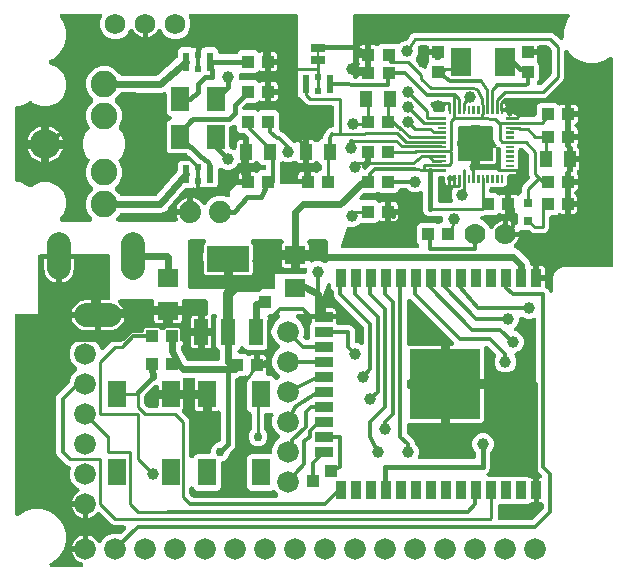
<source format=gbr>
G04 EAGLE Gerber X2 export*
%TF.Part,Single*%
%TF.FileFunction,Copper,L1,Top,Mixed*%
%TF.FilePolarity,Positive*%
%TF.GenerationSoftware,Autodesk,EAGLE,9.0.0*%
%TF.CreationDate,2018-05-04T17:55:18Z*%
G75*
%MOMM*%
%FSLAX34Y34*%
%LPD*%
%AMOC8*
5,1,8,0,0,1.08239X$1,22.5*%
G01*
%ADD10C,1.778000*%
%ADD11R,1.100000X1.400000*%
%ADD12R,1.000000X1.100000*%
%ADD13R,1.800000X1.600000*%
%ADD14R,1.050000X1.080000*%
%ADD15C,2.540000*%
%ADD16C,2.250000*%
%ADD17R,0.600000X1.600000*%
%ADD18R,0.600000X0.600000*%
%ADD19R,0.800000X0.800000*%
%ADD20C,1.879600*%
%ADD21C,0.203200*%
%ADD22R,1.270000X0.635000*%
%ADD23R,1.500000X2.000000*%
%ADD24C,0.150000*%
%ADD25C,0.060000*%
%ADD26R,1.700000X2.400000*%
%ADD27C,1.727200*%
%ADD28R,0.900000X1.500000*%
%ADD29R,1.500000X0.900000*%
%ADD30R,6.000000X6.000000*%
%ADD31R,1.219200X2.235200*%
%ADD32R,3.600000X2.200000*%
%ADD33C,2.000000*%
%ADD34C,1.828800*%
%ADD35R,1.524000X2.286000*%
%ADD36C,0.406400*%
%ADD37C,0.254000*%
%ADD38C,0.228600*%
%ADD39C,1.006400*%
%ADD40C,0.304800*%
%ADD41C,0.609600*%
%ADD42C,0.756400*%
%ADD43C,0.812800*%
%ADD44R,1.006400X1.006400*%
%ADD45C,0.906400*%

G36*
X67280Y277370D02*
X67280Y277370D01*
X67289Y277369D01*
X67481Y277390D01*
X67672Y277409D01*
X67680Y277411D01*
X67689Y277412D01*
X67871Y277470D01*
X68057Y277527D01*
X68065Y277531D01*
X68073Y277534D01*
X68241Y277627D01*
X68411Y277719D01*
X68417Y277724D01*
X68425Y277729D01*
X68572Y277853D01*
X68720Y277976D01*
X68726Y277983D01*
X68732Y277989D01*
X68851Y278139D01*
X68972Y278290D01*
X68976Y278298D01*
X68982Y278305D01*
X69070Y278478D01*
X69158Y278647D01*
X69160Y278656D01*
X69164Y278664D01*
X69216Y278850D01*
X69269Y279034D01*
X69270Y279043D01*
X69272Y279052D01*
X69286Y279245D01*
X69302Y279436D01*
X69301Y279444D01*
X69302Y279453D01*
X69277Y279646D01*
X69255Y279835D01*
X69252Y279844D01*
X69251Y279853D01*
X69190Y280036D01*
X69130Y280218D01*
X69126Y280226D01*
X69123Y280234D01*
X69028Y280400D01*
X68932Y280569D01*
X68927Y280576D01*
X68922Y280583D01*
X68707Y280836D01*
X66303Y283241D01*
X63971Y288870D01*
X63971Y294962D01*
X66303Y300591D01*
X69691Y303980D01*
X69703Y303994D01*
X69716Y304005D01*
X69830Y304149D01*
X69946Y304291D01*
X69955Y304307D01*
X69966Y304321D01*
X70049Y304485D01*
X70135Y304647D01*
X70140Y304664D01*
X70148Y304680D01*
X70198Y304857D01*
X70250Y305033D01*
X70252Y305051D01*
X70256Y305068D01*
X70270Y305251D01*
X70286Y305434D01*
X70284Y305452D01*
X70286Y305469D01*
X70263Y305651D01*
X70243Y305834D01*
X70238Y305851D01*
X70235Y305869D01*
X70177Y306043D01*
X70121Y306218D01*
X70113Y306234D01*
X70107Y306250D01*
X70015Y306410D01*
X69927Y306570D01*
X69915Y306584D01*
X69906Y306599D01*
X69691Y306852D01*
X66303Y310241D01*
X63971Y315870D01*
X63971Y321962D01*
X66303Y327591D01*
X66533Y327821D01*
X66544Y327835D01*
X66557Y327846D01*
X66672Y327991D01*
X66788Y328132D01*
X66796Y328148D01*
X66807Y328162D01*
X66890Y328326D01*
X66976Y328488D01*
X66981Y328505D01*
X66989Y328521D01*
X67039Y328698D01*
X67091Y328874D01*
X67093Y328892D01*
X67097Y328909D01*
X67111Y329092D01*
X67127Y329275D01*
X67125Y329293D01*
X67127Y329310D01*
X67104Y329493D01*
X67084Y329675D01*
X67079Y329692D01*
X67076Y329710D01*
X67018Y329884D01*
X66963Y330059D01*
X66954Y330075D01*
X66948Y330092D01*
X66856Y330251D01*
X66768Y330411D01*
X66756Y330425D01*
X66747Y330440D01*
X66533Y330693D01*
X64314Y332912D01*
X61625Y339403D01*
X61625Y346429D01*
X64314Y352920D01*
X66533Y355139D01*
X66544Y355152D01*
X66558Y355164D01*
X66671Y355308D01*
X66788Y355450D01*
X66796Y355466D01*
X66807Y355480D01*
X66891Y355644D01*
X66976Y355806D01*
X66981Y355823D01*
X66989Y355839D01*
X67039Y356016D01*
X67091Y356192D01*
X67093Y356210D01*
X67097Y356227D01*
X67111Y356409D01*
X67127Y356593D01*
X67125Y356610D01*
X67127Y356628D01*
X67104Y356810D01*
X67084Y356993D01*
X67079Y357010D01*
X67076Y357028D01*
X67018Y357200D01*
X66963Y357377D01*
X66954Y357392D01*
X66948Y357409D01*
X66856Y357569D01*
X66768Y357729D01*
X66756Y357743D01*
X66747Y357758D01*
X66533Y358011D01*
X66303Y358241D01*
X63971Y363870D01*
X63971Y369962D01*
X66303Y375591D01*
X69691Y378980D01*
X69703Y378993D01*
X69716Y379005D01*
X69830Y379149D01*
X69946Y379291D01*
X69955Y379307D01*
X69966Y379321D01*
X70049Y379485D01*
X70135Y379647D01*
X70140Y379664D01*
X70148Y379680D01*
X70198Y379857D01*
X70250Y380033D01*
X70252Y380051D01*
X70256Y380068D01*
X70270Y380251D01*
X70286Y380434D01*
X70284Y380452D01*
X70286Y380469D01*
X70263Y380651D01*
X70243Y380834D01*
X70237Y380851D01*
X70235Y380869D01*
X70177Y381042D01*
X70121Y381218D01*
X70113Y381234D01*
X70107Y381250D01*
X70015Y381410D01*
X69927Y381570D01*
X69915Y381584D01*
X69906Y381599D01*
X69691Y381852D01*
X66303Y385241D01*
X63971Y390870D01*
X63971Y396962D01*
X66303Y402591D01*
X70611Y406899D01*
X76240Y409231D01*
X82332Y409231D01*
X87961Y406899D01*
X92269Y402591D01*
X92429Y402204D01*
X92437Y402189D01*
X92443Y402173D01*
X92533Y402012D01*
X92620Y401849D01*
X92630Y401836D01*
X92639Y401822D01*
X92758Y401682D01*
X92876Y401539D01*
X92889Y401528D01*
X92900Y401515D01*
X93045Y401402D01*
X93189Y401285D01*
X93204Y401277D01*
X93217Y401267D01*
X93382Y401184D01*
X93545Y401098D01*
X93561Y401094D01*
X93577Y401086D01*
X93755Y401037D01*
X93932Y400985D01*
X93948Y400984D01*
X93965Y400979D01*
X94295Y400950D01*
X120663Y400813D01*
X120668Y400813D01*
X120673Y400813D01*
X123548Y400813D01*
X123711Y400829D01*
X123874Y400839D01*
X123911Y400849D01*
X123949Y400853D01*
X124105Y400901D01*
X124263Y400943D01*
X124297Y400960D01*
X124334Y400971D01*
X124477Y401049D01*
X124624Y401121D01*
X124659Y401147D01*
X124688Y401163D01*
X124755Y401218D01*
X124890Y401319D01*
X140996Y415500D01*
X141058Y415567D01*
X141128Y415626D01*
X141195Y415714D01*
X141271Y415795D01*
X141318Y415873D01*
X141374Y415944D01*
X141423Y416043D01*
X141481Y416138D01*
X141513Y416223D01*
X141554Y416305D01*
X141582Y416412D01*
X141620Y416516D01*
X141634Y416606D01*
X141658Y416694D01*
X141669Y416831D01*
X141682Y416913D01*
X141680Y416961D01*
X141685Y417025D01*
X141685Y421659D01*
X142304Y423152D01*
X143448Y424296D01*
X144941Y424915D01*
X152559Y424915D01*
X153958Y424335D01*
X154050Y424307D01*
X154138Y424270D01*
X154242Y424249D01*
X154344Y424218D01*
X154439Y424209D01*
X154533Y424190D01*
X154639Y424190D01*
X154745Y424180D01*
X154840Y424190D01*
X154935Y424190D01*
X155063Y424213D01*
X155145Y424222D01*
X155194Y424237D01*
X155262Y424249D01*
X155415Y424291D01*
X156719Y424291D01*
X156719Y418750D01*
X156719Y406950D01*
X156720Y406933D01*
X156719Y406915D01*
X156740Y406732D01*
X156758Y406550D01*
X156764Y406533D01*
X156766Y406515D01*
X156823Y406340D01*
X156877Y406165D01*
X156885Y406149D01*
X156891Y406132D01*
X156981Y405972D01*
X157068Y405811D01*
X157080Y405797D01*
X157089Y405782D01*
X157209Y405642D01*
X157326Y405502D01*
X157340Y405490D01*
X157352Y405477D01*
X157497Y405364D01*
X157640Y405249D01*
X157656Y405241D01*
X157670Y405230D01*
X157835Y405148D01*
X157997Y405064D01*
X158014Y405059D01*
X158030Y405051D01*
X158208Y405003D01*
X158384Y404952D01*
X158402Y404951D01*
X158419Y404946D01*
X158750Y404919D01*
X158768Y404921D01*
X158785Y404919D01*
X158786Y404919D01*
X158968Y404941D01*
X159151Y404959D01*
X159168Y404964D01*
X159186Y404966D01*
X159360Y405023D01*
X159536Y405077D01*
X159551Y405086D01*
X159568Y405091D01*
X159729Y405182D01*
X159890Y405269D01*
X159903Y405280D01*
X159919Y405289D01*
X160058Y405409D01*
X160199Y405527D01*
X160210Y405541D01*
X160224Y405552D01*
X160336Y405697D01*
X160451Y405840D01*
X160460Y405856D01*
X160470Y405870D01*
X160552Y406035D01*
X160637Y406198D01*
X160642Y406215D01*
X160650Y406231D01*
X160698Y406409D01*
X160748Y406585D01*
X160750Y406602D01*
X160754Y406620D01*
X160781Y406950D01*
X160781Y418750D01*
X160781Y424291D01*
X162084Y424291D01*
X162185Y424264D01*
X162279Y424248D01*
X162371Y424223D01*
X162477Y424216D01*
X162582Y424199D01*
X162678Y424202D01*
X162773Y424196D01*
X162878Y424209D01*
X162984Y424213D01*
X163077Y424235D01*
X163172Y424248D01*
X163296Y424288D01*
X163376Y424307D01*
X163423Y424328D01*
X163488Y424349D01*
X164921Y424943D01*
X172538Y424943D01*
X174032Y424324D01*
X175175Y423180D01*
X175794Y421687D01*
X175794Y420878D01*
X175796Y420860D01*
X175794Y420842D01*
X175816Y420660D01*
X175834Y420477D01*
X175839Y420460D01*
X175841Y420443D01*
X175898Y420268D01*
X175952Y420092D01*
X175961Y420077D01*
X175966Y420060D01*
X176057Y419900D01*
X176144Y419738D01*
X176155Y419725D01*
X176164Y419709D01*
X176284Y419570D01*
X176402Y419429D01*
X176416Y419418D01*
X176427Y419404D01*
X176572Y419292D01*
X176715Y419177D01*
X176731Y419169D01*
X176745Y419158D01*
X176910Y419076D01*
X177073Y418991D01*
X177090Y418986D01*
X177106Y418978D01*
X177284Y418931D01*
X177460Y418880D01*
X177477Y418878D01*
X177495Y418874D01*
X177825Y418847D01*
X190540Y418847D01*
X190563Y418849D01*
X190585Y418847D01*
X190762Y418869D01*
X190941Y418887D01*
X190962Y418893D01*
X190984Y418896D01*
X191155Y418952D01*
X191326Y419005D01*
X191345Y419015D01*
X191367Y419022D01*
X191523Y419111D01*
X191680Y419197D01*
X191697Y419211D01*
X191716Y419222D01*
X191852Y419340D01*
X191989Y419454D01*
X192003Y419472D01*
X192020Y419486D01*
X192129Y419629D01*
X192241Y419768D01*
X192252Y419788D01*
X192265Y419806D01*
X192417Y420101D01*
X192604Y420553D01*
X193748Y421696D01*
X195241Y422315D01*
X206859Y422315D01*
X208352Y421696D01*
X209294Y420754D01*
X209415Y420656D01*
X209530Y420552D01*
X209570Y420528D01*
X209606Y420499D01*
X209743Y420426D01*
X209876Y420347D01*
X209921Y420332D01*
X209962Y420310D01*
X210110Y420266D01*
X210257Y420215D01*
X210303Y420209D01*
X210348Y420195D01*
X210502Y420181D01*
X210656Y420160D01*
X210702Y420163D01*
X210749Y420159D01*
X210903Y420176D01*
X211057Y420185D01*
X211102Y420197D01*
X211149Y420202D01*
X211297Y420249D01*
X211446Y420289D01*
X211494Y420312D01*
X211533Y420324D01*
X211608Y420366D01*
X211746Y420431D01*
X212069Y420618D01*
X212715Y420791D01*
X215551Y420791D01*
X215551Y413218D01*
X215552Y413200D01*
X215551Y413183D01*
X215572Y413000D01*
X215591Y412818D01*
X215596Y412801D01*
X215598Y412783D01*
X215611Y412742D01*
X215584Y412648D01*
X215582Y412630D01*
X215578Y412613D01*
X215551Y412282D01*
X215551Y404709D01*
X212715Y404709D01*
X212069Y404882D01*
X211746Y405069D01*
X211605Y405133D01*
X211467Y405203D01*
X211422Y405215D01*
X211380Y405235D01*
X211228Y405269D01*
X211079Y405311D01*
X211032Y405314D01*
X210987Y405325D01*
X210846Y405329D01*
X210737Y405338D01*
X210727Y405338D01*
X210722Y405337D01*
X210677Y405340D01*
X210631Y405334D01*
X210585Y405336D01*
X210432Y405309D01*
X210386Y405304D01*
X210327Y405298D01*
X210318Y405295D01*
X210278Y405290D01*
X210234Y405275D01*
X210188Y405267D01*
X210043Y405211D01*
X210030Y405206D01*
X209942Y405179D01*
X209929Y405173D01*
X209896Y405162D01*
X209856Y405138D01*
X209813Y405122D01*
X209688Y405042D01*
X209588Y404988D01*
X209573Y404975D01*
X209547Y404961D01*
X209507Y404927D01*
X209473Y404905D01*
X209411Y404845D01*
X209294Y404746D01*
X208352Y403804D01*
X206859Y403185D01*
X195278Y403185D01*
X195260Y403183D01*
X195242Y403185D01*
X195060Y403164D01*
X194877Y403145D01*
X194860Y403140D01*
X194843Y403138D01*
X194668Y403081D01*
X194492Y403027D01*
X194477Y403019D01*
X194460Y403013D01*
X194300Y402923D01*
X194138Y402835D01*
X194125Y402824D01*
X194109Y402815D01*
X193970Y402695D01*
X193829Y402578D01*
X193818Y402564D01*
X193804Y402552D01*
X193692Y402407D01*
X193577Y402264D01*
X193569Y402248D01*
X193558Y402234D01*
X193476Y402069D01*
X193391Y401907D01*
X193386Y401890D01*
X193378Y401874D01*
X193331Y401695D01*
X193280Y401520D01*
X193278Y401502D01*
X193274Y401485D01*
X193247Y401154D01*
X193247Y398846D01*
X193249Y398828D01*
X193247Y398810D01*
X193268Y398628D01*
X193287Y398445D01*
X193292Y398428D01*
X193294Y398411D01*
X193351Y398236D01*
X193405Y398060D01*
X193413Y398045D01*
X193419Y398028D01*
X193509Y397868D01*
X193597Y397706D01*
X193608Y397693D01*
X193617Y397677D01*
X193737Y397538D01*
X193854Y397397D01*
X193868Y397386D01*
X193880Y397372D01*
X194025Y397260D01*
X194168Y397145D01*
X194184Y397137D01*
X194198Y397126D01*
X194363Y397044D01*
X194525Y396959D01*
X194542Y396954D01*
X194558Y396946D01*
X194737Y396899D01*
X194912Y396848D01*
X194930Y396846D01*
X194947Y396842D01*
X195278Y396815D01*
X206859Y396815D01*
X208352Y396196D01*
X209294Y395254D01*
X209415Y395156D01*
X209530Y395052D01*
X209570Y395028D01*
X209606Y394999D01*
X209743Y394926D01*
X209876Y394847D01*
X209921Y394832D01*
X209962Y394810D01*
X210110Y394766D01*
X210257Y394715D01*
X210303Y394709D01*
X210348Y394695D01*
X210502Y394681D01*
X210656Y394660D01*
X210702Y394663D01*
X210749Y394659D01*
X210903Y394676D01*
X211057Y394685D01*
X211102Y394697D01*
X211149Y394702D01*
X211297Y394749D01*
X211446Y394789D01*
X211494Y394812D01*
X211533Y394824D01*
X211608Y394866D01*
X211746Y394931D01*
X212069Y395118D01*
X212715Y395291D01*
X215676Y395291D01*
X215676Y387943D01*
X215677Y387925D01*
X215676Y387908D01*
X215697Y387725D01*
X215716Y387543D01*
X215721Y387526D01*
X215723Y387508D01*
X215774Y387352D01*
X215759Y387298D01*
X215709Y387123D01*
X215707Y387105D01*
X215703Y387088D01*
X215676Y386757D01*
X215676Y379409D01*
X212715Y379409D01*
X212069Y379582D01*
X211746Y379769D01*
X211605Y379833D01*
X211467Y379903D01*
X211422Y379915D01*
X211380Y379935D01*
X211228Y379969D01*
X211079Y380011D01*
X211032Y380014D01*
X210987Y380025D01*
X210832Y380029D01*
X210677Y380040D01*
X210631Y380034D01*
X210585Y380036D01*
X210432Y380009D01*
X210278Y379990D01*
X210234Y379975D01*
X210188Y379967D01*
X210043Y379911D01*
X209896Y379862D01*
X209856Y379838D01*
X209813Y379822D01*
X209682Y379738D01*
X209547Y379661D01*
X209507Y379627D01*
X209473Y379605D01*
X209411Y379545D01*
X209294Y379446D01*
X208352Y378504D01*
X206859Y377885D01*
X200799Y377885D01*
X200772Y377883D01*
X200745Y377885D01*
X200571Y377863D01*
X200398Y377845D01*
X200373Y377838D01*
X200346Y377834D01*
X200180Y377779D01*
X200013Y377727D01*
X199990Y377714D01*
X199964Y377706D01*
X199813Y377619D01*
X199659Y377535D01*
X199639Y377518D01*
X199615Y377505D01*
X199362Y377290D01*
X196954Y374882D01*
X196949Y374875D01*
X196942Y374870D01*
X196822Y374720D01*
X196699Y374571D01*
X196695Y374563D01*
X196690Y374556D01*
X196600Y374384D01*
X196511Y374215D01*
X196508Y374207D01*
X196504Y374199D01*
X196451Y374013D01*
X196396Y373829D01*
X196395Y373820D01*
X196393Y373812D01*
X196377Y373620D01*
X196359Y373428D01*
X196360Y373419D01*
X196360Y373410D01*
X196382Y373221D01*
X196403Y373028D01*
X196406Y373019D01*
X196407Y373011D01*
X196466Y372829D01*
X196524Y372644D01*
X196529Y372636D01*
X196531Y372628D01*
X196627Y372459D01*
X196719Y372292D01*
X196725Y372285D01*
X196729Y372277D01*
X196855Y372131D01*
X196980Y371985D01*
X196987Y371979D01*
X196993Y371972D01*
X197144Y371855D01*
X197296Y371735D01*
X197304Y371731D01*
X197311Y371726D01*
X197483Y371640D01*
X197655Y371553D01*
X197663Y371550D01*
X197671Y371546D01*
X197858Y371496D01*
X198042Y371445D01*
X198051Y371444D01*
X198060Y371442D01*
X198391Y371415D01*
X206859Y371415D01*
X208526Y370724D01*
X208620Y370676D01*
X208781Y370591D01*
X208798Y370586D01*
X208815Y370578D01*
X208992Y370528D01*
X209167Y370476D01*
X209185Y370475D01*
X209202Y370470D01*
X209384Y370456D01*
X209568Y370440D01*
X209586Y370442D01*
X209604Y370440D01*
X209785Y370463D01*
X209968Y370483D01*
X209985Y370489D01*
X210003Y370491D01*
X210176Y370549D01*
X210352Y370605D01*
X210368Y370614D01*
X210385Y370619D01*
X210543Y370711D01*
X210549Y370714D01*
X212241Y371415D01*
X224359Y371415D01*
X225852Y370796D01*
X226996Y369652D01*
X227615Y368159D01*
X227615Y355374D01*
X227617Y355351D01*
X227615Y355329D01*
X227637Y355152D01*
X227655Y354973D01*
X227661Y354952D01*
X227664Y354930D01*
X227720Y354760D01*
X227773Y354588D01*
X227783Y354568D01*
X227790Y354547D01*
X227879Y354391D01*
X227965Y354234D01*
X227979Y354217D01*
X227990Y354198D01*
X228108Y354062D01*
X228222Y353925D01*
X228240Y353911D01*
X228254Y353894D01*
X228396Y353785D01*
X228536Y353673D01*
X228556Y353662D01*
X228574Y353649D01*
X228869Y353497D01*
X230750Y352718D01*
X238286Y345182D01*
X238310Y345162D01*
X238330Y345139D01*
X238465Y345035D01*
X238597Y344927D01*
X238625Y344912D01*
X238650Y344893D01*
X238945Y344742D01*
X240252Y344200D01*
X240335Y344175D01*
X240415Y344141D01*
X240527Y344117D01*
X240638Y344084D01*
X240724Y344075D01*
X240809Y344057D01*
X240924Y344056D01*
X241038Y344045D01*
X241125Y344054D01*
X241211Y344054D01*
X241324Y344075D01*
X241439Y344087D01*
X241522Y344113D01*
X241607Y344129D01*
X241713Y344173D01*
X241823Y344207D01*
X241899Y344248D01*
X241979Y344281D01*
X242075Y344345D01*
X242176Y344400D01*
X242243Y344456D01*
X242315Y344504D01*
X242396Y344585D01*
X242485Y344659D01*
X242539Y344727D01*
X242600Y344788D01*
X242682Y344907D01*
X242735Y344974D01*
X242756Y345014D01*
X242789Y345061D01*
X242817Y345110D01*
X243290Y345583D01*
X243869Y345918D01*
X244515Y346091D01*
X247601Y346091D01*
X247601Y337268D01*
X247602Y337250D01*
X247601Y337233D01*
X247622Y337050D01*
X247641Y336868D01*
X247646Y336851D01*
X247648Y336833D01*
X247705Y336658D01*
X247736Y336558D01*
X247732Y336551D01*
X247684Y336373D01*
X247634Y336198D01*
X247632Y336180D01*
X247628Y336163D01*
X247601Y335832D01*
X247601Y327009D01*
X244515Y327009D01*
X243869Y327182D01*
X243290Y327517D01*
X242817Y327990D01*
X242789Y328039D01*
X242738Y328109D01*
X242696Y328185D01*
X242621Y328272D01*
X242554Y328366D01*
X242490Y328425D01*
X242434Y328491D01*
X242343Y328562D01*
X242259Y328640D01*
X242185Y328686D01*
X242117Y328739D01*
X242014Y328791D01*
X241916Y328851D01*
X241835Y328881D01*
X241757Y328920D01*
X241646Y328950D01*
X241538Y328990D01*
X241453Y329003D01*
X241369Y329026D01*
X241254Y329034D01*
X241140Y329052D01*
X241054Y329048D01*
X240967Y329054D01*
X240853Y329039D01*
X240738Y329034D01*
X240654Y329013D01*
X240568Y329002D01*
X240430Y328957D01*
X240347Y328937D01*
X240307Y328918D01*
X240252Y328900D01*
X236759Y327453D01*
X233140Y327453D01*
X231125Y328288D01*
X231108Y328293D01*
X231092Y328301D01*
X230916Y328351D01*
X230740Y328404D01*
X230722Y328406D01*
X230705Y328411D01*
X230522Y328425D01*
X230339Y328443D01*
X230321Y328441D01*
X230304Y328442D01*
X230121Y328420D01*
X229939Y328401D01*
X229922Y328396D01*
X229904Y328393D01*
X229729Y328335D01*
X229554Y328281D01*
X229539Y328272D01*
X229522Y328267D01*
X229361Y328175D01*
X229201Y328088D01*
X229188Y328076D01*
X229172Y328067D01*
X229034Y327947D01*
X228893Y327829D01*
X228882Y327815D01*
X228868Y327803D01*
X228757Y327658D01*
X228642Y327514D01*
X228634Y327498D01*
X228623Y327484D01*
X228508Y327260D01*
X228434Y327185D01*
X228417Y327165D01*
X228396Y327147D01*
X228289Y327009D01*
X228179Y326874D01*
X228166Y326850D01*
X228150Y326829D01*
X228072Y326672D01*
X227990Y326518D01*
X227982Y326493D01*
X227970Y326468D01*
X227925Y326299D01*
X227875Y326132D01*
X227873Y326106D01*
X227866Y326080D01*
X227839Y325749D01*
X227839Y311150D01*
X227841Y311132D01*
X227839Y311114D01*
X227860Y310932D01*
X227879Y310749D01*
X227884Y310732D01*
X227886Y310715D01*
X227943Y310540D01*
X227997Y310364D01*
X228005Y310349D01*
X228011Y310332D01*
X228101Y310172D01*
X228189Y310010D01*
X228200Y309997D01*
X228209Y309981D01*
X228329Y309842D01*
X228446Y309701D01*
X228460Y309690D01*
X228472Y309677D01*
X228617Y309564D01*
X228760Y309449D01*
X228776Y309441D01*
X228790Y309430D01*
X228955Y309348D01*
X229117Y309263D01*
X229134Y309258D01*
X229150Y309250D01*
X229329Y309203D01*
X229504Y309152D01*
X229522Y309150D01*
X229539Y309146D01*
X229870Y309119D01*
X251007Y309119D01*
X251025Y309121D01*
X251042Y309119D01*
X251225Y309140D01*
X251407Y309159D01*
X251424Y309164D01*
X251442Y309166D01*
X251617Y309223D01*
X251792Y309277D01*
X251808Y309285D01*
X251825Y309291D01*
X251985Y309381D01*
X252146Y309469D01*
X252160Y309480D01*
X252176Y309489D01*
X252315Y309609D01*
X252456Y309726D01*
X252466Y309739D01*
X252594Y309752D01*
X252611Y309757D01*
X252628Y309759D01*
X252803Y309816D01*
X252979Y309870D01*
X252994Y309878D01*
X253011Y309884D01*
X253171Y309974D01*
X253333Y310062D01*
X253346Y310073D01*
X253362Y310082D01*
X253501Y310202D01*
X253642Y310320D01*
X253653Y310333D01*
X253667Y310345D01*
X253779Y310490D01*
X253894Y310633D01*
X253902Y310649D01*
X253913Y310663D01*
X253995Y310828D01*
X254080Y310991D01*
X254085Y311008D01*
X254093Y311024D01*
X254140Y311202D01*
X254191Y311377D01*
X254193Y311395D01*
X254197Y311412D01*
X254224Y311743D01*
X254224Y319091D01*
X257185Y319091D01*
X257831Y318918D01*
X258154Y318731D01*
X258295Y318667D01*
X258433Y318597D01*
X258478Y318585D01*
X258520Y318565D01*
X258672Y318531D01*
X258821Y318489D01*
X258868Y318486D01*
X258913Y318475D01*
X259068Y318471D01*
X259223Y318460D01*
X259269Y318466D01*
X259315Y318464D01*
X259468Y318491D01*
X259622Y318510D01*
X259666Y318525D01*
X259712Y318533D01*
X259857Y318589D01*
X260004Y318638D01*
X260044Y318662D01*
X260087Y318678D01*
X260218Y318762D01*
X260353Y318839D01*
X260393Y318873D01*
X260427Y318895D01*
X260489Y318955D01*
X260606Y319054D01*
X261548Y319996D01*
X261999Y320183D01*
X262511Y320395D01*
X262531Y320406D01*
X262552Y320413D01*
X262708Y320501D01*
X262866Y320585D01*
X262883Y320600D01*
X262903Y320610D01*
X263038Y320727D01*
X263177Y320842D01*
X263191Y320859D01*
X263208Y320874D01*
X263317Y321015D01*
X263430Y321154D01*
X263441Y321174D01*
X263454Y321192D01*
X263534Y321353D01*
X263617Y321511D01*
X263624Y321532D01*
X263634Y321552D01*
X263680Y321726D01*
X263730Y321897D01*
X263732Y321919D01*
X263738Y321941D01*
X263765Y322272D01*
X263765Y324242D01*
X263763Y324265D01*
X263765Y324287D01*
X263743Y324465D01*
X263725Y324643D01*
X263719Y324664D01*
X263716Y324687D01*
X263660Y324857D01*
X263607Y325028D01*
X263597Y325048D01*
X263590Y325069D01*
X263501Y325224D01*
X263415Y325382D01*
X263401Y325399D01*
X263390Y325419D01*
X263272Y325554D01*
X263158Y325691D01*
X263140Y325705D01*
X263126Y325722D01*
X262983Y325832D01*
X262844Y325944D01*
X262824Y325954D01*
X262806Y325968D01*
X262555Y326097D01*
X261404Y327247D01*
X261319Y327454D01*
X261312Y327465D01*
X261308Y327478D01*
X261218Y327642D01*
X261129Y327808D01*
X261120Y327819D01*
X261113Y327831D01*
X260992Y327974D01*
X260872Y328119D01*
X260862Y328127D01*
X260853Y328138D01*
X260705Y328254D01*
X260559Y328373D01*
X260548Y328379D01*
X260537Y328387D01*
X260369Y328472D01*
X260203Y328560D01*
X260190Y328563D01*
X260178Y328570D01*
X259997Y328620D01*
X259817Y328673D01*
X259803Y328674D01*
X259790Y328678D01*
X259602Y328691D01*
X259415Y328707D01*
X259402Y328706D01*
X259389Y328707D01*
X259202Y328683D01*
X259015Y328662D01*
X259002Y328658D01*
X258989Y328656D01*
X258812Y328597D01*
X258632Y328539D01*
X258620Y328533D01*
X258608Y328528D01*
X258445Y328434D01*
X258281Y328343D01*
X258270Y328334D01*
X258259Y328327D01*
X258006Y328113D01*
X257410Y327517D01*
X256831Y327182D01*
X256185Y327009D01*
X253099Y327009D01*
X253099Y335832D01*
X253097Y335850D01*
X253099Y335867D01*
X253078Y336050D01*
X253059Y336232D01*
X253054Y336249D01*
X253052Y336267D01*
X252995Y336442D01*
X252964Y336542D01*
X252968Y336549D01*
X253015Y336727D01*
X253066Y336902D01*
X253068Y336920D01*
X253072Y336937D01*
X253099Y337268D01*
X253099Y346091D01*
X256185Y346091D01*
X256831Y345918D01*
X257410Y345583D01*
X258006Y344987D01*
X258016Y344979D01*
X258025Y344969D01*
X258032Y344963D01*
X258036Y344958D01*
X258111Y344900D01*
X258171Y344852D01*
X258317Y344732D01*
X258329Y344726D01*
X258340Y344718D01*
X258507Y344632D01*
X258673Y344544D01*
X258686Y344540D01*
X258698Y344534D01*
X258879Y344482D01*
X259059Y344429D01*
X259072Y344428D01*
X259085Y344424D01*
X259272Y344410D01*
X259460Y344392D01*
X259473Y344394D01*
X259487Y344393D01*
X259672Y344415D01*
X259860Y344436D01*
X259873Y344440D01*
X259886Y344442D01*
X260064Y344500D01*
X260244Y344557D01*
X260256Y344564D01*
X260268Y344568D01*
X260432Y344661D01*
X260596Y344752D01*
X260607Y344761D01*
X260618Y344768D01*
X260759Y344891D01*
X260903Y345013D01*
X260912Y345023D01*
X260922Y345032D01*
X261036Y345181D01*
X261153Y345329D01*
X261159Y345340D01*
X261167Y345351D01*
X261319Y345646D01*
X261404Y345853D01*
X262548Y346996D01*
X263686Y347467D01*
X263693Y347471D01*
X263701Y347474D01*
X263870Y347566D01*
X264041Y347658D01*
X264047Y347663D01*
X264054Y347667D01*
X264200Y347790D01*
X264351Y347914D01*
X264356Y347920D01*
X264362Y347926D01*
X264482Y348075D01*
X264605Y348227D01*
X264608Y348234D01*
X264614Y348240D01*
X264701Y348410D01*
X264792Y348583D01*
X264794Y348591D01*
X264798Y348598D01*
X264850Y348782D01*
X264905Y348969D01*
X264906Y348978D01*
X264908Y348985D01*
X264925Y349167D01*
X264941Y349218D01*
X264995Y349365D01*
X265004Y349415D01*
X265016Y349453D01*
X265025Y349539D01*
X265028Y349557D01*
X265425Y350315D01*
X265448Y350375D01*
X265490Y350453D01*
X265832Y351246D01*
X265839Y351255D01*
X265945Y351370D01*
X265972Y351413D01*
X265997Y351443D01*
X266039Y351519D01*
X266122Y351651D01*
X267797Y354856D01*
X269502Y356282D01*
X271624Y356947D01*
X271854Y356927D01*
X271962Y356928D01*
X272070Y356919D01*
X272163Y356930D01*
X272256Y356931D01*
X272362Y356953D01*
X272469Y356966D01*
X272558Y356995D01*
X272650Y357015D01*
X272749Y357057D01*
X272852Y357091D01*
X272934Y357137D01*
X273020Y357174D01*
X273109Y357236D01*
X273203Y357289D01*
X273274Y357350D01*
X273351Y357403D01*
X273426Y357481D01*
X273508Y357552D01*
X273565Y357626D01*
X273630Y357694D01*
X273688Y357785D01*
X273754Y357870D01*
X273796Y357954D01*
X273846Y358033D01*
X273885Y358134D01*
X273934Y358231D01*
X273958Y358321D01*
X273992Y358408D01*
X274010Y358515D01*
X274038Y358619D01*
X274047Y358731D01*
X274060Y358805D01*
X274058Y358866D01*
X274065Y358950D01*
X274065Y373634D01*
X274063Y373652D01*
X274065Y373670D01*
X274044Y373852D01*
X274025Y374035D01*
X274020Y374052D01*
X274018Y374069D01*
X273961Y374244D01*
X273907Y374420D01*
X273899Y374435D01*
X273893Y374452D01*
X273803Y374612D01*
X273715Y374774D01*
X273704Y374787D01*
X273695Y374803D01*
X273575Y374942D01*
X273458Y375083D01*
X273444Y375094D01*
X273432Y375108D01*
X273287Y375220D01*
X273144Y375335D01*
X273128Y375343D01*
X273114Y375354D01*
X272949Y375436D01*
X272787Y375521D01*
X272770Y375526D01*
X272754Y375534D01*
X272575Y375581D01*
X272400Y375632D01*
X272382Y375634D01*
X272365Y375638D01*
X272034Y375665D01*
X252939Y375665D01*
X250978Y376477D01*
X249192Y378264D01*
X245800Y381656D01*
X245776Y381675D01*
X245755Y381699D01*
X245620Y381803D01*
X245488Y381911D01*
X245461Y381925D01*
X245436Y381944D01*
X245141Y382096D01*
X245068Y382126D01*
X244758Y382436D01*
X244737Y382453D01*
X244720Y382474D01*
X244582Y382581D01*
X244446Y382691D01*
X244423Y382704D01*
X244402Y382720D01*
X244245Y382798D01*
X244091Y382880D01*
X244065Y382888D01*
X244041Y382900D01*
X243872Y382945D01*
X243705Y382995D01*
X243678Y382997D01*
X243652Y383004D01*
X243331Y383030D01*
X243331Y384298D01*
X243328Y384330D01*
X243330Y384361D01*
X243308Y384530D01*
X243306Y384553D01*
X243306Y402536D01*
X243331Y402846D01*
X243331Y451358D01*
X243329Y451376D01*
X243331Y451394D01*
X243310Y451576D01*
X243291Y451759D01*
X243286Y451776D01*
X243284Y451793D01*
X243227Y451968D01*
X243173Y452144D01*
X243165Y452159D01*
X243159Y452176D01*
X243069Y452336D01*
X242981Y452498D01*
X242970Y452511D01*
X242961Y452527D01*
X242841Y452666D01*
X242724Y452807D01*
X242710Y452818D01*
X242698Y452832D01*
X242553Y452944D01*
X242410Y453059D01*
X242394Y453067D01*
X242380Y453078D01*
X242215Y453160D01*
X242053Y453245D01*
X242036Y453250D01*
X242020Y453258D01*
X241841Y453305D01*
X241666Y453356D01*
X241648Y453358D01*
X241631Y453362D01*
X241300Y453389D01*
X152805Y453389D01*
X152792Y453388D01*
X152778Y453389D01*
X152592Y453368D01*
X152404Y453349D01*
X152392Y453345D01*
X152378Y453344D01*
X152199Y453286D01*
X152020Y453231D01*
X152008Y453225D01*
X151995Y453221D01*
X151830Y453129D01*
X151666Y453039D01*
X151655Y453031D01*
X151644Y453024D01*
X151500Y452902D01*
X151356Y452782D01*
X151348Y452771D01*
X151338Y452763D01*
X151221Y452614D01*
X151104Y452468D01*
X151098Y452456D01*
X151089Y452446D01*
X151005Y452276D01*
X150918Y452111D01*
X150915Y452098D01*
X150909Y452086D01*
X150859Y451903D01*
X150807Y451724D01*
X150806Y451710D01*
X150802Y451697D01*
X150789Y451509D01*
X150774Y451322D01*
X150776Y451309D01*
X150775Y451296D01*
X150799Y451108D01*
X150821Y450923D01*
X150825Y450910D01*
X150827Y450897D01*
X150928Y450581D01*
X152401Y447026D01*
X152401Y441974D01*
X150467Y437306D01*
X146894Y433733D01*
X142226Y431799D01*
X137174Y431799D01*
X132506Y433733D01*
X128933Y437306D01*
X128039Y439465D01*
X127977Y439580D01*
X127923Y439699D01*
X127882Y439757D01*
X127848Y439819D01*
X127765Y439920D01*
X127689Y440027D01*
X127637Y440075D01*
X127592Y440130D01*
X127490Y440212D01*
X127395Y440302D01*
X127334Y440339D01*
X127279Y440384D01*
X127164Y440444D01*
X127052Y440513D01*
X126986Y440538D01*
X126923Y440571D01*
X126797Y440607D01*
X126675Y440653D01*
X126605Y440664D01*
X126536Y440684D01*
X126406Y440695D01*
X126277Y440715D01*
X126206Y440712D01*
X126135Y440718D01*
X126006Y440704D01*
X125875Y440698D01*
X125806Y440681D01*
X125735Y440673D01*
X125611Y440633D01*
X125484Y440602D01*
X125419Y440572D01*
X125352Y440550D01*
X125238Y440486D01*
X125119Y440431D01*
X125062Y440388D01*
X125000Y440354D01*
X124901Y440269D01*
X124796Y440191D01*
X124749Y440138D01*
X124695Y440092D01*
X124614Y439989D01*
X124526Y439892D01*
X124483Y439822D01*
X124446Y439775D01*
X124412Y439707D01*
X124352Y439609D01*
X123859Y438642D01*
X122825Y437219D01*
X121581Y435975D01*
X120158Y434941D01*
X118591Y434142D01*
X116917Y433598D01*
X116522Y433536D01*
X116522Y444309D01*
X116520Y444327D01*
X116521Y444345D01*
X116500Y444527D01*
X116482Y444710D01*
X116477Y444727D01*
X116475Y444745D01*
X116418Y444919D01*
X116364Y445095D01*
X116355Y445111D01*
X116350Y445127D01*
X116259Y445288D01*
X116172Y445449D01*
X116161Y445463D01*
X116152Y445478D01*
X116032Y445617D01*
X115914Y445758D01*
X115900Y445769D01*
X115889Y445783D01*
X115744Y445895D01*
X115600Y446010D01*
X115585Y446019D01*
X115571Y446030D01*
X115406Y446112D01*
X115243Y446196D01*
X115226Y446201D01*
X115210Y446209D01*
X115032Y446257D01*
X114856Y446307D01*
X114838Y446309D01*
X114821Y446313D01*
X114491Y446341D01*
X114109Y446341D01*
X114092Y446339D01*
X114074Y446340D01*
X113892Y446319D01*
X113709Y446301D01*
X113692Y446295D01*
X113674Y446293D01*
X113499Y446236D01*
X113324Y446183D01*
X113308Y446174D01*
X113291Y446168D01*
X113131Y446078D01*
X112970Y445991D01*
X112956Y445979D01*
X112941Y445971D01*
X112801Y445850D01*
X112661Y445733D01*
X112649Y445719D01*
X112636Y445707D01*
X112523Y445562D01*
X112408Y445419D01*
X112400Y445403D01*
X112389Y445389D01*
X112307Y445224D01*
X112223Y445062D01*
X112218Y445045D01*
X112210Y445029D01*
X112162Y444851D01*
X112111Y444675D01*
X112110Y444657D01*
X112105Y444640D01*
X112078Y444309D01*
X112078Y433536D01*
X111683Y433598D01*
X110009Y434142D01*
X108442Y434941D01*
X107019Y435975D01*
X105775Y437219D01*
X104741Y438642D01*
X104248Y439609D01*
X104177Y439720D01*
X104115Y439834D01*
X104069Y439888D01*
X104031Y439948D01*
X103940Y440042D01*
X103855Y440142D01*
X103800Y440187D01*
X103751Y440238D01*
X103643Y440312D01*
X103541Y440393D01*
X103478Y440426D01*
X103419Y440466D01*
X103299Y440518D01*
X103182Y440577D01*
X103114Y440597D01*
X103049Y440625D01*
X102921Y440651D01*
X102795Y440687D01*
X102724Y440692D01*
X102655Y440707D01*
X102524Y440708D01*
X102394Y440718D01*
X102323Y440709D01*
X102252Y440710D01*
X102124Y440685D01*
X101994Y440669D01*
X101927Y440647D01*
X101857Y440634D01*
X101736Y440584D01*
X101612Y440543D01*
X101550Y440508D01*
X101484Y440481D01*
X101375Y440408D01*
X101262Y440343D01*
X101209Y440297D01*
X101149Y440257D01*
X101057Y440165D01*
X100958Y440079D01*
X100915Y440023D01*
X100865Y439972D01*
X100793Y439863D01*
X100713Y439760D01*
X100676Y439687D01*
X100642Y439637D01*
X100614Y439566D01*
X100561Y439465D01*
X99667Y437306D01*
X96094Y433733D01*
X91426Y431799D01*
X86374Y431799D01*
X81706Y433733D01*
X78133Y437306D01*
X76199Y441974D01*
X76199Y447026D01*
X77672Y450581D01*
X77675Y450594D01*
X77682Y450605D01*
X77733Y450785D01*
X77788Y450966D01*
X77789Y450979D01*
X77793Y450992D01*
X77808Y451180D01*
X77826Y451367D01*
X77825Y451380D01*
X77826Y451394D01*
X77804Y451580D01*
X77785Y451767D01*
X77780Y451780D01*
X77779Y451793D01*
X77721Y451972D01*
X77665Y452152D01*
X77658Y452163D01*
X77654Y452176D01*
X77562Y452340D01*
X77471Y452505D01*
X77463Y452515D01*
X77456Y452527D01*
X77334Y452669D01*
X77212Y452813D01*
X77202Y452821D01*
X77193Y452832D01*
X77045Y452946D01*
X76897Y453064D01*
X76885Y453070D01*
X76875Y453078D01*
X76707Y453162D01*
X76539Y453248D01*
X76526Y453252D01*
X76514Y453258D01*
X76332Y453307D01*
X76152Y453358D01*
X76139Y453359D01*
X76126Y453362D01*
X75795Y453389D01*
X43646Y453389D01*
X43500Y453375D01*
X43354Y453368D01*
X43301Y453355D01*
X43245Y453349D01*
X43106Y453306D01*
X42964Y453271D01*
X42914Y453248D01*
X42860Y453231D01*
X42732Y453162D01*
X42600Y453099D01*
X42555Y453066D01*
X42506Y453039D01*
X42394Y452946D01*
X42277Y452859D01*
X42240Y452817D01*
X42197Y452782D01*
X42106Y452668D01*
X42008Y452559D01*
X41980Y452511D01*
X41945Y452468D01*
X41878Y452338D01*
X41803Y452212D01*
X41785Y452160D01*
X41759Y452111D01*
X41719Y451970D01*
X41671Y451832D01*
X41663Y451777D01*
X41648Y451724D01*
X41636Y451578D01*
X41616Y451433D01*
X41620Y451378D01*
X41615Y451322D01*
X41632Y451177D01*
X41641Y451031D01*
X41655Y450978D01*
X41662Y450923D01*
X41707Y450784D01*
X41745Y450642D01*
X41772Y450585D01*
X41787Y450540D01*
X41828Y450467D01*
X41887Y450342D01*
X45014Y444926D01*
X46661Y438781D01*
X46661Y432419D01*
X45014Y426274D01*
X41833Y420765D01*
X37335Y416267D01*
X33269Y413919D01*
X33206Y413874D01*
X33138Y413836D01*
X33043Y413757D01*
X32942Y413684D01*
X32889Y413627D01*
X32830Y413577D01*
X32752Y413480D01*
X32668Y413389D01*
X32627Y413323D01*
X32579Y413262D01*
X32522Y413152D01*
X32457Y413046D01*
X32430Y412973D01*
X32395Y412904D01*
X32361Y412785D01*
X32318Y412668D01*
X32306Y412592D01*
X32285Y412517D01*
X32275Y412393D01*
X32256Y412271D01*
X32260Y412193D01*
X32254Y412116D01*
X32269Y411992D01*
X32274Y411868D01*
X32293Y411793D01*
X32302Y411716D01*
X32342Y411598D01*
X32371Y411478D01*
X32405Y411408D01*
X32429Y411334D01*
X32491Y411226D01*
X32544Y411114D01*
X32590Y411051D01*
X32628Y410984D01*
X32710Y410890D01*
X32784Y410791D01*
X32842Y410739D01*
X32893Y410680D01*
X32991Y410605D01*
X33084Y410522D01*
X33151Y410482D01*
X33212Y410435D01*
X33355Y410361D01*
X33430Y410317D01*
X33465Y410305D01*
X33507Y410283D01*
X39290Y407888D01*
X44258Y402920D01*
X46947Y396429D01*
X46947Y389403D01*
X44258Y382912D01*
X39290Y377944D01*
X32799Y375255D01*
X25773Y375255D01*
X19282Y377944D01*
X18222Y379004D01*
X18209Y379015D01*
X18197Y379029D01*
X18052Y379143D01*
X17911Y379259D01*
X17895Y379267D01*
X17881Y379278D01*
X17717Y379362D01*
X17555Y379447D01*
X17538Y379452D01*
X17522Y379461D01*
X17345Y379510D01*
X17169Y379562D01*
X17151Y379564D01*
X17134Y379569D01*
X16951Y379582D01*
X16768Y379599D01*
X16750Y379597D01*
X16733Y379598D01*
X16551Y379575D01*
X16368Y379555D01*
X16351Y379550D01*
X16333Y379548D01*
X16160Y379489D01*
X15984Y379434D01*
X15968Y379425D01*
X15952Y379419D01*
X15793Y379328D01*
X15632Y379239D01*
X15618Y379227D01*
X15603Y379218D01*
X15350Y379004D01*
X14290Y377944D01*
X7799Y375255D01*
X5842Y375255D01*
X5824Y375253D01*
X5806Y375255D01*
X5624Y375234D01*
X5441Y375215D01*
X5424Y375210D01*
X5407Y375208D01*
X5232Y375151D01*
X5056Y375097D01*
X5041Y375089D01*
X5024Y375083D01*
X4864Y374993D01*
X4702Y374905D01*
X4689Y374894D01*
X4673Y374885D01*
X4534Y374765D01*
X4393Y374648D01*
X4382Y374634D01*
X4368Y374622D01*
X4256Y374477D01*
X4141Y374334D01*
X4133Y374318D01*
X4122Y374304D01*
X4040Y374139D01*
X3955Y373977D01*
X3950Y373960D01*
X3942Y373944D01*
X3895Y373765D01*
X3844Y373590D01*
X3842Y373572D01*
X3838Y373555D01*
X3811Y373224D01*
X3811Y312608D01*
X3813Y312590D01*
X3811Y312572D01*
X3832Y312390D01*
X3851Y312207D01*
X3856Y312190D01*
X3858Y312173D01*
X3915Y311998D01*
X3969Y311822D01*
X3977Y311807D01*
X3983Y311790D01*
X4073Y311630D01*
X4161Y311468D01*
X4172Y311455D01*
X4181Y311439D01*
X4301Y311300D01*
X4418Y311159D01*
X4432Y311148D01*
X4444Y311134D01*
X4589Y311022D01*
X4732Y310907D01*
X4748Y310899D01*
X4762Y310888D01*
X4927Y310806D01*
X5089Y310721D01*
X5106Y310716D01*
X5122Y310708D01*
X5301Y310661D01*
X5476Y310610D01*
X5494Y310608D01*
X5511Y310604D01*
X5842Y310577D01*
X7799Y310577D01*
X14290Y307888D01*
X15350Y306828D01*
X15364Y306817D01*
X15375Y306803D01*
X15519Y306690D01*
X15661Y306573D01*
X15677Y306565D01*
X15691Y306554D01*
X15855Y306471D01*
X16017Y306385D01*
X16034Y306380D01*
X16050Y306371D01*
X16227Y306322D01*
X16403Y306270D01*
X16421Y306268D01*
X16438Y306263D01*
X16621Y306250D01*
X16804Y306233D01*
X16822Y306235D01*
X16839Y306234D01*
X17021Y306257D01*
X17204Y306277D01*
X17221Y306282D01*
X17239Y306284D01*
X17413Y306343D01*
X17588Y306398D01*
X17604Y306407D01*
X17620Y306413D01*
X17779Y306504D01*
X17940Y306593D01*
X17954Y306605D01*
X17969Y306614D01*
X18222Y306828D01*
X19282Y307888D01*
X25773Y310577D01*
X32799Y310577D01*
X39290Y307888D01*
X44258Y302920D01*
X46947Y296429D01*
X46947Y289403D01*
X44258Y282912D01*
X42182Y280836D01*
X42177Y280829D01*
X42170Y280824D01*
X42050Y280674D01*
X41927Y280525D01*
X41923Y280517D01*
X41917Y280510D01*
X41829Y280340D01*
X41739Y280169D01*
X41736Y280161D01*
X41732Y280153D01*
X41679Y279968D01*
X41624Y279783D01*
X41623Y279774D01*
X41621Y279766D01*
X41605Y279575D01*
X41587Y279382D01*
X41588Y279373D01*
X41588Y279364D01*
X41610Y279175D01*
X41631Y278982D01*
X41634Y278973D01*
X41635Y278965D01*
X41694Y278783D01*
X41752Y278598D01*
X41757Y278590D01*
X41759Y278582D01*
X41854Y278413D01*
X41947Y278246D01*
X41953Y278239D01*
X41957Y278231D01*
X42083Y278085D01*
X42208Y277939D01*
X42215Y277933D01*
X42221Y277927D01*
X42372Y277809D01*
X42524Y277689D01*
X42532Y277685D01*
X42539Y277680D01*
X42711Y277594D01*
X42883Y277507D01*
X42891Y277504D01*
X42899Y277500D01*
X43085Y277450D01*
X43270Y277399D01*
X43279Y277398D01*
X43288Y277396D01*
X43619Y277369D01*
X67271Y277369D01*
X67280Y277370D01*
G37*
G36*
X59848Y-15231D02*
X59848Y-15231D01*
X59933Y-15232D01*
X60048Y-15211D01*
X60165Y-15199D01*
X60246Y-15175D01*
X60328Y-15159D01*
X60437Y-15116D01*
X60550Y-15081D01*
X60624Y-15041D01*
X60702Y-15010D01*
X60801Y-14945D01*
X60904Y-14889D01*
X60968Y-14836D01*
X61039Y-14789D01*
X61123Y-14707D01*
X61213Y-14632D01*
X61266Y-14566D01*
X61326Y-14507D01*
X61392Y-14409D01*
X61465Y-14318D01*
X61504Y-14243D01*
X61552Y-14173D01*
X61597Y-14065D01*
X61651Y-13961D01*
X61674Y-13880D01*
X61707Y-13802D01*
X61730Y-13687D01*
X61762Y-13574D01*
X61769Y-13490D01*
X61786Y-13407D01*
X61786Y-13290D01*
X61795Y-13172D01*
X61785Y-13089D01*
X61785Y-13004D01*
X61762Y-12889D01*
X61748Y-12773D01*
X61722Y-12692D01*
X61705Y-12610D01*
X61660Y-12501D01*
X61623Y-12390D01*
X61582Y-12316D01*
X61549Y-12239D01*
X61483Y-12141D01*
X61426Y-12039D01*
X61370Y-11975D01*
X61323Y-11906D01*
X61239Y-11823D01*
X61162Y-11735D01*
X61096Y-11683D01*
X61036Y-11624D01*
X60937Y-11560D01*
X60844Y-11488D01*
X60769Y-11450D01*
X60698Y-11404D01*
X60561Y-11347D01*
X60484Y-11308D01*
X60443Y-11297D01*
X60392Y-11276D01*
X59015Y-10829D01*
X57376Y-9994D01*
X55888Y-8913D01*
X54587Y-7612D01*
X53506Y-6124D01*
X52671Y-4486D01*
X52103Y-2736D01*
X52052Y-2412D01*
X63119Y-2412D01*
X63137Y-2410D01*
X63154Y-2412D01*
X63337Y-2391D01*
X63519Y-2372D01*
X63536Y-2367D01*
X63554Y-2365D01*
X63729Y-2308D01*
X63904Y-2254D01*
X63920Y-2246D01*
X63937Y-2240D01*
X64097Y-2150D01*
X64258Y-2062D01*
X64272Y-2051D01*
X64288Y-2042D01*
X64427Y-1922D01*
X64568Y-1805D01*
X64579Y-1791D01*
X64592Y-1779D01*
X64705Y-1634D01*
X64820Y-1491D01*
X64828Y-1475D01*
X64839Y-1461D01*
X64882Y-1376D01*
X65021Y-1300D01*
X65034Y-1289D01*
X65050Y-1280D01*
X65189Y-1160D01*
X65330Y-1043D01*
X65341Y-1029D01*
X65355Y-1017D01*
X65467Y-872D01*
X65582Y-729D01*
X65590Y-713D01*
X65601Y-699D01*
X65683Y-534D01*
X65768Y-371D01*
X65773Y-354D01*
X65781Y-338D01*
X65828Y-160D01*
X65879Y15D01*
X65881Y33D01*
X65885Y50D01*
X65912Y381D01*
X65912Y11448D01*
X66236Y11397D01*
X67986Y10829D01*
X69624Y9994D01*
X71112Y8913D01*
X72413Y7612D01*
X73494Y6124D01*
X73504Y6103D01*
X73575Y5993D01*
X73638Y5878D01*
X73683Y5824D01*
X73722Y5764D01*
X73813Y5670D01*
X73897Y5570D01*
X73953Y5526D01*
X74002Y5475D01*
X74110Y5401D01*
X74212Y5319D01*
X74275Y5287D01*
X74333Y5246D01*
X74454Y5195D01*
X74570Y5135D01*
X74638Y5116D01*
X74703Y5088D01*
X74832Y5061D01*
X74957Y5026D01*
X75028Y5020D01*
X75098Y5006D01*
X75229Y5005D01*
X75359Y4994D01*
X75429Y5003D01*
X75500Y5002D01*
X75629Y5027D01*
X75758Y5043D01*
X75826Y5065D01*
X75895Y5079D01*
X76017Y5129D01*
X76141Y5170D01*
X76202Y5205D01*
X76268Y5232D01*
X76377Y5304D01*
X76490Y5369D01*
X76544Y5416D01*
X76603Y5455D01*
X76695Y5548D01*
X76794Y5634D01*
X76837Y5690D01*
X76887Y5740D01*
X76960Y5849D01*
X77039Y5953D01*
X77077Y6026D01*
X77110Y6075D01*
X77139Y6146D01*
X77191Y6248D01*
X77702Y7482D01*
X81418Y11198D01*
X86273Y13209D01*
X91527Y13209D01*
X92167Y12944D01*
X92188Y12937D01*
X92208Y12927D01*
X92381Y12879D01*
X92552Y12827D01*
X92574Y12825D01*
X92596Y12819D01*
X92776Y12806D01*
X92953Y12789D01*
X92975Y12792D01*
X92997Y12790D01*
X93176Y12812D01*
X93353Y12831D01*
X93375Y12837D01*
X93397Y12840D01*
X93567Y12897D01*
X93738Y12951D01*
X93757Y12961D01*
X93779Y12969D01*
X93934Y13058D01*
X94091Y13144D01*
X94108Y13158D01*
X94127Y13169D01*
X94380Y13384D01*
X97594Y16598D01*
X97600Y16605D01*
X97607Y16610D01*
X97727Y16760D01*
X97849Y16909D01*
X97853Y16917D01*
X97859Y16924D01*
X97948Y17095D01*
X98038Y17265D01*
X98040Y17273D01*
X98044Y17281D01*
X98098Y17467D01*
X98153Y17651D01*
X98153Y17660D01*
X98156Y17668D01*
X98171Y17860D01*
X98189Y18052D01*
X98188Y18061D01*
X98189Y18070D01*
X98166Y18259D01*
X98146Y18452D01*
X98143Y18461D01*
X98142Y18469D01*
X98082Y18651D01*
X98024Y18836D01*
X98020Y18844D01*
X98017Y18852D01*
X97922Y19021D01*
X97829Y19188D01*
X97823Y19195D01*
X97819Y19203D01*
X97693Y19349D01*
X97569Y19495D01*
X97562Y19501D01*
X97556Y19508D01*
X97404Y19625D01*
X97253Y19745D01*
X97245Y19749D01*
X97238Y19754D01*
X97066Y19840D01*
X96894Y19927D01*
X96885Y19930D01*
X96877Y19934D01*
X96691Y19984D01*
X96506Y20035D01*
X96497Y20036D01*
X96488Y20038D01*
X96158Y20065D01*
X87839Y20065D01*
X85878Y20877D01*
X84092Y22664D01*
X75717Y31039D01*
X75579Y31151D01*
X75445Y31267D01*
X75424Y31279D01*
X75405Y31294D01*
X75249Y31377D01*
X75094Y31464D01*
X75071Y31471D01*
X75049Y31483D01*
X74879Y31533D01*
X74711Y31588D01*
X74687Y31591D01*
X74663Y31597D01*
X74487Y31614D01*
X74311Y31634D01*
X74287Y31632D01*
X74262Y31634D01*
X74086Y31615D01*
X73910Y31600D01*
X73887Y31593D01*
X73862Y31590D01*
X73692Y31537D01*
X73523Y31488D01*
X73502Y31476D01*
X73478Y31469D01*
X73323Y31383D01*
X73166Y31301D01*
X73147Y31286D01*
X73126Y31274D01*
X72991Y31159D01*
X72853Y31048D01*
X72836Y31028D01*
X72819Y31014D01*
X72768Y30949D01*
X72637Y30797D01*
X72413Y30488D01*
X71112Y29187D01*
X69624Y28106D01*
X67986Y27271D01*
X66236Y26703D01*
X65912Y26652D01*
X65912Y37719D01*
X65910Y37737D01*
X65912Y37754D01*
X65891Y37937D01*
X65872Y38119D01*
X65867Y38136D01*
X65865Y38154D01*
X65808Y38329D01*
X65754Y38504D01*
X65746Y38520D01*
X65740Y38537D01*
X65650Y38697D01*
X65562Y38858D01*
X65551Y38872D01*
X65542Y38888D01*
X65423Y39026D01*
X65305Y39168D01*
X65291Y39179D01*
X65279Y39192D01*
X65134Y39305D01*
X64991Y39420D01*
X64975Y39428D01*
X64961Y39439D01*
X64876Y39482D01*
X64800Y39621D01*
X64789Y39634D01*
X64780Y39650D01*
X64660Y39789D01*
X64542Y39930D01*
X64529Y39941D01*
X64517Y39955D01*
X64372Y40067D01*
X64229Y40182D01*
X64213Y40190D01*
X64199Y40201D01*
X64034Y40283D01*
X63871Y40368D01*
X63854Y40373D01*
X63838Y40381D01*
X63660Y40428D01*
X63485Y40479D01*
X63467Y40481D01*
X63450Y40485D01*
X63119Y40512D01*
X52052Y40512D01*
X52103Y40836D01*
X52671Y42586D01*
X53506Y44224D01*
X54587Y45712D01*
X55888Y47013D01*
X57376Y48094D01*
X57397Y48104D01*
X57507Y48175D01*
X57622Y48238D01*
X57676Y48283D01*
X57736Y48322D01*
X57830Y48413D01*
X57930Y48497D01*
X57974Y48553D01*
X58025Y48602D01*
X58099Y48710D01*
X58181Y48812D01*
X58213Y48875D01*
X58254Y48933D01*
X58305Y49054D01*
X58365Y49170D01*
X58384Y49238D01*
X58412Y49303D01*
X58439Y49432D01*
X58474Y49557D01*
X58480Y49628D01*
X58494Y49698D01*
X58495Y49829D01*
X58506Y49959D01*
X58497Y50029D01*
X58498Y50100D01*
X58473Y50229D01*
X58457Y50358D01*
X58435Y50426D01*
X58421Y50495D01*
X58371Y50617D01*
X58330Y50741D01*
X58295Y50802D01*
X58268Y50868D01*
X58196Y50977D01*
X58131Y51090D01*
X58084Y51144D01*
X58045Y51203D01*
X57952Y51295D01*
X57866Y51394D01*
X57810Y51437D01*
X57760Y51487D01*
X57651Y51560D01*
X57547Y51639D01*
X57474Y51677D01*
X57425Y51710D01*
X57354Y51739D01*
X57252Y51791D01*
X56018Y52302D01*
X52302Y56018D01*
X50291Y60873D01*
X50291Y66127D01*
X51011Y67865D01*
X51016Y67882D01*
X51024Y67898D01*
X51074Y68073D01*
X51127Y68250D01*
X51129Y68268D01*
X51134Y68285D01*
X51148Y68467D01*
X51166Y68651D01*
X51164Y68669D01*
X51165Y68687D01*
X51143Y68868D01*
X51124Y69051D01*
X51119Y69069D01*
X51116Y69086D01*
X51059Y69260D01*
X51004Y69436D01*
X50996Y69451D01*
X50990Y69468D01*
X50899Y69628D01*
X50811Y69789D01*
X50799Y69803D01*
X50790Y69818D01*
X50670Y69957D01*
X50552Y70097D01*
X50538Y70108D01*
X50526Y70122D01*
X50381Y70233D01*
X50237Y70348D01*
X50221Y70356D01*
X50207Y70367D01*
X49912Y70519D01*
X47634Y71462D01*
X39712Y79384D01*
X38861Y81438D01*
X38861Y128112D01*
X39712Y130166D01*
X49696Y140150D01*
X49713Y140171D01*
X49734Y140188D01*
X49841Y140326D01*
X49951Y140462D01*
X49964Y140485D01*
X49980Y140506D01*
X50058Y140663D01*
X50140Y140817D01*
X50148Y140843D01*
X50160Y140867D01*
X50205Y141036D01*
X50255Y141203D01*
X50257Y141230D01*
X50264Y141256D01*
X50291Y141586D01*
X50291Y142327D01*
X52302Y147182D01*
X56084Y150964D01*
X56095Y150978D01*
X56109Y150989D01*
X56222Y151133D01*
X56339Y151275D01*
X56347Y151291D01*
X56358Y151305D01*
X56442Y151469D01*
X56527Y151631D01*
X56532Y151648D01*
X56541Y151664D01*
X56590Y151841D01*
X56642Y152017D01*
X56644Y152035D01*
X56649Y152052D01*
X56662Y152235D01*
X56679Y152418D01*
X56677Y152436D01*
X56678Y152453D01*
X56655Y152635D01*
X56635Y152818D01*
X56630Y152835D01*
X56628Y152853D01*
X56569Y153027D01*
X56514Y153202D01*
X56505Y153218D01*
X56499Y153234D01*
X56407Y153394D01*
X56319Y153554D01*
X56307Y153568D01*
X56298Y153583D01*
X56084Y153836D01*
X52302Y157618D01*
X50291Y162473D01*
X50291Y167727D01*
X52302Y172582D01*
X55489Y175769D01*
X71511Y175769D01*
X74698Y172582D01*
X75816Y169882D01*
X75822Y169871D01*
X75826Y169858D01*
X75918Y169693D01*
X76006Y169528D01*
X76015Y169517D01*
X76021Y169506D01*
X76143Y169362D01*
X76263Y169217D01*
X76273Y169209D01*
X76282Y169199D01*
X76429Y169082D01*
X76575Y168963D01*
X76587Y168957D01*
X76598Y168949D01*
X76766Y168864D01*
X76932Y168776D01*
X76945Y168773D01*
X76957Y168767D01*
X77138Y168716D01*
X77318Y168663D01*
X77332Y168662D01*
X77344Y168659D01*
X77533Y168645D01*
X77719Y168629D01*
X77733Y168630D01*
X77746Y168629D01*
X77935Y168653D01*
X78119Y168674D01*
X78132Y168678D01*
X78145Y168680D01*
X78324Y168740D01*
X78503Y168797D01*
X78514Y168804D01*
X78527Y168808D01*
X78690Y168902D01*
X78854Y168993D01*
X78864Y169002D01*
X78876Y169009D01*
X79129Y169223D01*
X84092Y174186D01*
X85674Y175769D01*
X94416Y175769D01*
X94442Y175771D01*
X94469Y175769D01*
X94643Y175791D01*
X94816Y175809D01*
X94842Y175817D01*
X94869Y175820D01*
X95034Y175876D01*
X95201Y175927D01*
X95225Y175940D01*
X95250Y175948D01*
X95402Y176035D01*
X95555Y176119D01*
X95576Y176136D01*
X95599Y176149D01*
X95852Y176364D01*
X102737Y183249D01*
X111444Y183249D01*
X111462Y183251D01*
X111480Y183249D01*
X111662Y183270D01*
X111845Y183289D01*
X111862Y183294D01*
X111879Y183296D01*
X112054Y183353D01*
X112230Y183407D01*
X112245Y183415D01*
X112262Y183421D01*
X112422Y183511D01*
X112584Y183599D01*
X112597Y183610D01*
X112613Y183619D01*
X112752Y183739D01*
X112893Y183856D01*
X112904Y183870D01*
X112918Y183882D01*
X113030Y184027D01*
X113145Y184170D01*
X113153Y184186D01*
X113164Y184200D01*
X113246Y184365D01*
X113331Y184527D01*
X113336Y184544D01*
X113344Y184560D01*
X113391Y184739D01*
X113442Y184914D01*
X113444Y184932D01*
X113448Y184949D01*
X113475Y185280D01*
X113475Y186332D01*
X114368Y187225D01*
X125632Y187225D01*
X127064Y185793D01*
X127077Y185781D01*
X127089Y185768D01*
X127233Y185654D01*
X127375Y185538D01*
X127391Y185529D01*
X127405Y185518D01*
X127569Y185435D01*
X127731Y185349D01*
X127748Y185344D01*
X127764Y185336D01*
X127941Y185286D01*
X128117Y185234D01*
X128135Y185233D01*
X128152Y185228D01*
X128335Y185214D01*
X128518Y185198D01*
X128536Y185200D01*
X128553Y185198D01*
X128735Y185221D01*
X128918Y185241D01*
X128935Y185247D01*
X128953Y185249D01*
X129126Y185307D01*
X129302Y185363D01*
X129318Y185371D01*
X129334Y185377D01*
X129493Y185468D01*
X129654Y185557D01*
X129668Y185569D01*
X129683Y185578D01*
X129936Y185793D01*
X131368Y187225D01*
X142632Y187225D01*
X143525Y186332D01*
X143525Y177800D01*
X143527Y177782D01*
X143525Y177764D01*
X143546Y177582D01*
X143565Y177399D01*
X143570Y177382D01*
X143572Y177365D01*
X143629Y177190D01*
X143683Y177014D01*
X143691Y176999D01*
X143697Y176982D01*
X143787Y176822D01*
X143875Y176660D01*
X143886Y176647D01*
X143895Y176631D01*
X144015Y176492D01*
X144132Y176351D01*
X144146Y176340D01*
X144158Y176327D01*
X144303Y176214D01*
X144446Y176099D01*
X144462Y176091D01*
X144476Y176080D01*
X144641Y175998D01*
X144803Y175913D01*
X144820Y175908D01*
X144836Y175900D01*
X145015Y175853D01*
X145190Y175802D01*
X145208Y175800D01*
X145225Y175796D01*
X145556Y175769D01*
X146065Y175769D01*
X146065Y173891D01*
X145446Y172398D01*
X144708Y171659D01*
X144691Y171639D01*
X144670Y171621D01*
X144563Y171483D01*
X144453Y171348D01*
X144440Y171324D01*
X144424Y171303D01*
X144346Y171146D01*
X144264Y170992D01*
X144256Y170967D01*
X144244Y170942D01*
X144199Y170773D01*
X144149Y170606D01*
X144147Y170580D01*
X144140Y170554D01*
X144113Y170223D01*
X144113Y169883D01*
X144121Y169796D01*
X144120Y169709D01*
X144141Y169596D01*
X144153Y169483D01*
X144178Y169399D01*
X144194Y169313D01*
X144246Y169179D01*
X144271Y169098D01*
X144292Y169058D01*
X144313Y169003D01*
X148321Y160664D01*
X148408Y160521D01*
X148490Y160375D01*
X148513Y160349D01*
X148530Y160320D01*
X148644Y160197D01*
X148753Y160070D01*
X148780Y160050D01*
X148803Y160025D01*
X148940Y159926D01*
X149072Y159824D01*
X149102Y159809D01*
X149130Y159789D01*
X149282Y159719D01*
X149432Y159644D01*
X149465Y159636D01*
X149496Y159621D01*
X149659Y159583D01*
X149821Y159540D01*
X149859Y159537D01*
X149888Y159530D01*
X149974Y159527D01*
X150152Y159513D01*
X175406Y159513D01*
X175424Y159515D01*
X175442Y159513D01*
X175624Y159534D01*
X175807Y159553D01*
X175824Y159558D01*
X175841Y159560D01*
X176016Y159617D01*
X176192Y159671D01*
X176207Y159679D01*
X176224Y159685D01*
X176384Y159775D01*
X176546Y159863D01*
X176559Y159874D01*
X176575Y159883D01*
X176714Y160003D01*
X176855Y160120D01*
X176866Y160134D01*
X176880Y160146D01*
X176992Y160291D01*
X177107Y160434D01*
X177115Y160450D01*
X177126Y160464D01*
X177208Y160629D01*
X177293Y160791D01*
X177298Y160808D01*
X177306Y160824D01*
X177353Y161003D01*
X177404Y161178D01*
X177406Y161196D01*
X177410Y161213D01*
X177437Y161544D01*
X177437Y167300D01*
X177435Y167323D01*
X177437Y167345D01*
X177415Y167523D01*
X177397Y167701D01*
X177391Y167722D01*
X177388Y167744D01*
X177332Y167915D01*
X177279Y168086D01*
X177269Y168105D01*
X177262Y168127D01*
X177173Y168282D01*
X177087Y168440D01*
X177073Y168457D01*
X177062Y168476D01*
X176944Y168611D01*
X176830Y168749D01*
X176812Y168763D01*
X176798Y168780D01*
X176656Y168889D01*
X176516Y169001D01*
X176496Y169012D01*
X176479Y169025D01*
X176183Y169177D01*
X176152Y169190D01*
X175008Y170334D01*
X174389Y171827D01*
X174389Y195797D01*
X174593Y196289D01*
X174597Y196300D01*
X174602Y196309D01*
X174654Y196489D01*
X174710Y196675D01*
X174711Y196686D01*
X174714Y196696D01*
X174730Y196886D01*
X174748Y197076D01*
X174747Y197086D01*
X174748Y197097D01*
X174726Y197286D01*
X174706Y197476D01*
X174703Y197487D01*
X174702Y197497D01*
X174643Y197679D01*
X174587Y197860D01*
X174581Y197870D01*
X174578Y197880D01*
X174485Y198047D01*
X174393Y198214D01*
X174386Y198222D01*
X174381Y198231D01*
X174257Y198376D01*
X174134Y198522D01*
X174126Y198529D01*
X174119Y198537D01*
X173969Y198653D01*
X173819Y198773D01*
X173810Y198778D01*
X173801Y198784D01*
X173632Y198869D01*
X173461Y198957D01*
X173451Y198960D01*
X173441Y198964D01*
X173257Y199014D01*
X173074Y199066D01*
X173063Y199067D01*
X173052Y199070D01*
X172722Y199098D01*
X171615Y199101D01*
X171466Y199086D01*
X171318Y199080D01*
X171267Y199067D01*
X171214Y199062D01*
X171071Y199018D01*
X170927Y198983D01*
X170879Y198960D01*
X170829Y198945D01*
X170697Y198874D01*
X170563Y198811D01*
X170521Y198779D01*
X170474Y198754D01*
X170360Y198659D01*
X170240Y198570D01*
X170205Y198531D01*
X170164Y198497D01*
X170071Y198381D01*
X169971Y198270D01*
X169944Y198225D01*
X169911Y198184D01*
X169842Y198052D01*
X169767Y197924D01*
X169749Y197874D01*
X169725Y197827D01*
X169683Y197684D01*
X169634Y197544D01*
X169627Y197491D01*
X169612Y197440D01*
X169600Y197292D01*
X169580Y197145D01*
X169583Y197092D01*
X169579Y197039D01*
X169595Y196891D01*
X169605Y196743D01*
X169618Y196692D01*
X169624Y196639D01*
X169670Y196498D01*
X169709Y196354D01*
X169734Y196299D01*
X169748Y196256D01*
X169790Y196182D01*
X169850Y196054D01*
X169900Y195969D01*
X170073Y195323D01*
X170073Y186859D01*
X164483Y186859D01*
X164483Y197529D01*
X165100Y197529D01*
X165118Y197531D01*
X165136Y197529D01*
X165318Y197550D01*
X165501Y197569D01*
X165518Y197574D01*
X165535Y197576D01*
X165710Y197633D01*
X165886Y197687D01*
X165901Y197695D01*
X165918Y197701D01*
X166078Y197791D01*
X166240Y197879D01*
X166253Y197890D01*
X166269Y197899D01*
X166408Y198019D01*
X166549Y198136D01*
X166560Y198150D01*
X166574Y198162D01*
X166686Y198307D01*
X166801Y198450D01*
X166809Y198466D01*
X166820Y198480D01*
X166902Y198645D01*
X166987Y198807D01*
X166992Y198824D01*
X167000Y198840D01*
X167047Y199019D01*
X167098Y199194D01*
X167100Y199212D01*
X167104Y199229D01*
X167131Y199560D01*
X167131Y209550D01*
X167129Y209568D01*
X167131Y209586D01*
X167110Y209768D01*
X167091Y209951D01*
X167086Y209968D01*
X167084Y209985D01*
X167027Y210160D01*
X166973Y210336D01*
X166965Y210351D01*
X166959Y210368D01*
X166869Y210528D01*
X166781Y210690D01*
X166770Y210703D01*
X166761Y210719D01*
X166641Y210858D01*
X166524Y210999D01*
X166510Y211010D01*
X166498Y211024D01*
X166353Y211136D01*
X166210Y211251D01*
X166194Y211259D01*
X166180Y211270D01*
X166015Y211352D01*
X165853Y211437D01*
X165836Y211442D01*
X165820Y211450D01*
X165641Y211497D01*
X165466Y211548D01*
X165448Y211550D01*
X165431Y211554D01*
X165100Y211581D01*
X146922Y211581D01*
X146904Y211579D01*
X146886Y211581D01*
X146704Y211560D01*
X146521Y211541D01*
X146504Y211536D01*
X146487Y211534D01*
X146312Y211477D01*
X146136Y211423D01*
X146121Y211415D01*
X146104Y211409D01*
X145944Y211319D01*
X145782Y211231D01*
X145769Y211220D01*
X145753Y211211D01*
X145614Y211091D01*
X145473Y210974D01*
X145462Y210960D01*
X145448Y210948D01*
X145336Y210803D01*
X145221Y210660D01*
X145213Y210644D01*
X145202Y210630D01*
X145120Y210465D01*
X145035Y210303D01*
X145030Y210286D01*
X145022Y210270D01*
X144975Y210091D01*
X144924Y209916D01*
X144922Y209898D01*
X144918Y209881D01*
X144891Y209550D01*
X144891Y205899D01*
X135318Y205899D01*
X135300Y205897D01*
X135283Y205899D01*
X135100Y205878D01*
X134918Y205859D01*
X134901Y205854D01*
X134883Y205852D01*
X134708Y205795D01*
X134533Y205741D01*
X134517Y205733D01*
X134500Y205727D01*
X134340Y205637D01*
X134179Y205549D01*
X134165Y205538D01*
X134149Y205529D01*
X134010Y205409D01*
X133869Y205292D01*
X133858Y205278D01*
X133845Y205266D01*
X133732Y205121D01*
X133617Y204978D01*
X133609Y204962D01*
X133598Y204948D01*
X133516Y204783D01*
X133432Y204621D01*
X133427Y204604D01*
X133419Y204588D01*
X133371Y204409D01*
X133352Y204345D01*
X133309Y204478D01*
X133255Y204654D01*
X133247Y204669D01*
X133241Y204686D01*
X133151Y204846D01*
X133063Y205008D01*
X133052Y205021D01*
X133043Y205037D01*
X132923Y205176D01*
X132805Y205317D01*
X132792Y205328D01*
X132780Y205342D01*
X132635Y205454D01*
X132492Y205569D01*
X132476Y205577D01*
X132462Y205588D01*
X132297Y205670D01*
X132134Y205755D01*
X132117Y205760D01*
X132101Y205768D01*
X131923Y205815D01*
X131748Y205866D01*
X131730Y205868D01*
X131713Y205872D01*
X131382Y205899D01*
X121809Y205899D01*
X121809Y209550D01*
X121807Y209568D01*
X121809Y209586D01*
X121788Y209768D01*
X121769Y209951D01*
X121764Y209968D01*
X121762Y209985D01*
X121705Y210160D01*
X121651Y210336D01*
X121643Y210351D01*
X121637Y210368D01*
X121547Y210528D01*
X121460Y210690D01*
X121448Y210703D01*
X121439Y210719D01*
X121319Y210858D01*
X121202Y210999D01*
X121188Y211010D01*
X121176Y211024D01*
X121031Y211136D01*
X120888Y211251D01*
X120872Y211259D01*
X120858Y211270D01*
X120693Y211352D01*
X120531Y211437D01*
X120514Y211442D01*
X120498Y211450D01*
X120320Y211497D01*
X120144Y211548D01*
X120126Y211550D01*
X120109Y211554D01*
X119778Y211581D01*
X93132Y211581D01*
X92964Y211565D01*
X92796Y211553D01*
X92764Y211545D01*
X92731Y211541D01*
X92570Y211492D01*
X92408Y211448D01*
X92378Y211433D01*
X92346Y211423D01*
X92198Y211343D01*
X92048Y211268D01*
X92021Y211247D01*
X91992Y211231D01*
X91863Y211124D01*
X91730Y211020D01*
X91708Y210995D01*
X91683Y210974D01*
X91578Y210843D01*
X91468Y210715D01*
X91451Y210686D01*
X91431Y210660D01*
X91353Y210511D01*
X91271Y210364D01*
X91260Y210332D01*
X91245Y210303D01*
X91199Y210141D01*
X91147Y209981D01*
X91143Y209948D01*
X91134Y209916D01*
X91120Y209748D01*
X91101Y209581D01*
X91104Y209548D01*
X91101Y209514D01*
X91120Y209347D01*
X91135Y209180D01*
X91144Y209148D01*
X91148Y209115D01*
X91200Y208955D01*
X91247Y208793D01*
X91262Y208763D01*
X91273Y208732D01*
X91355Y208585D01*
X91433Y208436D01*
X91454Y208410D01*
X91470Y208381D01*
X91580Y208254D01*
X91686Y208123D01*
X91714Y208099D01*
X91734Y208077D01*
X91802Y208024D01*
X91938Y207907D01*
X92270Y207666D01*
X93666Y206270D01*
X94826Y204673D01*
X95722Y202914D01*
X96332Y201037D01*
X96401Y200599D01*
X76599Y200599D01*
X76599Y210641D01*
X82550Y210641D01*
X82568Y210643D01*
X82586Y210641D01*
X82768Y210662D01*
X82951Y210681D01*
X82968Y210686D01*
X82985Y210688D01*
X83160Y210745D01*
X83336Y210799D01*
X83351Y210807D01*
X83368Y210813D01*
X83528Y210903D01*
X83690Y210991D01*
X83703Y211002D01*
X83719Y211011D01*
X83858Y211131D01*
X83999Y211248D01*
X84010Y211262D01*
X84024Y211274D01*
X84136Y211419D01*
X84251Y211562D01*
X84259Y211578D01*
X84270Y211592D01*
X84352Y211757D01*
X84437Y211919D01*
X84442Y211936D01*
X84450Y211952D01*
X84497Y212131D01*
X84548Y212306D01*
X84550Y212324D01*
X84554Y212341D01*
X84581Y212672D01*
X84581Y247650D01*
X84579Y247668D01*
X84581Y247686D01*
X84560Y247868D01*
X84541Y248051D01*
X84536Y248068D01*
X84534Y248085D01*
X84477Y248260D01*
X84423Y248436D01*
X84415Y248451D01*
X84409Y248468D01*
X84319Y248628D01*
X84231Y248790D01*
X84220Y248803D01*
X84211Y248819D01*
X84091Y248958D01*
X83974Y249099D01*
X83960Y249110D01*
X83948Y249124D01*
X83803Y249236D01*
X83660Y249351D01*
X83644Y249359D01*
X83630Y249370D01*
X83465Y249452D01*
X83303Y249537D01*
X83286Y249542D01*
X83270Y249550D01*
X83091Y249597D01*
X82916Y249648D01*
X82898Y249650D01*
X82881Y249654D01*
X82550Y249681D01*
X41568Y249681D01*
X41550Y249679D01*
X41533Y249681D01*
X41380Y249663D01*
X40854Y249663D01*
X40632Y249681D01*
X25400Y249681D01*
X25382Y249679D01*
X25364Y249681D01*
X25182Y249660D01*
X24999Y249641D01*
X24982Y249636D01*
X24965Y249634D01*
X24790Y249577D01*
X24614Y249523D01*
X24599Y249515D01*
X24582Y249509D01*
X24422Y249419D01*
X24260Y249331D01*
X24247Y249320D01*
X24231Y249311D01*
X24092Y249191D01*
X23951Y249074D01*
X23940Y249060D01*
X23927Y249048D01*
X23814Y248903D01*
X23699Y248760D01*
X23691Y248744D01*
X23680Y248730D01*
X23598Y248565D01*
X23513Y248403D01*
X23508Y248386D01*
X23500Y248370D01*
X23453Y248191D01*
X23402Y248016D01*
X23400Y247998D01*
X23396Y247981D01*
X23369Y247650D01*
X23369Y199467D01*
X5847Y199511D01*
X5827Y199509D01*
X5806Y199510D01*
X5627Y199489D01*
X5446Y199472D01*
X5427Y199466D01*
X5407Y199463D01*
X5235Y199407D01*
X5061Y199355D01*
X5043Y199345D01*
X5024Y199339D01*
X4866Y199250D01*
X4707Y199164D01*
X4691Y199151D01*
X4673Y199141D01*
X4536Y199023D01*
X4397Y198907D01*
X4384Y198891D01*
X4368Y198878D01*
X4258Y198735D01*
X4144Y198594D01*
X4134Y198576D01*
X4122Y198559D01*
X4041Y198397D01*
X3957Y198237D01*
X3951Y198217D01*
X3942Y198199D01*
X3895Y198024D01*
X3845Y197850D01*
X3843Y197830D01*
X3838Y197810D01*
X3811Y197479D01*
X3811Y30183D01*
X3812Y30174D01*
X3811Y30165D01*
X3831Y29975D01*
X3851Y29782D01*
X3853Y29774D01*
X3854Y29765D01*
X3912Y29582D01*
X3969Y29397D01*
X3973Y29390D01*
X3976Y29381D01*
X4069Y29213D01*
X4161Y29043D01*
X4166Y29037D01*
X4171Y29029D01*
X4295Y28882D01*
X4418Y28734D01*
X4425Y28729D01*
X4431Y28722D01*
X4582Y28602D01*
X4732Y28482D01*
X4740Y28478D01*
X4747Y28472D01*
X4920Y28384D01*
X5089Y28296D01*
X5098Y28294D01*
X5106Y28290D01*
X5293Y28238D01*
X5476Y28185D01*
X5485Y28184D01*
X5494Y28182D01*
X5686Y28168D01*
X5878Y28152D01*
X5886Y28153D01*
X5895Y28152D01*
X6087Y28177D01*
X6277Y28199D01*
X6286Y28202D01*
X6295Y28203D01*
X6477Y28264D01*
X6660Y28324D01*
X6668Y28328D01*
X6676Y28331D01*
X6844Y28427D01*
X7011Y28522D01*
X7018Y28528D01*
X7025Y28532D01*
X7278Y28747D01*
X7665Y29133D01*
X13174Y32314D01*
X19319Y33961D01*
X25681Y33961D01*
X31826Y32314D01*
X37335Y29133D01*
X41833Y24635D01*
X45014Y19126D01*
X46661Y12981D01*
X46661Y6619D01*
X45014Y474D01*
X41833Y-5035D01*
X37335Y-9533D01*
X34017Y-11449D01*
X33958Y-11492D01*
X33893Y-11527D01*
X33795Y-11609D01*
X33690Y-11684D01*
X33640Y-11737D01*
X33584Y-11784D01*
X33504Y-11884D01*
X33416Y-11979D01*
X33378Y-12041D01*
X33332Y-12098D01*
X33273Y-12212D01*
X33205Y-12322D01*
X33180Y-12390D01*
X33146Y-12455D01*
X33111Y-12579D01*
X33066Y-12699D01*
X33055Y-12772D01*
X33035Y-12842D01*
X33024Y-12971D01*
X33005Y-13097D01*
X33008Y-13170D01*
X33002Y-13244D01*
X33017Y-13371D01*
X33023Y-13500D01*
X33040Y-13571D01*
X33049Y-13643D01*
X33089Y-13766D01*
X33120Y-13890D01*
X33151Y-13956D01*
X33174Y-14026D01*
X33237Y-14138D01*
X33292Y-14254D01*
X33336Y-14313D01*
X33372Y-14377D01*
X33456Y-14474D01*
X33532Y-14577D01*
X33587Y-14626D01*
X33635Y-14682D01*
X33736Y-14760D01*
X33832Y-14846D01*
X33895Y-14883D01*
X33953Y-14928D01*
X34068Y-14986D01*
X34179Y-15051D01*
X34248Y-15075D01*
X34313Y-15108D01*
X34438Y-15141D01*
X34559Y-15183D01*
X34631Y-15193D01*
X34702Y-15212D01*
X34872Y-15226D01*
X34958Y-15238D01*
X34991Y-15236D01*
X35033Y-15239D01*
X59764Y-15239D01*
X59848Y-15231D01*
G37*
G36*
X457739Y217225D02*
X457739Y217225D01*
X457744Y217224D01*
X457939Y217247D01*
X458135Y217269D01*
X458139Y217271D01*
X458143Y217271D01*
X458331Y217332D01*
X458518Y217392D01*
X458522Y217395D01*
X458526Y217396D01*
X458699Y217494D01*
X458870Y217589D01*
X458873Y217592D01*
X458877Y217594D01*
X459025Y217722D01*
X459175Y217851D01*
X459178Y217854D01*
X459182Y217857D01*
X459301Y218010D01*
X459424Y218168D01*
X459426Y218172D01*
X459428Y218175D01*
X459515Y218350D01*
X459604Y218527D01*
X459606Y218532D01*
X459608Y218536D01*
X459657Y218720D01*
X459711Y218916D01*
X459711Y218920D01*
X459712Y218925D01*
X459739Y219255D01*
X459739Y230621D01*
X461286Y234356D01*
X464144Y237214D01*
X467879Y238761D01*
X508508Y238761D01*
X508526Y238763D01*
X508544Y238761D01*
X508726Y238782D01*
X508909Y238801D01*
X508926Y238806D01*
X508943Y238808D01*
X509118Y238865D01*
X509294Y238919D01*
X509309Y238927D01*
X509326Y238933D01*
X509486Y239023D01*
X509648Y239111D01*
X509661Y239122D01*
X509677Y239131D01*
X509816Y239251D01*
X509957Y239368D01*
X509968Y239382D01*
X509982Y239394D01*
X510094Y239539D01*
X510209Y239682D01*
X510217Y239698D01*
X510228Y239712D01*
X510310Y239877D01*
X510395Y240039D01*
X510400Y240056D01*
X510408Y240072D01*
X510455Y240251D01*
X510506Y240426D01*
X510508Y240444D01*
X510512Y240461D01*
X510539Y240792D01*
X510539Y414598D01*
X510525Y414744D01*
X510518Y414890D01*
X510505Y414944D01*
X510499Y414999D01*
X510456Y415139D01*
X510421Y415281D01*
X510398Y415331D01*
X510381Y415384D01*
X510312Y415513D01*
X510249Y415645D01*
X510216Y415689D01*
X510189Y415738D01*
X510096Y415850D01*
X510009Y415967D01*
X509967Y416005D01*
X509932Y416047D01*
X509818Y416139D01*
X509709Y416237D01*
X509661Y416265D01*
X509618Y416300D01*
X509488Y416367D01*
X509362Y416441D01*
X509310Y416460D01*
X509261Y416485D01*
X509120Y416525D01*
X508982Y416574D01*
X508927Y416581D01*
X508874Y416596D01*
X508728Y416608D01*
X508583Y416628D01*
X508528Y416625D01*
X508472Y416629D01*
X508327Y416612D01*
X508181Y416603D01*
X508128Y416589D01*
X508073Y416582D01*
X507934Y416537D01*
X507792Y416499D01*
X507735Y416472D01*
X507690Y416458D01*
X507617Y416416D01*
X507492Y416357D01*
X501826Y413086D01*
X495681Y411439D01*
X489319Y411439D01*
X483174Y413086D01*
X477665Y416267D01*
X473167Y420765D01*
X472675Y421616D01*
X472632Y421676D01*
X472597Y421740D01*
X472515Y421839D01*
X472440Y421943D01*
X472387Y421993D01*
X472340Y422049D01*
X472240Y422130D01*
X472145Y422218D01*
X472083Y422256D01*
X472026Y422302D01*
X471912Y422361D01*
X471802Y422428D01*
X471734Y422454D01*
X471669Y422487D01*
X471545Y422523D01*
X471425Y422567D01*
X471352Y422578D01*
X471282Y422599D01*
X471153Y422609D01*
X471027Y422629D01*
X470954Y422626D01*
X470880Y422632D01*
X470753Y422617D01*
X470624Y422611D01*
X470553Y422593D01*
X470481Y422585D01*
X470359Y422545D01*
X470234Y422514D01*
X470167Y422483D01*
X470098Y422460D01*
X469986Y422397D01*
X469870Y422342D01*
X469811Y422298D01*
X469747Y422262D01*
X469650Y422178D01*
X469547Y422101D01*
X469498Y422047D01*
X469442Y421999D01*
X469364Y421897D01*
X469278Y421802D01*
X469241Y421738D01*
X469196Y421681D01*
X469138Y421566D01*
X469073Y421455D01*
X469049Y421386D01*
X469016Y421320D01*
X468983Y421196D01*
X468941Y421075D01*
X468931Y421002D01*
X468912Y420931D01*
X468898Y420762D01*
X468886Y420676D01*
X468888Y420643D01*
X468885Y420601D01*
X468885Y398989D01*
X468073Y397028D01*
X453872Y382827D01*
X451911Y382015D01*
X421971Y382015D01*
X421945Y382013D01*
X421918Y382015D01*
X421744Y381993D01*
X421571Y381975D01*
X421545Y381968D01*
X421519Y381964D01*
X421353Y381908D01*
X421186Y381857D01*
X421162Y381845D01*
X421137Y381836D01*
X420985Y381749D01*
X420832Y381665D01*
X420811Y381648D01*
X420788Y381635D01*
X420535Y381420D01*
X418658Y379543D01*
X418646Y379529D01*
X418632Y379517D01*
X418518Y379373D01*
X418402Y379231D01*
X418394Y379215D01*
X418383Y379201D01*
X418299Y379037D01*
X418214Y378876D01*
X418209Y378858D01*
X418201Y378842D01*
X418151Y378665D01*
X418099Y378490D01*
X418097Y378472D01*
X418093Y378454D01*
X418079Y378272D01*
X418063Y378089D01*
X418065Y378071D01*
X418063Y378053D01*
X418086Y377872D01*
X418106Y377688D01*
X418111Y377671D01*
X418114Y377653D01*
X418172Y377479D01*
X418228Y377305D01*
X418236Y377289D01*
X418242Y377272D01*
X418333Y377113D01*
X418422Y376952D01*
X418434Y376938D01*
X418443Y376923D01*
X418658Y376670D01*
X418673Y376655D01*
X419047Y376007D01*
X419241Y375284D01*
X419241Y373992D01*
X418939Y373992D01*
X418921Y373990D01*
X418903Y373991D01*
X418721Y373970D01*
X418538Y373952D01*
X418521Y373946D01*
X418504Y373944D01*
X418329Y373887D01*
X418153Y373834D01*
X418138Y373825D01*
X418121Y373820D01*
X417961Y373729D01*
X417799Y373642D01*
X417786Y373630D01*
X417770Y373622D01*
X417631Y373501D01*
X417490Y373384D01*
X417479Y373370D01*
X417465Y373358D01*
X417353Y373213D01*
X417238Y373070D01*
X417230Y373054D01*
X417219Y373040D01*
X417137Y372875D01*
X417052Y372713D01*
X417047Y372696D01*
X417039Y372680D01*
X416992Y372502D01*
X416941Y372326D01*
X416939Y372308D01*
X416935Y372291D01*
X416908Y371960D01*
X416909Y371942D01*
X416908Y371925D01*
X416929Y371742D01*
X416948Y371559D01*
X416953Y371542D01*
X416955Y371525D01*
X417012Y371350D01*
X417066Y371175D01*
X417074Y371159D01*
X417080Y371142D01*
X417170Y370982D01*
X417258Y370820D01*
X417269Y370807D01*
X417278Y370791D01*
X417398Y370652D01*
X417515Y370511D01*
X417529Y370500D01*
X417541Y370487D01*
X417686Y370374D01*
X417829Y370259D01*
X417845Y370251D01*
X417859Y370240D01*
X418024Y370158D01*
X418186Y370073D01*
X418203Y370068D01*
X418219Y370060D01*
X418398Y370013D01*
X418573Y369962D01*
X418591Y369961D01*
X418608Y369956D01*
X418939Y369929D01*
X419343Y369929D01*
X419345Y369922D01*
X419399Y369747D01*
X419407Y369731D01*
X419413Y369714D01*
X419503Y369554D01*
X419590Y369393D01*
X419602Y369379D01*
X419611Y369363D01*
X419731Y369224D01*
X419848Y369083D01*
X419862Y369072D01*
X419874Y369059D01*
X420019Y368946D01*
X420162Y368831D01*
X420178Y368823D01*
X420192Y368812D01*
X420357Y368730D01*
X420519Y368646D01*
X420536Y368641D01*
X420552Y368633D01*
X420669Y368601D01*
X420669Y368326D01*
X420670Y368308D01*
X420669Y368291D01*
X420690Y368108D01*
X420708Y367926D01*
X420714Y367909D01*
X420716Y367891D01*
X420773Y367716D01*
X420827Y367541D01*
X420835Y367525D01*
X420841Y367508D01*
X420931Y367348D01*
X421018Y367187D01*
X421030Y367173D01*
X421039Y367157D01*
X421159Y367018D01*
X421276Y366877D01*
X421290Y366866D01*
X421302Y366853D01*
X421447Y366740D01*
X421590Y366625D01*
X421606Y366617D01*
X421620Y366606D01*
X421785Y366524D01*
X421947Y366440D01*
X421964Y366435D01*
X421980Y366427D01*
X422158Y366379D01*
X422334Y366328D01*
X422352Y366327D01*
X422369Y366322D01*
X422700Y366295D01*
X422718Y366297D01*
X422735Y366295D01*
X422736Y366295D01*
X422918Y366317D01*
X423101Y366335D01*
X423118Y366340D01*
X423136Y366342D01*
X423310Y366399D01*
X423486Y366453D01*
X423501Y366461D01*
X423518Y366467D01*
X423679Y366557D01*
X423840Y366645D01*
X423853Y366656D01*
X423869Y366665D01*
X424008Y366785D01*
X424149Y366903D01*
X424160Y366916D01*
X424174Y366928D01*
X424286Y367073D01*
X424401Y367216D01*
X424410Y367232D01*
X424420Y367246D01*
X424502Y367411D01*
X424587Y367574D01*
X424592Y367591D01*
X424600Y367607D01*
X424648Y367785D01*
X424698Y367960D01*
X424700Y367978D01*
X424704Y367995D01*
X424731Y368326D01*
X424731Y368501D01*
X426024Y368501D01*
X426746Y368307D01*
X427394Y367933D01*
X427923Y367404D01*
X428051Y367184D01*
X428104Y367110D01*
X428148Y367030D01*
X428221Y366947D01*
X428285Y366857D01*
X428352Y366795D01*
X428412Y366726D01*
X428499Y366658D01*
X428580Y366582D01*
X428658Y366535D01*
X428730Y366479D01*
X428829Y366430D01*
X428923Y366372D01*
X429009Y366340D01*
X429090Y366300D01*
X429197Y366271D01*
X429301Y366233D01*
X429391Y366219D01*
X429479Y366195D01*
X429616Y366184D01*
X429699Y366171D01*
X429747Y366173D01*
X429810Y366168D01*
X443454Y366168D01*
X443472Y366170D01*
X443490Y366168D01*
X443672Y366190D01*
X443855Y366208D01*
X443872Y366213D01*
X443889Y366215D01*
X444064Y366272D01*
X444240Y366326D01*
X444255Y366334D01*
X444272Y366340D01*
X444432Y366430D01*
X444594Y366518D01*
X444607Y366529D01*
X444623Y366538D01*
X444762Y366658D01*
X444903Y366776D01*
X444914Y366789D01*
X444928Y366801D01*
X445040Y366946D01*
X445155Y367089D01*
X445163Y367105D01*
X445174Y367119D01*
X445256Y367284D01*
X445341Y367447D01*
X445346Y367464D01*
X445354Y367480D01*
X445401Y367658D01*
X445452Y367833D01*
X445454Y367851D01*
X445458Y367868D01*
X445485Y368199D01*
X445485Y374509D01*
X446104Y376002D01*
X447248Y377146D01*
X448741Y377765D01*
X460859Y377765D01*
X462352Y377146D01*
X463294Y376204D01*
X463415Y376106D01*
X463530Y376002D01*
X463570Y375978D01*
X463606Y375949D01*
X463743Y375876D01*
X463876Y375797D01*
X463921Y375782D01*
X463962Y375760D01*
X464110Y375716D01*
X464257Y375665D01*
X464303Y375659D01*
X464348Y375645D01*
X464502Y375631D01*
X464656Y375610D01*
X464702Y375613D01*
X464749Y375609D01*
X464903Y375626D01*
X465057Y375635D01*
X465102Y375647D01*
X465149Y375652D01*
X465297Y375699D01*
X465446Y375739D01*
X465494Y375762D01*
X465533Y375774D01*
X465608Y375816D01*
X465746Y375881D01*
X466069Y376068D01*
X466715Y376241D01*
X469676Y376241D01*
X469676Y368893D01*
X469677Y368875D01*
X469676Y368858D01*
X469697Y368675D01*
X469716Y368493D01*
X469721Y368476D01*
X469723Y368458D01*
X469774Y368302D01*
X469759Y368248D01*
X469709Y368073D01*
X469707Y368055D01*
X469703Y368038D01*
X469676Y367707D01*
X469676Y349843D01*
X469677Y349825D01*
X469676Y349808D01*
X469697Y349625D01*
X469716Y349443D01*
X469721Y349426D01*
X469723Y349408D01*
X469774Y349252D01*
X469759Y349198D01*
X469709Y349023D01*
X469707Y349005D01*
X469703Y348988D01*
X469676Y348657D01*
X469676Y341772D01*
X469677Y341754D01*
X469676Y341736D01*
X469697Y341554D01*
X469716Y341371D01*
X469721Y341354D01*
X469723Y341337D01*
X469780Y341162D01*
X469834Y340986D01*
X469842Y340971D01*
X469848Y340954D01*
X469938Y340794D01*
X470025Y340632D01*
X470037Y340619D01*
X470046Y340603D01*
X470166Y340464D01*
X470283Y340323D01*
X470297Y340312D01*
X470309Y340298D01*
X470454Y340186D01*
X470597Y340071D01*
X470613Y340063D01*
X470627Y340052D01*
X470792Y339970D01*
X470801Y339965D01*
X470801Y330918D01*
X470802Y330900D01*
X470801Y330883D01*
X470822Y330700D01*
X470841Y330518D01*
X470846Y330501D01*
X470848Y330483D01*
X470905Y330308D01*
X470936Y330208D01*
X470932Y330201D01*
X470884Y330023D01*
X470834Y329848D01*
X470832Y329830D01*
X470828Y329813D01*
X470801Y329482D01*
X470801Y320437D01*
X470728Y320396D01*
X470567Y320310D01*
X470554Y320298D01*
X470538Y320289D01*
X470399Y320169D01*
X470258Y320052D01*
X470247Y320038D01*
X470233Y320026D01*
X470121Y319881D01*
X470006Y319738D01*
X469998Y319722D01*
X469987Y319708D01*
X469905Y319544D01*
X469820Y319381D01*
X469815Y319364D01*
X469807Y319348D01*
X469759Y319169D01*
X469709Y318994D01*
X469707Y318976D01*
X469703Y318959D01*
X469676Y318628D01*
X469676Y311743D01*
X469677Y311725D01*
X469676Y311708D01*
X469697Y311525D01*
X469716Y311343D01*
X469721Y311326D01*
X469723Y311308D01*
X469774Y311152D01*
X469759Y311098D01*
X469709Y310923D01*
X469707Y310905D01*
X469703Y310888D01*
X469676Y310557D01*
X469676Y301873D01*
X469634Y301718D01*
X469584Y301544D01*
X469582Y301526D01*
X469578Y301509D01*
X469551Y301178D01*
X469551Y292568D01*
X469552Y292550D01*
X469551Y292533D01*
X469572Y292350D01*
X469591Y292168D01*
X469596Y292151D01*
X469598Y292133D01*
X469611Y292092D01*
X469584Y291998D01*
X469582Y291980D01*
X469578Y291963D01*
X469551Y291632D01*
X469551Y284059D01*
X466715Y284059D01*
X466069Y284232D01*
X465746Y284419D01*
X465605Y284483D01*
X465467Y284553D01*
X465422Y284565D01*
X465380Y284585D01*
X465228Y284619D01*
X465079Y284661D01*
X465032Y284664D01*
X464987Y284675D01*
X464832Y284679D01*
X464677Y284690D01*
X464631Y284684D01*
X464585Y284686D01*
X464432Y284659D01*
X464278Y284640D01*
X464234Y284625D01*
X464188Y284617D01*
X464043Y284561D01*
X463896Y284512D01*
X463856Y284488D01*
X463813Y284472D01*
X463682Y284388D01*
X463547Y284311D01*
X463507Y284277D01*
X463473Y284255D01*
X463411Y284195D01*
X463294Y284096D01*
X462352Y283154D01*
X460859Y282535D01*
X458216Y282535D01*
X458198Y282533D01*
X458180Y282535D01*
X457998Y282514D01*
X457815Y282495D01*
X457798Y282490D01*
X457781Y282488D01*
X457606Y282431D01*
X457430Y282377D01*
X457415Y282369D01*
X457398Y282363D01*
X457238Y282273D01*
X457076Y282185D01*
X457063Y282174D01*
X457047Y282165D01*
X456908Y282045D01*
X456767Y281928D01*
X456756Y281914D01*
X456742Y281902D01*
X456630Y281757D01*
X456515Y281614D01*
X456507Y281598D01*
X456496Y281584D01*
X456414Y281419D01*
X456329Y281257D01*
X456324Y281240D01*
X456316Y281224D01*
X456269Y281045D01*
X456218Y280870D01*
X456216Y280852D01*
X456212Y280835D01*
X456185Y280504D01*
X456185Y271989D01*
X455373Y270028D01*
X453872Y268527D01*
X451911Y267715D01*
X444866Y267715D01*
X444787Y267707D01*
X444665Y267705D01*
X443963Y267635D01*
X443870Y267654D01*
X443742Y267688D01*
X443662Y267695D01*
X443604Y267706D01*
X443527Y267706D01*
X443446Y267712D01*
X442797Y267981D01*
X442721Y268004D01*
X442607Y268049D01*
X441932Y268253D01*
X441853Y268306D01*
X441748Y268386D01*
X441676Y268423D01*
X441627Y268456D01*
X441556Y268485D01*
X441483Y268522D01*
X440986Y269019D01*
X440925Y269069D01*
X440837Y269154D01*
X440139Y269726D01*
X440033Y269796D01*
X439933Y269874D01*
X439866Y269907D01*
X439804Y269949D01*
X439686Y269997D01*
X439572Y270054D01*
X439500Y270073D01*
X439432Y270101D01*
X439307Y270125D01*
X439183Y270158D01*
X439097Y270165D01*
X439036Y270177D01*
X438962Y270176D01*
X438853Y270185D01*
X433341Y270185D01*
X433246Y270225D01*
X433081Y270275D01*
X432917Y270329D01*
X432888Y270333D01*
X432861Y270341D01*
X432689Y270358D01*
X432517Y270379D01*
X432489Y270377D01*
X432460Y270379D01*
X432288Y270362D01*
X432116Y270349D01*
X432088Y270341D01*
X432059Y270338D01*
X431894Y270286D01*
X431728Y270240D01*
X431703Y270227D01*
X431675Y270218D01*
X431524Y270135D01*
X431370Y270056D01*
X431347Y270039D01*
X431322Y270025D01*
X431190Y269914D01*
X431054Y269806D01*
X431036Y269784D01*
X431014Y269766D01*
X430906Y269631D01*
X430795Y269499D01*
X430781Y269473D01*
X430763Y269451D01*
X430684Y269297D01*
X430601Y269146D01*
X430592Y269118D01*
X430579Y269093D01*
X430532Y268926D01*
X430530Y268922D01*
X421322Y268922D01*
X421322Y277921D01*
X421777Y277849D01*
X423488Y277293D01*
X425091Y276476D01*
X426547Y275419D01*
X426618Y275348D01*
X426625Y275342D01*
X426630Y275335D01*
X426780Y275215D01*
X426929Y275093D01*
X426937Y275089D01*
X426944Y275083D01*
X427115Y274994D01*
X427285Y274904D01*
X427293Y274902D01*
X427301Y274897D01*
X427486Y274844D01*
X427671Y274789D01*
X427680Y274789D01*
X427688Y274786D01*
X427879Y274770D01*
X428072Y274753D01*
X428081Y274754D01*
X428090Y274753D01*
X428279Y274775D01*
X428472Y274796D01*
X428481Y274799D01*
X428489Y274800D01*
X428672Y274859D01*
X428856Y274918D01*
X428864Y274922D01*
X428872Y274925D01*
X429040Y275020D01*
X429208Y275113D01*
X429215Y275118D01*
X429223Y275123D01*
X429368Y275249D01*
X429515Y275373D01*
X429521Y275380D01*
X429528Y275386D01*
X429645Y275537D01*
X429765Y275689D01*
X429769Y275697D01*
X429774Y275704D01*
X429860Y275876D01*
X429947Y276048D01*
X429950Y276056D01*
X429954Y276065D01*
X430004Y276251D01*
X430055Y276436D01*
X430056Y276445D01*
X430058Y276453D01*
X430085Y276784D01*
X430085Y282316D01*
X430077Y282398D01*
X430079Y282480D01*
X430057Y282598D01*
X430045Y282717D01*
X430021Y282795D01*
X430007Y282876D01*
X429962Y282987D01*
X429927Y283102D01*
X429888Y283174D01*
X429858Y283250D01*
X429792Y283350D01*
X429735Y283456D01*
X429683Y283519D01*
X429638Y283588D01*
X429554Y283673D01*
X429478Y283765D01*
X429414Y283816D01*
X429356Y283875D01*
X429257Y283942D01*
X429164Y284017D01*
X429091Y284055D01*
X429023Y284101D01*
X428913Y284148D01*
X428807Y284203D01*
X428728Y284225D01*
X428652Y284257D01*
X428535Y284281D01*
X428420Y284314D01*
X428338Y284321D01*
X428257Y284337D01*
X428138Y284337D01*
X428018Y284347D01*
X427937Y284337D01*
X427855Y284338D01*
X427705Y284310D01*
X427619Y284300D01*
X427580Y284288D01*
X427528Y284278D01*
X427085Y284159D01*
X424124Y284159D01*
X424124Y291507D01*
X424124Y291512D01*
X424124Y291515D01*
X424123Y291526D01*
X424124Y291542D01*
X424103Y291725D01*
X424084Y291907D01*
X424079Y291924D01*
X424077Y291942D01*
X424026Y292098D01*
X424040Y292152D01*
X424091Y292327D01*
X424093Y292345D01*
X424097Y292362D01*
X424124Y292693D01*
X424124Y300041D01*
X427085Y300041D01*
X427731Y299868D01*
X428466Y299443D01*
X428607Y299379D01*
X428745Y299309D01*
X428790Y299297D01*
X428833Y299277D01*
X428984Y299243D01*
X429133Y299201D01*
X429180Y299198D01*
X429225Y299187D01*
X429380Y299183D01*
X429535Y299172D01*
X429581Y299178D01*
X429627Y299176D01*
X429780Y299203D01*
X429934Y299222D01*
X429978Y299237D01*
X430024Y299245D01*
X430169Y299301D01*
X430316Y299350D01*
X430356Y299374D01*
X430400Y299390D01*
X430530Y299474D01*
X430665Y299551D01*
X430705Y299585D01*
X430739Y299607D01*
X430801Y299667D01*
X430918Y299766D01*
X431933Y300782D01*
X431953Y300793D01*
X432088Y300909D01*
X432226Y301024D01*
X432240Y301041D01*
X432258Y301056D01*
X432367Y301197D01*
X432480Y301336D01*
X432490Y301356D01*
X432504Y301374D01*
X432584Y301534D01*
X432667Y301693D01*
X432673Y301714D01*
X432684Y301734D01*
X432730Y301908D01*
X432780Y302079D01*
X432782Y302101D01*
X432788Y302123D01*
X432815Y302454D01*
X432815Y305861D01*
X433627Y307822D01*
X439107Y313302D01*
X439122Y313319D01*
X439139Y313334D01*
X439249Y313475D01*
X439362Y313613D01*
X439373Y313633D01*
X439387Y313651D01*
X439467Y313811D01*
X439551Y313969D01*
X439557Y313990D01*
X439568Y314010D01*
X439615Y314184D01*
X439666Y314355D01*
X439668Y314377D01*
X439674Y314399D01*
X439686Y314577D01*
X439702Y314756D01*
X439700Y314778D01*
X439701Y314800D01*
X439678Y314978D01*
X439659Y315156D01*
X439652Y315177D01*
X439649Y315200D01*
X439548Y315516D01*
X439165Y316439D01*
X439165Y333499D01*
X439163Y333525D01*
X439165Y333552D01*
X439143Y333726D01*
X439125Y333900D01*
X439118Y333925D01*
X439114Y333952D01*
X439059Y334117D01*
X439007Y334284D01*
X438994Y334308D01*
X438986Y334333D01*
X438899Y334485D01*
X438815Y334638D01*
X438798Y334659D01*
X438785Y334682D01*
X438570Y334935D01*
X434475Y339031D01*
X434454Y339048D01*
X434437Y339068D01*
X434299Y339175D01*
X434163Y339286D01*
X434140Y339298D01*
X434119Y339315D01*
X433962Y339393D01*
X433808Y339474D01*
X433782Y339482D01*
X433758Y339494D01*
X433589Y339539D01*
X433422Y339589D01*
X433395Y339591D01*
X433369Y339598D01*
X433039Y339625D01*
X432046Y339625D01*
X432028Y339624D01*
X432010Y339625D01*
X431828Y339604D01*
X431645Y339586D01*
X431628Y339580D01*
X431611Y339578D01*
X431436Y339521D01*
X431260Y339467D01*
X431245Y339459D01*
X431228Y339453D01*
X431068Y339363D01*
X430906Y339276D01*
X430893Y339264D01*
X430877Y339256D01*
X430738Y339135D01*
X430597Y339018D01*
X430586Y339004D01*
X430572Y338992D01*
X430460Y338847D01*
X430345Y338704D01*
X430337Y338688D01*
X430326Y338674D01*
X430244Y338509D01*
X430159Y338347D01*
X430154Y338330D01*
X430146Y338314D01*
X430099Y338136D01*
X430048Y337960D01*
X430046Y337942D01*
X430042Y337925D01*
X430015Y337594D01*
X430015Y335072D01*
X430003Y334952D01*
X430006Y334924D01*
X430004Y334897D01*
X430015Y334817D01*
X430015Y331072D01*
X430003Y330952D01*
X430006Y330924D01*
X430004Y330897D01*
X430015Y330817D01*
X430015Y327072D01*
X430003Y326952D01*
X430006Y326924D01*
X430004Y326897D01*
X430015Y326817D01*
X430015Y323392D01*
X429350Y321788D01*
X429086Y321523D01*
X429069Y321502D01*
X429048Y321485D01*
X428941Y321347D01*
X428831Y321212D01*
X428818Y321188D01*
X428802Y321167D01*
X428724Y321010D01*
X428642Y320856D01*
X428634Y320830D01*
X428622Y320806D01*
X428577Y320637D01*
X428527Y320470D01*
X428525Y320443D01*
X428518Y320418D01*
X428491Y320087D01*
X428491Y319886D01*
X428297Y319164D01*
X427923Y318516D01*
X427394Y317987D01*
X426746Y317613D01*
X426024Y317419D01*
X422796Y317419D01*
X422778Y317418D01*
X422760Y317419D01*
X422578Y317398D01*
X422395Y317380D01*
X422378Y317374D01*
X422361Y317372D01*
X422186Y317315D01*
X422010Y317261D01*
X421995Y317253D01*
X421978Y317247D01*
X421818Y317157D01*
X421656Y317070D01*
X421643Y317058D01*
X421627Y317050D01*
X421488Y316929D01*
X421347Y316812D01*
X421336Y316798D01*
X421322Y316786D01*
X421210Y316641D01*
X421095Y316498D01*
X421087Y316482D01*
X421076Y316468D01*
X420994Y316303D01*
X420909Y316141D01*
X420904Y316124D01*
X420896Y316108D01*
X420849Y315930D01*
X420798Y315754D01*
X420796Y315736D01*
X420792Y315719D01*
X420765Y315388D01*
X420765Y310142D01*
X420100Y308538D01*
X418872Y307310D01*
X417268Y306645D01*
X413812Y306645D01*
X413691Y306657D01*
X413664Y306654D01*
X413637Y306656D01*
X413557Y306645D01*
X409812Y306645D01*
X409691Y306657D01*
X409664Y306654D01*
X409637Y306656D01*
X409557Y306645D01*
X407469Y306645D01*
X407400Y306639D01*
X407331Y306641D01*
X407201Y306619D01*
X407069Y306606D01*
X407002Y306585D01*
X406934Y306574D01*
X406811Y306526D01*
X406684Y306487D01*
X406623Y306454D01*
X406558Y306429D01*
X406446Y306359D01*
X406330Y306296D01*
X406277Y306251D01*
X406218Y306214D01*
X406122Y306122D01*
X406021Y306038D01*
X405977Y305984D01*
X405927Y305936D01*
X405851Y305827D01*
X405768Y305724D01*
X405736Y305663D01*
X405696Y305605D01*
X405644Y305484D01*
X405583Y305367D01*
X405564Y305300D01*
X405536Y305236D01*
X405495Y305063D01*
X405471Y304980D01*
X405469Y304950D01*
X405460Y304913D01*
X405407Y304554D01*
X405403Y304483D01*
X405385Y304255D01*
X405385Y303596D01*
X405387Y303578D01*
X405385Y303560D01*
X405406Y303378D01*
X405425Y303195D01*
X405430Y303178D01*
X405432Y303161D01*
X405489Y302986D01*
X405543Y302810D01*
X405551Y302795D01*
X405557Y302778D01*
X405647Y302618D01*
X405735Y302456D01*
X405746Y302443D01*
X405755Y302427D01*
X405875Y302288D01*
X405992Y302147D01*
X406006Y302136D01*
X406018Y302122D01*
X406163Y302010D01*
X406306Y301895D01*
X406322Y301887D01*
X406336Y301876D01*
X406501Y301794D01*
X406663Y301709D01*
X406680Y301704D01*
X406696Y301696D01*
X406875Y301649D01*
X407050Y301598D01*
X407068Y301596D01*
X407085Y301592D01*
X407416Y301565D01*
X410059Y301565D01*
X411552Y300946D01*
X412494Y300004D01*
X412615Y299906D01*
X412730Y299802D01*
X412770Y299778D01*
X412806Y299749D01*
X412943Y299676D01*
X413076Y299597D01*
X413121Y299582D01*
X413162Y299560D01*
X413310Y299516D01*
X413457Y299465D01*
X413503Y299459D01*
X413548Y299445D01*
X413702Y299431D01*
X413856Y299410D01*
X413902Y299413D01*
X413949Y299409D01*
X414103Y299426D01*
X414257Y299435D01*
X414302Y299447D01*
X414349Y299452D01*
X414497Y299499D01*
X414646Y299539D01*
X414694Y299562D01*
X414733Y299574D01*
X414808Y299616D01*
X414946Y299681D01*
X415269Y299868D01*
X415915Y300041D01*
X418876Y300041D01*
X418876Y292693D01*
X418877Y292675D01*
X418876Y292658D01*
X418897Y292475D01*
X418916Y292293D01*
X418921Y292276D01*
X418923Y292258D01*
X418974Y292102D01*
X418959Y292048D01*
X418909Y291873D01*
X418907Y291855D01*
X418903Y291838D01*
X418876Y291507D01*
X418876Y284159D01*
X415915Y284159D01*
X415269Y284332D01*
X414946Y284519D01*
X414805Y284583D01*
X414667Y284653D01*
X414622Y284665D01*
X414580Y284685D01*
X414428Y284719D01*
X414279Y284761D01*
X414232Y284764D01*
X414187Y284775D01*
X414032Y284779D01*
X413877Y284790D01*
X413831Y284784D01*
X413785Y284786D01*
X413632Y284759D01*
X413478Y284740D01*
X413434Y284725D01*
X413388Y284717D01*
X413243Y284661D01*
X413096Y284612D01*
X413056Y284588D01*
X413013Y284572D01*
X412882Y284488D01*
X412747Y284411D01*
X412707Y284377D01*
X412673Y284355D01*
X412611Y284295D01*
X412494Y284196D01*
X411552Y283254D01*
X410059Y282635D01*
X402176Y282635D01*
X402070Y282625D01*
X401963Y282624D01*
X401870Y282605D01*
X401776Y282595D01*
X401673Y282564D01*
X401568Y282542D01*
X401560Y282539D01*
X401472Y282523D01*
X401317Y282503D01*
X401268Y282487D01*
X401230Y282481D01*
X401149Y282449D01*
X401143Y282447D01*
X400326Y282447D01*
X400263Y282441D01*
X400174Y282442D01*
X399684Y282405D01*
X399555Y282382D01*
X399426Y282369D01*
X399358Y282348D01*
X399287Y282335D01*
X399166Y282288D01*
X399042Y282249D01*
X398979Y282215D01*
X398912Y282189D01*
X398803Y282118D01*
X398689Y282056D01*
X398634Y282010D01*
X398574Y281971D01*
X398480Y281880D01*
X398381Y281797D01*
X398336Y281741D01*
X398284Y281691D01*
X398211Y281583D01*
X398130Y281482D01*
X398097Y281418D01*
X398056Y281359D01*
X398005Y281239D01*
X397946Y281124D01*
X397926Y281055D01*
X397898Y280989D01*
X397871Y280861D01*
X397836Y280736D01*
X397830Y280665D01*
X397816Y280595D01*
X397815Y280464D01*
X397805Y280335D01*
X397813Y280264D01*
X397813Y280192D01*
X397838Y280064D01*
X397853Y279935D01*
X397876Y279867D01*
X397890Y279797D01*
X397939Y279676D01*
X397980Y279553D01*
X398016Y279491D01*
X398043Y279424D01*
X398115Y279316D01*
X398179Y279203D01*
X398227Y279149D01*
X398266Y279090D01*
X398358Y278998D01*
X398444Y278900D01*
X398501Y278856D01*
X398552Y278805D01*
X398660Y278733D01*
X398763Y278654D01*
X398837Y278616D01*
X398887Y278583D01*
X398958Y278554D01*
X399058Y278503D01*
X401038Y277683D01*
X404683Y274038D01*
X405385Y272342D01*
X405447Y272226D01*
X405501Y272107D01*
X405542Y272049D01*
X405575Y271987D01*
X405659Y271886D01*
X405735Y271780D01*
X405787Y271731D01*
X405832Y271676D01*
X405933Y271594D01*
X406029Y271505D01*
X406089Y271467D01*
X406144Y271423D01*
X406260Y271362D01*
X406372Y271293D01*
X406438Y271269D01*
X406501Y271236D01*
X406627Y271199D01*
X406749Y271153D01*
X406819Y271142D01*
X406887Y271123D01*
X407018Y271111D01*
X407147Y271091D01*
X407218Y271094D01*
X407289Y271088D01*
X407418Y271103D01*
X407549Y271108D01*
X407618Y271125D01*
X407689Y271133D01*
X407813Y271173D01*
X407940Y271204D01*
X408004Y271234D01*
X408072Y271256D01*
X408186Y271320D01*
X408304Y271376D01*
X408361Y271418D01*
X408423Y271453D01*
X408523Y271538D01*
X408628Y271616D01*
X408675Y271668D01*
X408729Y271714D01*
X408810Y271817D01*
X408898Y271914D01*
X408941Y271984D01*
X408977Y272031D01*
X409012Y272099D01*
X409072Y272197D01*
X409324Y272691D01*
X410381Y274147D01*
X411653Y275419D01*
X413109Y276476D01*
X414712Y277293D01*
X416423Y277849D01*
X416878Y277921D01*
X416878Y266891D01*
X416880Y266873D01*
X416879Y266855D01*
X416900Y266673D01*
X416918Y266490D01*
X416923Y266473D01*
X416925Y266455D01*
X416982Y266281D01*
X417036Y266105D01*
X417045Y266089D01*
X417050Y266073D01*
X417141Y265912D01*
X417228Y265751D01*
X417239Y265737D01*
X417248Y265722D01*
X417368Y265583D01*
X417486Y265442D01*
X417500Y265431D01*
X417511Y265417D01*
X417656Y265305D01*
X417670Y265294D01*
X417750Y265201D01*
X417867Y265061D01*
X417881Y265049D01*
X417893Y265036D01*
X418038Y264923D01*
X418181Y264808D01*
X418197Y264800D01*
X418211Y264789D01*
X418376Y264707D01*
X418538Y264623D01*
X418555Y264618D01*
X418571Y264610D01*
X418749Y264562D01*
X418925Y264511D01*
X418943Y264510D01*
X418960Y264505D01*
X419291Y264478D01*
X430321Y264478D01*
X430249Y264023D01*
X429693Y262312D01*
X428876Y260709D01*
X427819Y259253D01*
X426514Y257948D01*
X426505Y257938D01*
X426495Y257929D01*
X426377Y257782D01*
X426259Y257637D01*
X426252Y257625D01*
X426244Y257614D01*
X426158Y257447D01*
X426070Y257281D01*
X426066Y257268D01*
X426060Y257256D01*
X426009Y257076D01*
X425955Y256895D01*
X425954Y256882D01*
X425950Y256869D01*
X425936Y256683D01*
X425919Y256494D01*
X425920Y256481D01*
X425919Y256467D01*
X425942Y256283D01*
X425962Y256094D01*
X425966Y256081D01*
X425968Y256068D01*
X426027Y255890D01*
X426084Y255710D01*
X426090Y255698D01*
X426094Y255686D01*
X426187Y255523D01*
X426278Y255358D01*
X426287Y255347D01*
X426294Y255336D01*
X426417Y255194D01*
X426539Y255051D01*
X426549Y255042D01*
X426558Y255032D01*
X426706Y254918D01*
X426855Y254801D01*
X426867Y254795D01*
X426877Y254787D01*
X427173Y254635D01*
X429479Y253680D01*
X438630Y244529D01*
X439713Y241915D01*
X439713Y241772D01*
X439715Y241754D01*
X439713Y241736D01*
X439734Y241554D01*
X439753Y241371D01*
X439758Y241354D01*
X439760Y241337D01*
X439817Y241162D01*
X439871Y240986D01*
X439879Y240971D01*
X439885Y240954D01*
X439975Y240794D01*
X440063Y240632D01*
X440074Y240619D01*
X440083Y240603D01*
X440203Y240464D01*
X440320Y240323D01*
X440334Y240312D01*
X440346Y240298D01*
X440491Y240186D01*
X440634Y240071D01*
X440650Y240063D01*
X440664Y240052D01*
X440829Y239970D01*
X440991Y239885D01*
X441008Y239880D01*
X441024Y239872D01*
X441203Y239825D01*
X441378Y239774D01*
X441396Y239772D01*
X441413Y239768D01*
X441744Y239741D01*
X443051Y239741D01*
X443051Y229918D01*
X443052Y229900D01*
X443051Y229883D01*
X443072Y229700D01*
X443091Y229518D01*
X443096Y229501D01*
X443098Y229483D01*
X443155Y229308D01*
X443209Y229133D01*
X443217Y229117D01*
X443223Y229100D01*
X443313Y228940D01*
X443400Y228779D01*
X443412Y228765D01*
X443421Y228749D01*
X443541Y228610D01*
X443658Y228469D01*
X443672Y228458D01*
X443684Y228445D01*
X443829Y228332D01*
X443867Y228302D01*
X443977Y228174D01*
X444095Y228033D01*
X444108Y228022D01*
X444120Y228008D01*
X444265Y227896D01*
X444408Y227781D01*
X444424Y227773D01*
X444438Y227762D01*
X444603Y227680D01*
X444766Y227595D01*
X444783Y227590D01*
X444799Y227582D01*
X444977Y227534D01*
X445152Y227484D01*
X445170Y227482D01*
X445187Y227478D01*
X445518Y227451D01*
X452341Y227451D01*
X452341Y222689D01*
X452343Y222667D01*
X452341Y222644D01*
X452363Y222467D01*
X452381Y222288D01*
X452387Y222267D01*
X452390Y222245D01*
X452446Y222075D01*
X452499Y221903D01*
X452509Y221884D01*
X452516Y221863D01*
X452605Y221707D01*
X452691Y221549D01*
X452705Y221532D01*
X452716Y221513D01*
X452834Y221378D01*
X452948Y221240D01*
X452966Y221226D01*
X452980Y221209D01*
X453123Y221100D01*
X453262Y220988D01*
X453282Y220978D01*
X453300Y220964D01*
X453595Y220812D01*
X454016Y220638D01*
X455588Y219066D01*
X455831Y218478D01*
X455833Y218474D01*
X455835Y218470D01*
X455930Y218294D01*
X456022Y218123D01*
X456024Y218120D01*
X456027Y218116D01*
X456152Y217966D01*
X456278Y217813D01*
X456281Y217810D01*
X456284Y217806D01*
X456438Y217683D01*
X456591Y217559D01*
X456595Y217557D01*
X456598Y217554D01*
X456771Y217464D01*
X456947Y217372D01*
X456952Y217371D01*
X456955Y217369D01*
X457141Y217315D01*
X457333Y217259D01*
X457338Y217258D01*
X457342Y217257D01*
X457539Y217241D01*
X457735Y217224D01*
X457739Y217225D01*
G37*
G36*
X441370Y24641D02*
X441370Y24641D01*
X441397Y24639D01*
X441571Y24661D01*
X441744Y24679D01*
X441770Y24686D01*
X441796Y24690D01*
X441962Y24745D01*
X442129Y24797D01*
X442153Y24810D01*
X442178Y24818D01*
X442330Y24905D01*
X442483Y24989D01*
X442504Y25006D01*
X442527Y25019D01*
X442780Y25234D01*
X451016Y33470D01*
X451033Y33491D01*
X451054Y33508D01*
X451161Y33646D01*
X451271Y33782D01*
X451284Y33805D01*
X451300Y33826D01*
X451378Y33983D01*
X451460Y34137D01*
X451468Y34163D01*
X451480Y34187D01*
X451525Y34356D01*
X451575Y34523D01*
X451577Y34550D01*
X451584Y34576D01*
X451611Y34906D01*
X451611Y37628D01*
X451609Y37646D01*
X451611Y37664D01*
X451590Y37846D01*
X451571Y38029D01*
X451566Y38046D01*
X451564Y38063D01*
X451507Y38238D01*
X451453Y38414D01*
X451445Y38429D01*
X451439Y38446D01*
X451349Y38606D01*
X451261Y38768D01*
X451250Y38781D01*
X451241Y38797D01*
X451121Y38936D01*
X451004Y39077D01*
X450990Y39088D01*
X450978Y39102D01*
X450833Y39214D01*
X450690Y39329D01*
X450674Y39337D01*
X450660Y39348D01*
X450495Y39430D01*
X450333Y39515D01*
X450316Y39520D01*
X450300Y39528D01*
X450121Y39575D01*
X449946Y39626D01*
X449928Y39628D01*
X449911Y39632D01*
X449580Y39659D01*
X447549Y39659D01*
X447549Y49482D01*
X447547Y49500D01*
X447549Y49517D01*
X447530Y49681D01*
X447549Y49918D01*
X447549Y59741D01*
X448152Y59741D01*
X448161Y59742D01*
X448170Y59741D01*
X448361Y59762D01*
X448552Y59781D01*
X448561Y59783D01*
X448570Y59784D01*
X448752Y59842D01*
X448937Y59899D01*
X448945Y59903D01*
X448954Y59906D01*
X449122Y59999D01*
X449291Y60091D01*
X449298Y60096D01*
X449306Y60101D01*
X449454Y60226D01*
X449601Y60348D01*
X449606Y60355D01*
X449613Y60361D01*
X449733Y60513D01*
X449853Y60662D01*
X449857Y60670D01*
X449863Y60677D01*
X449950Y60849D01*
X450038Y61019D01*
X450041Y61028D01*
X450045Y61036D01*
X450097Y61222D01*
X450150Y61406D01*
X450151Y61415D01*
X450153Y61424D01*
X450167Y61616D01*
X450183Y61808D01*
X450182Y61816D01*
X450182Y61825D01*
X450158Y62018D01*
X450136Y62207D01*
X450133Y62216D01*
X450132Y62225D01*
X450070Y62408D01*
X450011Y62590D01*
X450006Y62598D01*
X450004Y62606D01*
X449908Y62772D01*
X449813Y62941D01*
X449807Y62948D01*
X449803Y62955D01*
X449588Y63208D01*
X447970Y64826D01*
X446112Y66684D01*
X445261Y68738D01*
X445261Y193960D01*
X445260Y193973D01*
X445261Y193986D01*
X445240Y194173D01*
X445221Y194360D01*
X445217Y194373D01*
X445216Y194386D01*
X445158Y194565D01*
X445103Y194745D01*
X445097Y194757D01*
X445093Y194770D01*
X445001Y194935D01*
X444911Y195099D01*
X444903Y195110D01*
X444896Y195121D01*
X444774Y195264D01*
X444654Y195409D01*
X444643Y195417D01*
X444635Y195427D01*
X444487Y195543D01*
X444340Y195661D01*
X444328Y195667D01*
X444318Y195675D01*
X444149Y195760D01*
X443983Y195846D01*
X443970Y195850D01*
X443958Y195856D01*
X443777Y195906D01*
X443596Y195958D01*
X443582Y195959D01*
X443569Y195962D01*
X443381Y195975D01*
X443194Y195991D01*
X443181Y195989D01*
X443168Y195990D01*
X442980Y195966D01*
X442795Y195944D01*
X442782Y195940D01*
X442769Y195938D01*
X442453Y195836D01*
X440721Y195119D01*
X437102Y195119D01*
X433674Y196540D01*
X433639Y196568D01*
X433631Y196572D01*
X433624Y196578D01*
X433453Y196667D01*
X433283Y196757D01*
X433275Y196759D01*
X433267Y196763D01*
X433082Y196816D01*
X432898Y196871D01*
X432888Y196872D01*
X432880Y196875D01*
X432689Y196890D01*
X432497Y196908D01*
X432487Y196907D01*
X432478Y196908D01*
X432289Y196885D01*
X432096Y196865D01*
X432088Y196862D01*
X432079Y196861D01*
X431897Y196801D01*
X431712Y196743D01*
X431704Y196739D01*
X431696Y196736D01*
X431528Y196641D01*
X431360Y196548D01*
X431353Y196542D01*
X431345Y196538D01*
X431200Y196412D01*
X431053Y196288D01*
X431047Y196281D01*
X431040Y196275D01*
X430923Y196123D01*
X430803Y195972D01*
X430799Y195964D01*
X430794Y195957D01*
X430708Y195784D01*
X430621Y195613D01*
X430618Y195604D01*
X430614Y195596D01*
X430564Y195410D01*
X430513Y195225D01*
X430512Y195216D01*
X430510Y195207D01*
X430483Y194877D01*
X430483Y193262D01*
X429098Y189919D01*
X426955Y187777D01*
X426947Y187766D01*
X426937Y187758D01*
X426820Y187611D01*
X426700Y187465D01*
X426694Y187453D01*
X426686Y187443D01*
X426600Y187276D01*
X426512Y187109D01*
X426508Y187097D01*
X426502Y187085D01*
X426451Y186905D01*
X426397Y186724D01*
X426396Y186710D01*
X426392Y186697D01*
X426378Y186512D01*
X426361Y186323D01*
X426362Y186309D01*
X426361Y186296D01*
X426383Y186111D01*
X426404Y185922D01*
X426408Y185909D01*
X426410Y185896D01*
X426468Y185719D01*
X426525Y185538D01*
X426532Y185527D01*
X426536Y185514D01*
X426630Y185350D01*
X426720Y185186D01*
X426729Y185176D01*
X426736Y185164D01*
X426859Y185022D01*
X426981Y184879D01*
X426991Y184871D01*
X427000Y184861D01*
X427149Y184746D01*
X427297Y184630D01*
X427309Y184623D01*
X427319Y184615D01*
X427614Y184464D01*
X430603Y183226D01*
X433162Y180667D01*
X434547Y177324D01*
X434547Y173704D01*
X433162Y170361D01*
X430603Y167802D01*
X429669Y167415D01*
X427865Y166668D01*
X427849Y166660D01*
X427832Y166654D01*
X427672Y166565D01*
X427510Y166478D01*
X427496Y166467D01*
X427481Y166458D01*
X427342Y166339D01*
X427200Y166222D01*
X427189Y166208D01*
X427175Y166196D01*
X427062Y166051D01*
X426946Y165909D01*
X426938Y165893D01*
X426927Y165879D01*
X426844Y165714D01*
X426759Y165552D01*
X426754Y165535D01*
X426746Y165519D01*
X426697Y165342D01*
X426646Y165166D01*
X426644Y165148D01*
X426640Y165131D01*
X426627Y164947D01*
X426611Y164765D01*
X426613Y164747D01*
X426612Y164729D01*
X426636Y164546D01*
X426656Y164365D01*
X426662Y164348D01*
X426664Y164330D01*
X426766Y164014D01*
X428197Y160560D01*
X428197Y156940D01*
X426812Y153597D01*
X424253Y151038D01*
X420910Y149653D01*
X417290Y149653D01*
X413947Y151038D01*
X411388Y153597D01*
X410003Y156940D01*
X410003Y160559D01*
X411163Y163360D01*
X411170Y163381D01*
X411180Y163401D01*
X411228Y163574D01*
X411280Y163745D01*
X411282Y163767D01*
X411288Y163789D01*
X411301Y163968D01*
X411318Y164146D01*
X411316Y164168D01*
X411317Y164190D01*
X411295Y164369D01*
X411276Y164546D01*
X411270Y164568D01*
X411267Y164590D01*
X411209Y164760D01*
X411156Y164931D01*
X411146Y164950D01*
X411139Y164972D01*
X411049Y165127D01*
X410963Y165284D01*
X410949Y165301D01*
X410938Y165320D01*
X410723Y165573D01*
X404680Y171616D01*
X404659Y171633D01*
X404642Y171654D01*
X404504Y171761D01*
X404368Y171871D01*
X404345Y171884D01*
X404324Y171900D01*
X404167Y171978D01*
X404013Y172060D01*
X403987Y172068D01*
X403963Y172080D01*
X403794Y172125D01*
X403627Y172175D01*
X403600Y172177D01*
X403574Y172184D01*
X403244Y172211D01*
X402872Y172211D01*
X402854Y172209D01*
X402836Y172211D01*
X402654Y172190D01*
X402471Y172171D01*
X402454Y172166D01*
X402437Y172164D01*
X402262Y172107D01*
X402086Y172053D01*
X402071Y172045D01*
X402054Y172039D01*
X401894Y171949D01*
X401732Y171861D01*
X401719Y171850D01*
X401703Y171841D01*
X401564Y171721D01*
X401423Y171604D01*
X401412Y171590D01*
X401398Y171578D01*
X401286Y171433D01*
X401171Y171290D01*
X401163Y171274D01*
X401152Y171260D01*
X401070Y171095D01*
X400985Y170933D01*
X400980Y170916D01*
X400972Y170900D01*
X400925Y170721D01*
X400874Y170546D01*
X400872Y170528D01*
X400868Y170511D01*
X400841Y170180D01*
X400841Y143763D01*
X372363Y143763D01*
X372363Y172241D01*
X373752Y172241D01*
X373761Y172242D01*
X373770Y172241D01*
X373963Y172262D01*
X374152Y172281D01*
X374161Y172283D01*
X374170Y172284D01*
X374354Y172343D01*
X374537Y172399D01*
X374545Y172403D01*
X374554Y172406D01*
X374722Y172499D01*
X374891Y172591D01*
X374898Y172596D01*
X374906Y172601D01*
X375053Y172725D01*
X375201Y172848D01*
X375206Y172855D01*
X375213Y172861D01*
X375333Y173013D01*
X375453Y173162D01*
X375457Y173170D01*
X375463Y173177D01*
X375550Y173350D01*
X375638Y173519D01*
X375641Y173528D01*
X375645Y173536D01*
X375697Y173722D01*
X375750Y173906D01*
X375751Y173915D01*
X375753Y173924D01*
X375767Y174116D01*
X375783Y174308D01*
X375782Y174316D01*
X375782Y174325D01*
X375758Y174518D01*
X375736Y174707D01*
X375733Y174716D01*
X375732Y174725D01*
X375671Y174907D01*
X375611Y175090D01*
X375606Y175098D01*
X375604Y175106D01*
X375508Y175273D01*
X375413Y175441D01*
X375407Y175448D01*
X375403Y175455D01*
X375188Y175708D01*
X340020Y210876D01*
X340020Y210877D01*
X339256Y211640D01*
X339249Y211646D01*
X339244Y211653D01*
X339095Y211772D01*
X338945Y211895D01*
X338937Y211899D01*
X338930Y211905D01*
X338761Y211993D01*
X338589Y212084D01*
X338580Y212086D01*
X338573Y212090D01*
X338389Y212143D01*
X338203Y212199D01*
X338194Y212199D01*
X338186Y212202D01*
X337995Y212217D01*
X337802Y212235D01*
X337793Y212234D01*
X337784Y212235D01*
X337595Y212212D01*
X337402Y212192D01*
X337393Y212189D01*
X337385Y212188D01*
X337202Y212128D01*
X337018Y212070D01*
X337010Y212066D01*
X337002Y212063D01*
X336833Y211968D01*
X336666Y211875D01*
X336659Y211869D01*
X336651Y211865D01*
X336506Y211739D01*
X336359Y211615D01*
X336353Y211608D01*
X336346Y211602D01*
X336229Y211450D01*
X336109Y211299D01*
X336105Y211291D01*
X336100Y211284D01*
X336013Y211110D01*
X335927Y210940D01*
X335924Y210931D01*
X335920Y210923D01*
X335870Y210735D01*
X335819Y210552D01*
X335818Y210543D01*
X335816Y210534D01*
X335789Y210204D01*
X335789Y174272D01*
X335791Y174254D01*
X335789Y174236D01*
X335810Y174054D01*
X335829Y173871D01*
X335834Y173854D01*
X335836Y173837D01*
X335893Y173662D01*
X335947Y173486D01*
X335955Y173471D01*
X335961Y173454D01*
X336051Y173294D01*
X336139Y173132D01*
X336150Y173119D01*
X336159Y173103D01*
X336279Y172964D01*
X336396Y172823D01*
X336410Y172812D01*
X336422Y172798D01*
X336567Y172686D01*
X336710Y172571D01*
X336726Y172563D01*
X336740Y172552D01*
X336905Y172470D01*
X337067Y172385D01*
X337084Y172380D01*
X337100Y172372D01*
X337279Y172325D01*
X337454Y172274D01*
X337472Y172272D01*
X337489Y172268D01*
X337820Y172241D01*
X364237Y172241D01*
X364237Y143763D01*
X337820Y143763D01*
X337802Y143761D01*
X337784Y143763D01*
X337602Y143741D01*
X337419Y143723D01*
X337402Y143718D01*
X337385Y143716D01*
X337210Y143659D01*
X337034Y143605D01*
X337019Y143597D01*
X337002Y143591D01*
X336842Y143501D01*
X336680Y143413D01*
X336667Y143402D01*
X336651Y143393D01*
X336512Y143273D01*
X336371Y143156D01*
X336360Y143142D01*
X336346Y143130D01*
X336234Y142985D01*
X336119Y142842D01*
X336111Y142826D01*
X336100Y142812D01*
X336018Y142647D01*
X335933Y142485D01*
X335928Y142468D01*
X335920Y142451D01*
X335873Y142273D01*
X335822Y142098D01*
X335820Y142080D01*
X335816Y142063D01*
X335789Y141732D01*
X335789Y137668D01*
X335791Y137650D01*
X335789Y137633D01*
X335810Y137450D01*
X335829Y137267D01*
X335834Y137250D01*
X335836Y137233D01*
X335893Y137058D01*
X335947Y136883D01*
X335955Y136867D01*
X335961Y136850D01*
X336051Y136690D01*
X336139Y136528D01*
X336150Y136515D01*
X336159Y136499D01*
X336279Y136360D01*
X336396Y136219D01*
X336410Y136208D01*
X336422Y136195D01*
X336567Y136082D01*
X336710Y135967D01*
X336726Y135959D01*
X336740Y135948D01*
X336905Y135866D01*
X337067Y135781D01*
X337084Y135776D01*
X337100Y135768D01*
X337279Y135721D01*
X337454Y135670D01*
X337472Y135669D01*
X337489Y135664D01*
X337820Y135637D01*
X364237Y135637D01*
X364237Y107159D01*
X337820Y107159D01*
X337802Y107157D01*
X337784Y107159D01*
X337602Y107138D01*
X337419Y107119D01*
X337402Y107114D01*
X337385Y107112D01*
X337210Y107055D01*
X337034Y107001D01*
X337019Y106993D01*
X337002Y106987D01*
X336842Y106897D01*
X336680Y106809D01*
X336667Y106798D01*
X336651Y106789D01*
X336512Y106669D01*
X336371Y106552D01*
X336360Y106538D01*
X336346Y106526D01*
X336234Y106381D01*
X336119Y106238D01*
X336111Y106222D01*
X336100Y106208D01*
X336018Y106043D01*
X335933Y105881D01*
X335928Y105864D01*
X335920Y105848D01*
X335873Y105669D01*
X335822Y105494D01*
X335820Y105476D01*
X335816Y105459D01*
X335789Y105128D01*
X335789Y98406D01*
X335791Y98380D01*
X335789Y98353D01*
X335811Y98179D01*
X335829Y98006D01*
X335836Y97980D01*
X335840Y97954D01*
X335895Y97788D01*
X335947Y97621D01*
X335960Y97597D01*
X335968Y97572D01*
X336055Y97420D01*
X336139Y97267D01*
X336156Y97246D01*
X336169Y97223D01*
X336384Y96970D01*
X341288Y92066D01*
X342115Y90068D01*
X342130Y90041D01*
X342140Y90011D01*
X342225Y89864D01*
X342306Y89713D01*
X342326Y89689D01*
X342341Y89662D01*
X342556Y89409D01*
X344262Y87703D01*
X345647Y84360D01*
X345647Y80741D01*
X344824Y78755D01*
X344821Y78742D01*
X344814Y78731D01*
X344763Y78551D01*
X344708Y78370D01*
X344707Y78357D01*
X344703Y78344D01*
X344688Y78156D01*
X344670Y77969D01*
X344671Y77956D01*
X344670Y77942D01*
X344692Y77756D01*
X344711Y77569D01*
X344715Y77556D01*
X344717Y77543D01*
X344775Y77364D01*
X344831Y77184D01*
X344838Y77173D01*
X344842Y77160D01*
X344934Y76996D01*
X345025Y76831D01*
X345033Y76821D01*
X345040Y76809D01*
X345162Y76667D01*
X345284Y76523D01*
X345294Y76515D01*
X345303Y76504D01*
X345451Y76390D01*
X345599Y76272D01*
X345611Y76266D01*
X345621Y76258D01*
X345789Y76174D01*
X345957Y76088D01*
X345969Y76084D01*
X345982Y76078D01*
X346164Y76029D01*
X346344Y75978D01*
X346357Y75977D01*
X346370Y75974D01*
X346701Y75947D01*
X391922Y75947D01*
X391940Y75949D01*
X391958Y75947D01*
X392140Y75968D01*
X392323Y75987D01*
X392340Y75992D01*
X392357Y75994D01*
X392532Y76051D01*
X392708Y76105D01*
X392723Y76113D01*
X392740Y76119D01*
X392900Y76209D01*
X393062Y76297D01*
X393075Y76308D01*
X393091Y76317D01*
X393230Y76437D01*
X393371Y76554D01*
X393382Y76568D01*
X393396Y76580D01*
X393508Y76725D01*
X393623Y76868D01*
X393631Y76884D01*
X393642Y76898D01*
X393724Y77063D01*
X393809Y77225D01*
X393814Y77242D01*
X393822Y77258D01*
X393869Y77437D01*
X393920Y77612D01*
X393922Y77630D01*
X393926Y77647D01*
X393953Y77978D01*
X393953Y81291D01*
X393951Y81317D01*
X393953Y81344D01*
X393931Y81518D01*
X393913Y81691D01*
X393906Y81717D01*
X393902Y81743D01*
X393846Y81909D01*
X393795Y82076D01*
X393782Y82100D01*
X393774Y82125D01*
X393687Y82276D01*
X393603Y82430D01*
X393586Y82451D01*
X393573Y82474D01*
X393358Y82727D01*
X392338Y83747D01*
X390953Y87090D01*
X390953Y90710D01*
X392338Y94053D01*
X394897Y96612D01*
X398240Y97997D01*
X401860Y97997D01*
X405203Y96612D01*
X407762Y94053D01*
X409147Y90710D01*
X409147Y87090D01*
X407762Y83747D01*
X406742Y82727D01*
X406725Y82706D01*
X406704Y82689D01*
X406597Y82551D01*
X406487Y82415D01*
X406474Y82392D01*
X406458Y82371D01*
X406380Y82214D01*
X406298Y82060D01*
X406290Y82034D01*
X406278Y82010D01*
X406233Y81841D01*
X406183Y81674D01*
X406181Y81647D01*
X406174Y81621D01*
X406147Y81291D01*
X406147Y68637D01*
X405219Y66397D01*
X403554Y64732D01*
X403549Y64725D01*
X403542Y64720D01*
X403422Y64570D01*
X403299Y64421D01*
X403295Y64413D01*
X403290Y64406D01*
X403200Y64234D01*
X403111Y64065D01*
X403108Y64056D01*
X403104Y64049D01*
X403051Y63864D01*
X402996Y63679D01*
X402995Y63670D01*
X402993Y63662D01*
X402977Y63471D01*
X402959Y63278D01*
X402960Y63269D01*
X402960Y63260D01*
X402982Y63071D01*
X403003Y62878D01*
X403006Y62869D01*
X403007Y62861D01*
X403066Y62679D01*
X403124Y62494D01*
X403129Y62486D01*
X403131Y62478D01*
X403226Y62311D01*
X403319Y62142D01*
X403325Y62135D01*
X403329Y62127D01*
X403455Y61982D01*
X403580Y61835D01*
X403587Y61829D01*
X403593Y61822D01*
X403743Y61706D01*
X403896Y61585D01*
X403904Y61581D01*
X403911Y61576D01*
X404082Y61490D01*
X404255Y61403D01*
X404263Y61400D01*
X404271Y61396D01*
X404457Y61346D01*
X404642Y61295D01*
X404651Y61294D01*
X404660Y61292D01*
X404991Y61265D01*
X412508Y61265D01*
X412773Y61155D01*
X412798Y61148D01*
X412822Y61136D01*
X412990Y61090D01*
X413158Y61039D01*
X413185Y61036D01*
X413211Y61029D01*
X413385Y61017D01*
X413559Y61001D01*
X413585Y61003D01*
X413612Y61002D01*
X413785Y61024D01*
X413959Y61042D01*
X413985Y61050D01*
X414011Y61054D01*
X414327Y61155D01*
X414591Y61265D01*
X425208Y61265D01*
X425473Y61155D01*
X425498Y61148D01*
X425522Y61136D01*
X425690Y61090D01*
X425858Y61039D01*
X425885Y61036D01*
X425911Y61029D01*
X426085Y61017D01*
X426259Y61001D01*
X426285Y61003D01*
X426312Y61002D01*
X426485Y61024D01*
X426659Y61042D01*
X426685Y61050D01*
X426711Y61054D01*
X427027Y61155D01*
X427291Y61265D01*
X437909Y61265D01*
X439402Y60646D01*
X439713Y60336D01*
X439733Y60319D01*
X439751Y60298D01*
X439889Y60191D01*
X440024Y60081D01*
X440048Y60068D01*
X440069Y60052D01*
X440226Y59974D01*
X440380Y59892D01*
X440405Y59884D01*
X440430Y59872D01*
X440599Y59827D01*
X440766Y59777D01*
X440792Y59775D01*
X440818Y59768D01*
X441149Y59741D01*
X443051Y59741D01*
X443051Y51936D01*
X442978Y51928D01*
X442795Y51909D01*
X442778Y51904D01*
X442761Y51902D01*
X442586Y51845D01*
X442410Y51791D01*
X442395Y51783D01*
X442378Y51777D01*
X442218Y51687D01*
X442056Y51599D01*
X442043Y51588D01*
X442027Y51579D01*
X441888Y51459D01*
X441747Y51342D01*
X441736Y51328D01*
X441722Y51316D01*
X441610Y51171D01*
X441495Y51028D01*
X441487Y51012D01*
X441476Y50998D01*
X441394Y50833D01*
X441309Y50671D01*
X441304Y50654D01*
X441296Y50638D01*
X441249Y50459D01*
X441198Y50284D01*
X441196Y50266D01*
X441192Y50249D01*
X441165Y49918D01*
X441165Y49482D01*
X441167Y49464D01*
X441165Y49446D01*
X441186Y49264D01*
X441205Y49081D01*
X441210Y49064D01*
X441212Y49047D01*
X441269Y48872D01*
X441323Y48696D01*
X441331Y48681D01*
X441337Y48664D01*
X441427Y48504D01*
X441515Y48342D01*
X441526Y48329D01*
X441535Y48313D01*
X441655Y48174D01*
X441772Y48033D01*
X441786Y48022D01*
X441798Y48008D01*
X441943Y47896D01*
X442086Y47781D01*
X442102Y47773D01*
X442116Y47762D01*
X442281Y47680D01*
X442443Y47595D01*
X442460Y47590D01*
X442476Y47582D01*
X442655Y47534D01*
X442830Y47484D01*
X442848Y47482D01*
X442865Y47478D01*
X443051Y47463D01*
X443051Y39659D01*
X441149Y39659D01*
X441122Y39657D01*
X441096Y39659D01*
X440922Y39637D01*
X440748Y39619D01*
X440723Y39612D01*
X440696Y39608D01*
X440531Y39553D01*
X440364Y39501D01*
X440340Y39488D01*
X440315Y39480D01*
X440163Y39393D01*
X440009Y39309D01*
X439989Y39292D01*
X439966Y39279D01*
X439713Y39064D01*
X439402Y38754D01*
X437909Y38135D01*
X427291Y38135D01*
X427027Y38245D01*
X427002Y38252D01*
X426978Y38265D01*
X426809Y38311D01*
X426642Y38361D01*
X426615Y38364D01*
X426589Y38371D01*
X426415Y38383D01*
X426241Y38399D01*
X426214Y38397D01*
X426188Y38398D01*
X426015Y38376D01*
X425841Y38358D01*
X425815Y38350D01*
X425788Y38346D01*
X425473Y38245D01*
X425208Y38135D01*
X414566Y38135D01*
X414548Y38133D01*
X414530Y38135D01*
X414348Y38114D01*
X414165Y38095D01*
X414148Y38090D01*
X414131Y38088D01*
X413956Y38031D01*
X413780Y37977D01*
X413765Y37969D01*
X413748Y37963D01*
X413588Y37873D01*
X413426Y37785D01*
X413413Y37774D01*
X413397Y37765D01*
X413258Y37645D01*
X413117Y37528D01*
X413106Y37514D01*
X413092Y37502D01*
X412980Y37357D01*
X412865Y37214D01*
X412857Y37198D01*
X412846Y37184D01*
X412764Y37019D01*
X412679Y36857D01*
X412674Y36840D01*
X412666Y36824D01*
X412619Y36645D01*
X412568Y36470D01*
X412566Y36452D01*
X412562Y36435D01*
X412535Y36104D01*
X412535Y26670D01*
X412537Y26652D01*
X412535Y26634D01*
X412556Y26452D01*
X412575Y26269D01*
X412580Y26252D01*
X412582Y26235D01*
X412639Y26060D01*
X412693Y25884D01*
X412701Y25869D01*
X412707Y25852D01*
X412798Y25691D01*
X412885Y25530D01*
X412896Y25517D01*
X412905Y25501D01*
X413025Y25362D01*
X413142Y25221D01*
X413156Y25210D01*
X413168Y25196D01*
X413313Y25084D01*
X413456Y24969D01*
X413472Y24961D01*
X413486Y24950D01*
X413651Y24868D01*
X413813Y24783D01*
X413830Y24778D01*
X413846Y24770D01*
X414025Y24723D01*
X414200Y24672D01*
X414218Y24670D01*
X414235Y24666D01*
X414566Y24639D01*
X441344Y24639D01*
X441370Y24641D01*
G37*
G36*
X292850Y398275D02*
X292850Y398275D01*
X292868Y398273D01*
X293050Y398294D01*
X293233Y398313D01*
X293250Y398318D01*
X293267Y398320D01*
X293442Y398377D01*
X293618Y398431D01*
X293633Y398439D01*
X293650Y398445D01*
X293810Y398535D01*
X293972Y398623D01*
X293985Y398634D01*
X294001Y398643D01*
X294140Y398763D01*
X294281Y398880D01*
X294292Y398894D01*
X294306Y398906D01*
X294418Y399051D01*
X294533Y399194D01*
X294541Y399210D01*
X294552Y399224D01*
X294634Y399389D01*
X294719Y399551D01*
X294724Y399568D01*
X294732Y399584D01*
X294779Y399763D01*
X294830Y399938D01*
X294832Y399956D01*
X294836Y399973D01*
X294856Y400220D01*
X302061Y400220D01*
X302079Y400221D01*
X302096Y400220D01*
X302279Y400241D01*
X302461Y400260D01*
X302478Y400265D01*
X302496Y400267D01*
X302671Y400324D01*
X302846Y400378D01*
X302862Y400386D01*
X302879Y400392D01*
X303039Y400482D01*
X303200Y400569D01*
X303214Y400581D01*
X303230Y400590D01*
X303369Y400710D01*
X303510Y400827D01*
X303521Y400841D01*
X303534Y400853D01*
X303647Y400998D01*
X303762Y401141D01*
X303770Y401157D01*
X303781Y401171D01*
X303863Y401336D01*
X303947Y401498D01*
X303952Y401515D01*
X303960Y401531D01*
X303963Y401543D01*
X304033Y401564D01*
X304048Y401572D01*
X304065Y401578D01*
X304225Y401668D01*
X304387Y401756D01*
X304400Y401767D01*
X304416Y401776D01*
X304555Y401896D01*
X304696Y402014D01*
X304707Y402027D01*
X304721Y402039D01*
X304833Y402184D01*
X304948Y402327D01*
X304956Y402343D01*
X304967Y402357D01*
X305049Y402522D01*
X305134Y402685D01*
X305139Y402702D01*
X305147Y402718D01*
X305194Y402896D01*
X305245Y403071D01*
X305247Y403089D01*
X305251Y403106D01*
X305278Y403437D01*
X305278Y411850D01*
X305303Y411901D01*
X305388Y412063D01*
X305393Y412080D01*
X305401Y412096D01*
X305448Y412275D01*
X305499Y412450D01*
X305501Y412468D01*
X305505Y412485D01*
X305532Y412816D01*
X305532Y417999D01*
X305530Y418017D01*
X305532Y418034D01*
X305511Y418217D01*
X305492Y418399D01*
X305487Y418416D01*
X305485Y418434D01*
X305434Y418590D01*
X305448Y418644D01*
X305499Y418819D01*
X305501Y418837D01*
X305505Y418854D01*
X305532Y419185D01*
X305532Y426533D01*
X308493Y426533D01*
X309139Y426360D01*
X309462Y426173D01*
X309603Y426109D01*
X309741Y426039D01*
X309786Y426027D01*
X309828Y426007D01*
X309980Y425973D01*
X310129Y425931D01*
X310176Y425928D01*
X310221Y425917D01*
X310376Y425913D01*
X310531Y425902D01*
X310577Y425908D01*
X310623Y425906D01*
X310776Y425933D01*
X310930Y425952D01*
X310974Y425967D01*
X311020Y425975D01*
X311165Y426031D01*
X311312Y426080D01*
X311352Y426104D01*
X311395Y426120D01*
X311526Y426204D01*
X311661Y426281D01*
X311701Y426315D01*
X311735Y426337D01*
X311797Y426397D01*
X311914Y426496D01*
X312856Y427438D01*
X314349Y428057D01*
X326467Y428057D01*
X327604Y427586D01*
X327625Y427579D01*
X327645Y427569D01*
X327818Y427521D01*
X327989Y427469D01*
X328011Y427467D01*
X328033Y427461D01*
X328212Y427448D01*
X328390Y427431D01*
X328412Y427433D01*
X328434Y427432D01*
X328613Y427454D01*
X328790Y427473D01*
X328812Y427479D01*
X328834Y427482D01*
X329003Y427539D01*
X329175Y427593D01*
X329194Y427603D01*
X329215Y427610D01*
X329370Y427700D01*
X329528Y427786D01*
X329545Y427800D01*
X329564Y427811D01*
X329817Y428026D01*
X330889Y429098D01*
X332494Y429763D01*
X334232Y430483D01*
X334550Y430483D01*
X334582Y430486D01*
X334613Y430484D01*
X334782Y430506D01*
X334951Y430523D01*
X334981Y430532D01*
X335012Y430536D01*
X335173Y430591D01*
X335336Y430641D01*
X335364Y430656D01*
X335393Y430666D01*
X335540Y430751D01*
X335690Y430833D01*
X335714Y430853D01*
X335741Y430868D01*
X335869Y430981D01*
X335999Y431090D01*
X336019Y431115D01*
X336042Y431136D01*
X336247Y431397D01*
X337011Y432557D01*
X338059Y434149D01*
X338072Y434172D01*
X338088Y434194D01*
X338239Y434489D01*
X338377Y434822D01*
X338597Y435042D01*
X338623Y435073D01*
X338653Y435100D01*
X338831Y435328D01*
X338852Y435353D01*
X338854Y435357D01*
X338857Y435361D01*
X339028Y435620D01*
X339327Y435823D01*
X339347Y435840D01*
X339370Y435853D01*
X339623Y436068D01*
X339878Y436323D01*
X340165Y436441D01*
X340201Y436460D01*
X340239Y436474D01*
X340490Y436616D01*
X340520Y436632D01*
X340523Y436634D01*
X340528Y436637D01*
X340785Y436811D01*
X341138Y436884D01*
X341163Y436892D01*
X341190Y436895D01*
X341506Y436997D01*
X341839Y437135D01*
X342150Y437135D01*
X342190Y437139D01*
X342230Y437136D01*
X342518Y437171D01*
X342550Y437175D01*
X342554Y437176D01*
X342559Y437176D01*
X342864Y437239D01*
X343218Y437171D01*
X343244Y437169D01*
X343270Y437162D01*
X343601Y437135D01*
X458261Y437135D01*
X460222Y436323D01*
X462008Y434536D01*
X464872Y431673D01*
X464879Y431667D01*
X464884Y431660D01*
X465034Y431540D01*
X465183Y431418D01*
X465191Y431413D01*
X465198Y431408D01*
X465368Y431319D01*
X465539Y431229D01*
X465548Y431226D01*
X465555Y431222D01*
X465740Y431169D01*
X465925Y431114D01*
X465934Y431113D01*
X465942Y431111D01*
X466133Y431095D01*
X466326Y431078D01*
X466335Y431079D01*
X466344Y431078D01*
X466533Y431100D01*
X466726Y431121D01*
X466735Y431124D01*
X466743Y431125D01*
X466925Y431184D01*
X467110Y431243D01*
X467118Y431247D01*
X467126Y431250D01*
X467295Y431345D01*
X467462Y431438D01*
X467469Y431443D01*
X467477Y431448D01*
X467623Y431574D01*
X467769Y431698D01*
X467775Y431705D01*
X467782Y431711D01*
X467899Y431862D01*
X468019Y432014D01*
X468023Y432022D01*
X468028Y432029D01*
X468114Y432201D01*
X468201Y432373D01*
X468204Y432382D01*
X468208Y432390D01*
X468258Y432576D01*
X468309Y432761D01*
X468310Y432770D01*
X468312Y432778D01*
X468339Y433109D01*
X468339Y438781D01*
X469986Y444926D01*
X473113Y450342D01*
X473173Y450476D01*
X473241Y450605D01*
X473256Y450659D01*
X473279Y450709D01*
X473312Y450852D01*
X473352Y450992D01*
X473357Y451048D01*
X473369Y451102D01*
X473373Y451248D01*
X473385Y451394D01*
X473378Y451449D01*
X473380Y451504D01*
X473355Y451649D01*
X473338Y451793D01*
X473321Y451846D01*
X473311Y451901D01*
X473259Y452037D01*
X473213Y452176D01*
X473186Y452225D01*
X473166Y452276D01*
X473087Y452399D01*
X473015Y452527D01*
X472979Y452569D01*
X472949Y452616D01*
X472848Y452721D01*
X472752Y452832D01*
X472708Y452866D01*
X472670Y452906D01*
X472549Y452989D01*
X472434Y453078D01*
X472384Y453103D01*
X472339Y453135D01*
X472204Y453193D01*
X472074Y453258D01*
X472020Y453272D01*
X471969Y453294D01*
X471826Y453324D01*
X471685Y453362D01*
X471622Y453367D01*
X471575Y453377D01*
X471491Y453378D01*
X471354Y453389D01*
X292100Y453389D01*
X292082Y453387D01*
X292064Y453389D01*
X291882Y453368D01*
X291699Y453349D01*
X291682Y453344D01*
X291665Y453342D01*
X291490Y453285D01*
X291314Y453231D01*
X291299Y453223D01*
X291282Y453217D01*
X291122Y453127D01*
X290960Y453039D01*
X290947Y453028D01*
X290931Y453019D01*
X290792Y452899D01*
X290651Y452782D01*
X290640Y452768D01*
X290627Y452756D01*
X290514Y452611D01*
X290399Y452468D01*
X290391Y452452D01*
X290380Y452438D01*
X290298Y452273D01*
X290213Y452111D01*
X290208Y452094D01*
X290200Y452078D01*
X290153Y451899D01*
X290102Y451724D01*
X290100Y451706D01*
X290096Y451689D01*
X290069Y451358D01*
X290069Y400304D01*
X290071Y400286D01*
X290069Y400268D01*
X290090Y400086D01*
X290109Y399903D01*
X290114Y399886D01*
X290116Y399869D01*
X290173Y399694D01*
X290227Y399518D01*
X290235Y399503D01*
X290241Y399486D01*
X290331Y399326D01*
X290419Y399164D01*
X290430Y399151D01*
X290439Y399135D01*
X290559Y398996D01*
X290676Y398855D01*
X290690Y398844D01*
X290702Y398830D01*
X290847Y398718D01*
X290990Y398603D01*
X291006Y398595D01*
X291020Y398584D01*
X291185Y398502D01*
X291347Y398417D01*
X291364Y398412D01*
X291381Y398404D01*
X291559Y398357D01*
X291734Y398306D01*
X291752Y398304D01*
X291769Y398300D01*
X292100Y398273D01*
X292832Y398273D01*
X292850Y398275D01*
G37*
G36*
X122775Y299196D02*
X122775Y299196D01*
X122878Y299207D01*
X122981Y299208D01*
X123077Y299228D01*
X123175Y299238D01*
X123274Y299269D01*
X123375Y299290D01*
X123466Y299328D01*
X123560Y299358D01*
X123650Y299407D01*
X123745Y299448D01*
X123827Y299503D01*
X123913Y299551D01*
X123992Y299617D01*
X124077Y299676D01*
X124162Y299759D01*
X124221Y299810D01*
X124257Y299855D01*
X124312Y299910D01*
X141199Y319708D01*
X141284Y319830D01*
X141374Y319946D01*
X141398Y319994D01*
X141429Y320039D01*
X141488Y320174D01*
X141554Y320307D01*
X141568Y320359D01*
X141589Y320408D01*
X141620Y320553D01*
X141658Y320696D01*
X141663Y320757D01*
X141673Y320802D01*
X141674Y320886D01*
X141685Y321026D01*
X141685Y326409D01*
X142304Y327902D01*
X143448Y329046D01*
X144941Y329665D01*
X149809Y329665D01*
X149818Y329666D01*
X149827Y329665D01*
X150020Y329686D01*
X150210Y329705D01*
X150218Y329707D01*
X150227Y329708D01*
X150412Y329767D01*
X150595Y329823D01*
X150603Y329827D01*
X150611Y329830D01*
X150780Y329923D01*
X150949Y330015D01*
X150956Y330020D01*
X150964Y330025D01*
X151111Y330149D01*
X151258Y330272D01*
X151264Y330279D01*
X151271Y330285D01*
X151390Y330437D01*
X151510Y330586D01*
X151515Y330594D01*
X151520Y330601D01*
X151608Y330774D01*
X151696Y330943D01*
X151698Y330952D01*
X151703Y330960D01*
X151754Y331146D01*
X151807Y331330D01*
X151808Y331339D01*
X151811Y331348D01*
X151825Y331541D01*
X151840Y331732D01*
X151839Y331740D01*
X151840Y331749D01*
X151816Y331942D01*
X151793Y332131D01*
X151791Y332140D01*
X151789Y332149D01*
X151728Y332331D01*
X151669Y332514D01*
X151664Y332522D01*
X151661Y332530D01*
X151565Y332697D01*
X151471Y332865D01*
X151465Y332872D01*
X151460Y332879D01*
X151246Y333132D01*
X149788Y334590D01*
X149767Y334607D01*
X149749Y334628D01*
X149611Y334735D01*
X149476Y334845D01*
X149452Y334858D01*
X149431Y334874D01*
X149274Y334952D01*
X149120Y335034D01*
X149095Y335042D01*
X149071Y335054D01*
X148901Y335099D01*
X148734Y335149D01*
X148708Y335151D01*
X148682Y335158D01*
X148351Y335185D01*
X135441Y335185D01*
X133948Y335804D01*
X132804Y336948D01*
X132185Y338441D01*
X132185Y360059D01*
X132804Y361552D01*
X133948Y362696D01*
X135281Y363248D01*
X135289Y363253D01*
X135298Y363255D01*
X135466Y363347D01*
X135636Y363439D01*
X135643Y363444D01*
X135651Y363449D01*
X135797Y363572D01*
X135947Y363695D01*
X135952Y363702D01*
X135959Y363708D01*
X136079Y363858D01*
X136200Y364008D01*
X136204Y364016D01*
X136210Y364022D01*
X136298Y364193D01*
X136387Y364364D01*
X136390Y364373D01*
X136394Y364381D01*
X136446Y364565D01*
X136500Y364750D01*
X136501Y364759D01*
X136504Y364768D01*
X136518Y364959D01*
X136535Y365152D01*
X136534Y365161D01*
X136535Y365169D01*
X136511Y365360D01*
X136490Y365552D01*
X136487Y365560D01*
X136486Y365569D01*
X136425Y365752D01*
X136367Y365935D01*
X136362Y365943D01*
X136360Y365951D01*
X136264Y366119D01*
X136170Y366286D01*
X136165Y366293D01*
X136160Y366301D01*
X136034Y366446D01*
X135909Y366592D01*
X135901Y366598D01*
X135896Y366605D01*
X135742Y366722D01*
X135592Y366841D01*
X135584Y366845D01*
X135576Y366850D01*
X135281Y367002D01*
X133948Y367554D01*
X132804Y368698D01*
X132185Y370191D01*
X132185Y385109D01*
X132184Y385122D01*
X132185Y385136D01*
X132164Y385322D01*
X132145Y385510D01*
X132141Y385523D01*
X132140Y385536D01*
X132083Y385714D01*
X132027Y385895D01*
X132021Y385906D01*
X132017Y385919D01*
X131925Y386083D01*
X131835Y386249D01*
X131827Y386259D01*
X131820Y386271D01*
X131697Y386414D01*
X131578Y386558D01*
X131567Y386566D01*
X131559Y386576D01*
X131410Y386692D01*
X131264Y386810D01*
X131252Y386816D01*
X131242Y386825D01*
X131073Y386909D01*
X130907Y386996D01*
X130894Y386999D01*
X130882Y387005D01*
X130700Y387055D01*
X130520Y387107D01*
X130506Y387108D01*
X130493Y387112D01*
X130307Y387125D01*
X130118Y387140D01*
X130105Y387138D01*
X130092Y387139D01*
X129906Y387115D01*
X129719Y387093D01*
X129706Y387089D01*
X129693Y387087D01*
X129377Y386986D01*
X128382Y386574D01*
X128352Y386571D01*
X128184Y386559D01*
X128148Y386550D01*
X128118Y386547D01*
X128036Y386522D01*
X127988Y386510D01*
X126839Y386583D01*
X126784Y386581D01*
X126710Y386587D01*
X122444Y386587D01*
X122418Y386585D01*
X122392Y386587D01*
X122327Y386578D01*
X120636Y386587D01*
X120632Y386587D01*
X120626Y386587D01*
X118927Y386587D01*
X118819Y386597D01*
X94252Y386725D01*
X94224Y386722D01*
X94197Y386725D01*
X94024Y386704D01*
X93851Y386687D01*
X93824Y386679D01*
X93797Y386676D01*
X93632Y386621D01*
X93465Y386571D01*
X93441Y386558D01*
X93415Y386549D01*
X93264Y386463D01*
X93110Y386381D01*
X93089Y386364D01*
X93065Y386350D01*
X92934Y386236D01*
X92800Y386125D01*
X92782Y386104D01*
X92762Y386085D01*
X92656Y385948D01*
X92546Y385813D01*
X92533Y385788D01*
X92516Y385766D01*
X92365Y385471D01*
X92269Y385241D01*
X88881Y381852D01*
X88869Y381838D01*
X88856Y381827D01*
X88742Y381683D01*
X88626Y381541D01*
X88617Y381525D01*
X88606Y381511D01*
X88523Y381347D01*
X88437Y381185D01*
X88432Y381168D01*
X88424Y381152D01*
X88374Y380975D01*
X88322Y380799D01*
X88320Y380781D01*
X88316Y380764D01*
X88302Y380581D01*
X88286Y380398D01*
X88288Y380380D01*
X88286Y380363D01*
X88309Y380181D01*
X88329Y379998D01*
X88334Y379981D01*
X88337Y379963D01*
X88395Y379789D01*
X88451Y379614D01*
X88459Y379598D01*
X88465Y379582D01*
X88557Y379422D01*
X88645Y379262D01*
X88657Y379248D01*
X88666Y379233D01*
X88881Y378980D01*
X92269Y375591D01*
X94601Y369962D01*
X94601Y363870D01*
X92269Y358241D01*
X92039Y358011D01*
X92028Y357997D01*
X92015Y357986D01*
X91900Y357841D01*
X91784Y357700D01*
X91776Y357684D01*
X91765Y357670D01*
X91682Y357506D01*
X91596Y357344D01*
X91591Y357327D01*
X91583Y357311D01*
X91533Y357134D01*
X91481Y356958D01*
X91479Y356940D01*
X91475Y356923D01*
X91461Y356740D01*
X91445Y356557D01*
X91447Y356539D01*
X91445Y356522D01*
X91468Y356339D01*
X91488Y356157D01*
X91493Y356140D01*
X91496Y356122D01*
X91554Y355947D01*
X91609Y355773D01*
X91618Y355757D01*
X91624Y355740D01*
X91716Y355581D01*
X91804Y355421D01*
X91816Y355407D01*
X91825Y355392D01*
X92039Y355139D01*
X94258Y352920D01*
X96947Y346429D01*
X96947Y339403D01*
X94258Y332912D01*
X92039Y330693D01*
X92028Y330680D01*
X92014Y330668D01*
X91901Y330524D01*
X91784Y330382D01*
X91776Y330366D01*
X91765Y330352D01*
X91681Y330188D01*
X91596Y330026D01*
X91591Y330009D01*
X91583Y329993D01*
X91533Y329816D01*
X91481Y329640D01*
X91479Y329622D01*
X91475Y329605D01*
X91461Y329422D01*
X91445Y329239D01*
X91447Y329222D01*
X91445Y329204D01*
X91468Y329022D01*
X91488Y328839D01*
X91493Y328822D01*
X91496Y328804D01*
X91554Y328631D01*
X91609Y328455D01*
X91618Y328440D01*
X91624Y328423D01*
X91716Y328263D01*
X91804Y328103D01*
X91816Y328089D01*
X91825Y328074D01*
X92039Y327821D01*
X92269Y327591D01*
X94601Y321962D01*
X94601Y315870D01*
X92269Y310241D01*
X88881Y306852D01*
X88869Y306839D01*
X88856Y306827D01*
X88742Y306683D01*
X88626Y306541D01*
X88617Y306525D01*
X88606Y306511D01*
X88523Y306347D01*
X88437Y306185D01*
X88432Y306168D01*
X88424Y306152D01*
X88374Y305975D01*
X88322Y305799D01*
X88320Y305781D01*
X88316Y305764D01*
X88302Y305581D01*
X88286Y305398D01*
X88288Y305380D01*
X88286Y305363D01*
X88309Y305180D01*
X88329Y304998D01*
X88335Y304981D01*
X88337Y304963D01*
X88395Y304790D01*
X88451Y304614D01*
X88459Y304598D01*
X88465Y304582D01*
X88557Y304422D01*
X88645Y304262D01*
X88657Y304248D01*
X88666Y304233D01*
X88881Y303980D01*
X92269Y300591D01*
X92373Y300340D01*
X92385Y300317D01*
X92394Y300292D01*
X92480Y300140D01*
X92563Y299986D01*
X92580Y299965D01*
X92593Y299943D01*
X92708Y299810D01*
X92820Y299675D01*
X92840Y299659D01*
X92857Y299639D01*
X92996Y299532D01*
X93132Y299421D01*
X93155Y299409D01*
X93176Y299393D01*
X93333Y299316D01*
X93489Y299234D01*
X93514Y299227D01*
X93537Y299215D01*
X93707Y299171D01*
X93875Y299121D01*
X93901Y299119D01*
X93927Y299112D01*
X94257Y299086D01*
X122775Y299196D01*
G37*
G36*
X222268Y220221D02*
X222268Y220221D01*
X222286Y220219D01*
X222468Y220240D01*
X222651Y220259D01*
X222668Y220264D01*
X222685Y220266D01*
X222860Y220323D01*
X223036Y220377D01*
X223051Y220385D01*
X223068Y220391D01*
X223228Y220481D01*
X223390Y220569D01*
X223403Y220580D01*
X223419Y220589D01*
X223558Y220709D01*
X223699Y220826D01*
X223710Y220840D01*
X223724Y220852D01*
X223836Y220997D01*
X223951Y221140D01*
X223959Y221156D01*
X223970Y221170D01*
X224052Y221335D01*
X224137Y221497D01*
X224142Y221514D01*
X224150Y221531D01*
X224197Y221709D01*
X224248Y221884D01*
X224250Y221902D01*
X224254Y221919D01*
X224281Y222250D01*
X224281Y232919D01*
X230856Y232919D01*
X230887Y232922D01*
X230918Y232920D01*
X231087Y232942D01*
X231256Y232959D01*
X231286Y232968D01*
X231317Y232972D01*
X231451Y233015D01*
X249222Y233015D01*
X249240Y233017D01*
X249258Y233015D01*
X249440Y233036D01*
X249623Y233055D01*
X249640Y233060D01*
X249657Y233062D01*
X249832Y233119D01*
X250008Y233173D01*
X250023Y233181D01*
X250040Y233187D01*
X250200Y233277D01*
X250362Y233365D01*
X250375Y233376D01*
X250391Y233385D01*
X250530Y233505D01*
X250671Y233622D01*
X250682Y233636D01*
X250696Y233648D01*
X250808Y233793D01*
X250923Y233936D01*
X250931Y233952D01*
X250942Y233966D01*
X251024Y234131D01*
X251109Y234293D01*
X251114Y234310D01*
X251122Y234326D01*
X251169Y234505D01*
X251220Y234680D01*
X251222Y234698D01*
X251226Y234715D01*
X251253Y235046D01*
X251253Y236378D01*
X251251Y236396D01*
X251253Y236414D01*
X251232Y236595D01*
X251213Y236779D01*
X251208Y236796D01*
X251206Y236813D01*
X251149Y236988D01*
X251095Y237164D01*
X251087Y237179D01*
X251081Y237196D01*
X250991Y237356D01*
X250903Y237518D01*
X250892Y237531D01*
X250883Y237547D01*
X250763Y237686D01*
X250646Y237827D01*
X250632Y237838D01*
X250620Y237852D01*
X250475Y237964D01*
X250332Y238079D01*
X250316Y238087D01*
X250302Y238098D01*
X250137Y238180D01*
X249975Y238265D01*
X249958Y238270D01*
X249942Y238278D01*
X249763Y238325D01*
X249588Y238376D01*
X249570Y238378D01*
X249553Y238382D01*
X249222Y238409D01*
X245299Y238409D01*
X245299Y244951D01*
X252841Y244951D01*
X252841Y244726D01*
X252842Y244712D01*
X252841Y244699D01*
X252862Y244513D01*
X252881Y244325D01*
X252885Y244312D01*
X252886Y244299D01*
X252944Y244120D01*
X252999Y243940D01*
X253005Y243928D01*
X253009Y243916D01*
X253101Y243751D01*
X253191Y243586D01*
X253199Y243576D01*
X253206Y243564D01*
X253328Y243421D01*
X253448Y243277D01*
X253459Y243269D01*
X253467Y243258D01*
X253616Y243142D01*
X253762Y243025D01*
X253774Y243018D01*
X253784Y243010D01*
X253953Y242926D01*
X254119Y242839D01*
X254132Y242835D01*
X254144Y242829D01*
X254325Y242780D01*
X254506Y242728D01*
X254520Y242727D01*
X254533Y242723D01*
X254721Y242710D01*
X254908Y242695D01*
X254921Y242696D01*
X254934Y242695D01*
X255122Y242720D01*
X255307Y242742D01*
X255320Y242746D01*
X255333Y242748D01*
X255649Y242849D01*
X258541Y244047D01*
X262160Y244047D01*
X265690Y242585D01*
X265761Y242547D01*
X265931Y242457D01*
X265939Y242455D01*
X265947Y242451D01*
X266133Y242397D01*
X266317Y242343D01*
X266326Y242342D01*
X266334Y242339D01*
X266526Y242324D01*
X266718Y242306D01*
X266727Y242307D01*
X266736Y242306D01*
X266925Y242329D01*
X267118Y242350D01*
X267127Y242352D01*
X267135Y242353D01*
X267317Y242413D01*
X267502Y242471D01*
X267510Y242475D01*
X267518Y242478D01*
X267687Y242573D01*
X267854Y242666D01*
X267861Y242672D01*
X267869Y242676D01*
X268015Y242802D01*
X268161Y242926D01*
X268167Y242933D01*
X268174Y242939D01*
X268291Y243091D01*
X268411Y243242D01*
X268415Y243250D01*
X268420Y243257D01*
X268506Y243429D01*
X268593Y243601D01*
X268596Y243610D01*
X268600Y243618D01*
X268650Y243804D01*
X268701Y243989D01*
X268702Y243998D01*
X268704Y244007D01*
X268731Y244337D01*
X268731Y260350D01*
X268729Y260368D01*
X268731Y260386D01*
X268710Y260568D01*
X268691Y260751D01*
X268686Y260768D01*
X268684Y260785D01*
X268627Y260960D01*
X268573Y261136D01*
X268565Y261151D01*
X268559Y261168D01*
X268469Y261328D01*
X268381Y261490D01*
X268370Y261503D01*
X268361Y261519D01*
X268241Y261658D01*
X268124Y261799D01*
X268110Y261810D01*
X268098Y261824D01*
X267953Y261936D01*
X267810Y262051D01*
X267794Y262059D01*
X267780Y262070D01*
X267615Y262152D01*
X267453Y262237D01*
X267436Y262242D01*
X267420Y262250D01*
X267241Y262297D01*
X267066Y262348D01*
X267048Y262350D01*
X267031Y262354D01*
X266700Y262381D01*
X253366Y262381D01*
X253357Y262380D01*
X253348Y262381D01*
X253155Y262360D01*
X252965Y262341D01*
X252957Y262339D01*
X252948Y262338D01*
X252763Y262279D01*
X252580Y262223D01*
X252572Y262219D01*
X252564Y262216D01*
X252396Y262123D01*
X252226Y262031D01*
X252219Y262026D01*
X252212Y262021D01*
X252064Y261897D01*
X251917Y261774D01*
X251911Y261767D01*
X251905Y261761D01*
X251783Y261607D01*
X251665Y261460D01*
X251660Y261452D01*
X251655Y261445D01*
X251567Y261272D01*
X251479Y261103D01*
X251477Y261094D01*
X251473Y261086D01*
X251421Y260900D01*
X251368Y260716D01*
X251367Y260707D01*
X251365Y260698D01*
X251350Y260505D01*
X251335Y260314D01*
X251336Y260306D01*
X251335Y260297D01*
X251359Y260104D01*
X251382Y259915D01*
X251384Y259906D01*
X251386Y259897D01*
X251447Y259715D01*
X251507Y259532D01*
X251511Y259524D01*
X251514Y259516D01*
X251610Y259349D01*
X251704Y259181D01*
X251710Y259174D01*
X251715Y259167D01*
X251929Y258914D01*
X252333Y258510D01*
X252668Y257931D01*
X252841Y257285D01*
X252841Y252949D01*
X243268Y252949D01*
X243250Y252947D01*
X243233Y252949D01*
X243050Y252928D01*
X242868Y252909D01*
X242851Y252904D01*
X242833Y252902D01*
X242658Y252845D01*
X242483Y252791D01*
X242467Y252783D01*
X242450Y252777D01*
X242290Y252687D01*
X242129Y252599D01*
X242115Y252588D01*
X242099Y252579D01*
X241960Y252459D01*
X241819Y252342D01*
X241808Y252328D01*
X241795Y252316D01*
X241682Y252171D01*
X241567Y252028D01*
X241559Y252012D01*
X241548Y251998D01*
X241466Y251833D01*
X241382Y251671D01*
X241377Y251654D01*
X241369Y251638D01*
X241321Y251459D01*
X241302Y251395D01*
X241259Y251528D01*
X241205Y251704D01*
X241197Y251719D01*
X241191Y251736D01*
X241101Y251896D01*
X241013Y252058D01*
X241002Y252071D01*
X240993Y252087D01*
X240873Y252226D01*
X240755Y252367D01*
X240742Y252378D01*
X240730Y252392D01*
X240585Y252504D01*
X240442Y252619D01*
X240426Y252627D01*
X240412Y252638D01*
X240247Y252720D01*
X240084Y252805D01*
X240067Y252810D01*
X240051Y252818D01*
X239873Y252865D01*
X239698Y252916D01*
X239680Y252918D01*
X239663Y252922D01*
X239332Y252949D01*
X229759Y252949D01*
X229759Y257285D01*
X229932Y257931D01*
X230267Y258510D01*
X230671Y258914D01*
X230676Y258921D01*
X230683Y258926D01*
X230803Y259076D01*
X230926Y259225D01*
X230930Y259233D01*
X230935Y259240D01*
X231023Y259409D01*
X231114Y259581D01*
X231117Y259589D01*
X231121Y259597D01*
X231174Y259783D01*
X231229Y259967D01*
X231230Y259976D01*
X231232Y259984D01*
X231248Y260176D01*
X231265Y260368D01*
X231264Y260377D01*
X231265Y260386D01*
X231243Y260572D01*
X231222Y260768D01*
X231219Y260777D01*
X231218Y260785D01*
X231159Y260967D01*
X231101Y261152D01*
X231096Y261160D01*
X231093Y261168D01*
X230998Y261337D01*
X230906Y261504D01*
X230900Y261511D01*
X230896Y261519D01*
X230770Y261665D01*
X230645Y261811D01*
X230638Y261817D01*
X230632Y261824D01*
X230481Y261941D01*
X230329Y262061D01*
X230321Y262065D01*
X230314Y262070D01*
X230142Y262156D01*
X229970Y262243D01*
X229962Y262246D01*
X229954Y262250D01*
X229767Y262300D01*
X229582Y262351D01*
X229574Y262352D01*
X229565Y262354D01*
X229234Y262381D01*
X205456Y262381D01*
X205447Y262380D01*
X205438Y262381D01*
X205245Y262360D01*
X205055Y262341D01*
X205047Y262339D01*
X205038Y262338D01*
X204853Y262279D01*
X204670Y262223D01*
X204662Y262219D01*
X204654Y262216D01*
X204486Y262123D01*
X204316Y262031D01*
X204309Y262026D01*
X204302Y262021D01*
X204154Y261897D01*
X204007Y261774D01*
X204001Y261767D01*
X203995Y261761D01*
X203873Y261607D01*
X203755Y261460D01*
X203750Y261452D01*
X203745Y261445D01*
X203657Y261272D01*
X203569Y261103D01*
X203567Y261094D01*
X203563Y261086D01*
X203511Y260900D01*
X203458Y260716D01*
X203457Y260707D01*
X203455Y260698D01*
X203440Y260505D01*
X203425Y260314D01*
X203426Y260306D01*
X203425Y260297D01*
X203449Y260104D01*
X203472Y259915D01*
X203474Y259906D01*
X203476Y259897D01*
X203537Y259715D01*
X203597Y259532D01*
X203601Y259524D01*
X203604Y259516D01*
X203700Y259349D01*
X203794Y259181D01*
X203800Y259174D01*
X203805Y259167D01*
X204019Y258914D01*
X204583Y258350D01*
X204918Y257771D01*
X205091Y257125D01*
X205091Y250624D01*
X205094Y250593D01*
X205092Y250561D01*
X205114Y250392D01*
X205131Y250223D01*
X205140Y250193D01*
X205144Y250162D01*
X205245Y249846D01*
X205447Y249360D01*
X205447Y245940D01*
X204865Y244535D01*
X204861Y244522D01*
X204855Y244511D01*
X204803Y244331D01*
X204748Y244150D01*
X204747Y244137D01*
X204743Y244124D01*
X204728Y243936D01*
X204710Y243749D01*
X204712Y243736D01*
X204711Y243723D01*
X204733Y243535D01*
X204752Y243349D01*
X204756Y243336D01*
X204758Y243323D01*
X204816Y243143D01*
X204872Y242964D01*
X204878Y242953D01*
X204882Y242940D01*
X204975Y242775D01*
X205065Y242611D01*
X205074Y242601D01*
X205080Y242589D01*
X205091Y242577D01*
X205091Y234455D01*
X204918Y233809D01*
X204583Y233230D01*
X204110Y232757D01*
X203531Y232422D01*
X202885Y232249D01*
X188613Y232249D01*
X188613Y237154D01*
X188612Y237167D01*
X188613Y237180D01*
X188592Y237367D01*
X188573Y237554D01*
X188569Y237567D01*
X188568Y237581D01*
X188510Y237760D01*
X188455Y237939D01*
X188449Y237951D01*
X188445Y237964D01*
X188353Y238128D01*
X188263Y238293D01*
X188255Y238304D01*
X188248Y238315D01*
X188126Y238459D01*
X188006Y238603D01*
X187995Y238611D01*
X187986Y238621D01*
X187838Y238738D01*
X187692Y238855D01*
X187680Y238861D01*
X187669Y238869D01*
X187500Y238954D01*
X187335Y239040D01*
X187322Y239044D01*
X187310Y239050D01*
X187128Y239100D01*
X186948Y239152D01*
X186934Y239153D01*
X186921Y239156D01*
X186735Y239169D01*
X186546Y239185D01*
X186533Y239183D01*
X186520Y239184D01*
X186333Y239160D01*
X186147Y239138D01*
X186134Y239134D01*
X186120Y239132D01*
X185876Y239053D01*
X182518Y239053D01*
X182500Y239051D01*
X182483Y239053D01*
X182300Y239032D01*
X182117Y239013D01*
X182100Y239008D01*
X182083Y239006D01*
X181908Y238949D01*
X181733Y238895D01*
X181717Y238887D01*
X181700Y238881D01*
X181540Y238791D01*
X181378Y238703D01*
X181365Y238692D01*
X181349Y238683D01*
X181210Y238563D01*
X181069Y238446D01*
X181058Y238432D01*
X181045Y238420D01*
X180932Y238275D01*
X180817Y238132D01*
X180809Y238116D01*
X180798Y238102D01*
X180716Y237937D01*
X180631Y237775D01*
X180626Y237758D01*
X180618Y237742D01*
X180571Y237563D01*
X180520Y237388D01*
X180519Y237370D01*
X180514Y237353D01*
X180487Y237022D01*
X180487Y232249D01*
X166215Y232249D01*
X165569Y232422D01*
X164990Y232757D01*
X164517Y233230D01*
X164182Y233809D01*
X164009Y234455D01*
X164009Y242745D01*
X164006Y242776D01*
X164008Y242807D01*
X163986Y242977D01*
X163969Y243146D01*
X163960Y243176D01*
X163956Y243207D01*
X163855Y243522D01*
X162853Y245940D01*
X162853Y249360D01*
X163855Y251778D01*
X163864Y251807D01*
X163878Y251835D01*
X163922Y252000D01*
X163971Y252163D01*
X163974Y252194D01*
X163982Y252224D01*
X164009Y252555D01*
X164009Y257125D01*
X164182Y257771D01*
X164517Y258350D01*
X165081Y258914D01*
X165086Y258921D01*
X165093Y258926D01*
X165213Y259076D01*
X165336Y259225D01*
X165340Y259233D01*
X165345Y259240D01*
X165433Y259409D01*
X165524Y259581D01*
X165527Y259589D01*
X165531Y259597D01*
X165584Y259783D01*
X165639Y259967D01*
X165640Y259976D01*
X165642Y259984D01*
X165658Y260176D01*
X165675Y260368D01*
X165674Y260377D01*
X165675Y260386D01*
X165653Y260572D01*
X165632Y260768D01*
X165629Y260777D01*
X165628Y260785D01*
X165569Y260967D01*
X165511Y261152D01*
X165506Y261160D01*
X165503Y261168D01*
X165408Y261337D01*
X165316Y261504D01*
X165310Y261511D01*
X165306Y261519D01*
X165180Y261665D01*
X165055Y261811D01*
X165048Y261817D01*
X165042Y261824D01*
X164891Y261941D01*
X164739Y262061D01*
X164731Y262065D01*
X164724Y262070D01*
X164552Y262156D01*
X164380Y262243D01*
X164372Y262246D01*
X164364Y262250D01*
X164177Y262300D01*
X163992Y262351D01*
X163984Y262352D01*
X163975Y262354D01*
X163644Y262381D01*
X152400Y262381D01*
X152382Y262379D01*
X152364Y262381D01*
X152182Y262360D01*
X151999Y262341D01*
X151982Y262336D01*
X151965Y262334D01*
X151790Y262277D01*
X151614Y262223D01*
X151599Y262215D01*
X151582Y262209D01*
X151422Y262119D01*
X151260Y262031D01*
X151247Y262020D01*
X151231Y262011D01*
X151092Y261891D01*
X150951Y261774D01*
X150940Y261760D01*
X150927Y261748D01*
X150814Y261603D01*
X150699Y261460D01*
X150691Y261444D01*
X150680Y261430D01*
X150598Y261265D01*
X150513Y261103D01*
X150508Y261086D01*
X150500Y261070D01*
X150453Y260891D01*
X150402Y260716D01*
X150400Y260698D01*
X150396Y260681D01*
X150369Y260350D01*
X150369Y222250D01*
X150371Y222232D01*
X150369Y222214D01*
X150390Y222032D01*
X150409Y221849D01*
X150414Y221832D01*
X150416Y221815D01*
X150473Y221640D01*
X150527Y221464D01*
X150535Y221449D01*
X150541Y221432D01*
X150631Y221272D01*
X150719Y221110D01*
X150730Y221097D01*
X150739Y221081D01*
X150859Y220942D01*
X150976Y220801D01*
X150990Y220790D01*
X151002Y220777D01*
X151147Y220664D01*
X151290Y220549D01*
X151306Y220541D01*
X151320Y220530D01*
X151485Y220448D01*
X151647Y220363D01*
X151664Y220358D01*
X151681Y220350D01*
X151859Y220303D01*
X152034Y220252D01*
X152052Y220250D01*
X152069Y220246D01*
X152400Y220219D01*
X222250Y220219D01*
X222268Y220221D01*
G37*
G36*
X344244Y254764D02*
X344244Y254764D01*
X344253Y254763D01*
X344445Y254784D01*
X344636Y254803D01*
X344644Y254805D01*
X344653Y254806D01*
X344835Y254864D01*
X345021Y254921D01*
X345028Y254925D01*
X345037Y254928D01*
X345205Y255021D01*
X345375Y255113D01*
X345381Y255118D01*
X345389Y255123D01*
X345537Y255248D01*
X345684Y255370D01*
X345689Y255377D01*
X345696Y255383D01*
X345816Y255535D01*
X345936Y255684D01*
X345940Y255692D01*
X345946Y255699D01*
X346034Y255872D01*
X346122Y256041D01*
X346124Y256050D01*
X346128Y256058D01*
X346180Y256243D01*
X346233Y256428D01*
X346234Y256437D01*
X346236Y256446D01*
X346250Y256637D01*
X346266Y256830D01*
X346265Y256838D01*
X346266Y256847D01*
X346241Y257038D01*
X346219Y257229D01*
X346216Y257238D01*
X346215Y257247D01*
X346154Y257428D01*
X346094Y257612D01*
X346090Y257620D01*
X346087Y257628D01*
X345991Y257796D01*
X345896Y257963D01*
X345890Y257970D01*
X345886Y257977D01*
X345671Y258230D01*
X345004Y258898D01*
X344385Y260391D01*
X344385Y273009D01*
X345004Y274502D01*
X346148Y275646D01*
X347641Y276265D01*
X359259Y276265D01*
X360927Y275574D01*
X361019Y275527D01*
X361180Y275441D01*
X361198Y275436D01*
X361214Y275428D01*
X361391Y275379D01*
X361566Y275326D01*
X361584Y275325D01*
X361602Y275320D01*
X361785Y275306D01*
X361967Y275290D01*
X361985Y275292D01*
X362003Y275290D01*
X362185Y275313D01*
X362367Y275333D01*
X362385Y275339D01*
X362403Y275341D01*
X362576Y275399D01*
X362751Y275454D01*
X362767Y275463D01*
X362784Y275469D01*
X362943Y275560D01*
X362949Y275564D01*
X364807Y276333D01*
X364827Y276344D01*
X364848Y276351D01*
X365004Y276439D01*
X365162Y276524D01*
X365179Y276538D01*
X365199Y276549D01*
X365334Y276666D01*
X365473Y276780D01*
X365487Y276797D01*
X365504Y276812D01*
X365613Y276953D01*
X365726Y277093D01*
X365737Y277112D01*
X365750Y277130D01*
X365830Y277291D01*
X365913Y277449D01*
X365920Y277470D01*
X365930Y277491D01*
X365976Y277664D01*
X366026Y277836D01*
X366028Y277858D01*
X366034Y277879D01*
X366061Y278210D01*
X366061Y280416D01*
X366059Y280434D01*
X366061Y280452D01*
X366040Y280634D01*
X366021Y280817D01*
X366016Y280834D01*
X366014Y280851D01*
X365957Y281026D01*
X365903Y281202D01*
X365895Y281217D01*
X365889Y281234D01*
X365799Y281394D01*
X365711Y281556D01*
X365700Y281569D01*
X365691Y281585D01*
X365571Y281724D01*
X365454Y281865D01*
X365440Y281876D01*
X365428Y281890D01*
X365283Y282002D01*
X365140Y282117D01*
X365124Y282125D01*
X365110Y282136D01*
X364945Y282218D01*
X364783Y282303D01*
X364766Y282308D01*
X364750Y282316D01*
X364571Y282363D01*
X364396Y282414D01*
X364378Y282416D01*
X364361Y282420D01*
X364030Y282447D01*
X359056Y282447D01*
X359025Y282444D01*
X358994Y282446D01*
X358825Y282424D01*
X358656Y282407D01*
X358626Y282398D01*
X358595Y282394D01*
X358279Y282293D01*
X356813Y281685D01*
X354387Y281685D01*
X352146Y282613D01*
X350431Y284328D01*
X349503Y286569D01*
X349503Y300999D01*
X349502Y301012D01*
X349503Y301026D01*
X349482Y301212D01*
X349463Y301400D01*
X349459Y301412D01*
X349458Y301426D01*
X349400Y301605D01*
X349345Y301784D01*
X349339Y301796D01*
X349335Y301809D01*
X349243Y301974D01*
X349153Y302139D01*
X349145Y302149D01*
X349138Y302160D01*
X349016Y302304D01*
X348896Y302448D01*
X348885Y302456D01*
X348877Y302466D01*
X348728Y302583D01*
X348582Y302700D01*
X348570Y302706D01*
X348560Y302715D01*
X348391Y302799D01*
X348225Y302886D01*
X348212Y302889D01*
X348200Y302895D01*
X348019Y302945D01*
X347838Y302997D01*
X347824Y302998D01*
X347811Y303002D01*
X347623Y303015D01*
X347436Y303030D01*
X347423Y303028D01*
X347410Y303029D01*
X347222Y303005D01*
X347037Y302983D01*
X347024Y302979D01*
X347011Y302977D01*
X346695Y302876D01*
X344709Y302053D01*
X341090Y302053D01*
X337747Y303438D01*
X336219Y304966D01*
X336198Y304983D01*
X336181Y305004D01*
X336043Y305111D01*
X335907Y305221D01*
X335884Y305234D01*
X335863Y305250D01*
X335706Y305328D01*
X335552Y305410D01*
X335526Y305418D01*
X335502Y305430D01*
X335333Y305475D01*
X335166Y305525D01*
X335139Y305527D01*
X335113Y305534D01*
X334783Y305561D01*
X330370Y305561D01*
X330348Y305559D01*
X330326Y305561D01*
X330148Y305539D01*
X329969Y305521D01*
X329948Y305515D01*
X329926Y305512D01*
X329756Y305456D01*
X329585Y305403D01*
X329565Y305393D01*
X329544Y305386D01*
X329388Y305297D01*
X329231Y305211D01*
X329214Y305197D01*
X329194Y305186D01*
X329058Y305068D01*
X328921Y304954D01*
X328907Y304936D01*
X328890Y304922D01*
X328781Y304780D01*
X328669Y304640D01*
X328659Y304620D01*
X328645Y304602D01*
X328493Y304307D01*
X328096Y303348D01*
X326952Y302204D01*
X325459Y301585D01*
X313841Y301585D01*
X312173Y302276D01*
X312081Y302323D01*
X311920Y302409D01*
X311902Y302414D01*
X311886Y302422D01*
X311709Y302471D01*
X311534Y302524D01*
X311516Y302525D01*
X311498Y302530D01*
X311315Y302544D01*
X311133Y302560D01*
X311115Y302558D01*
X311097Y302560D01*
X310915Y302537D01*
X310733Y302517D01*
X310715Y302511D01*
X310697Y302509D01*
X310524Y302451D01*
X310349Y302396D01*
X310333Y302387D01*
X310316Y302381D01*
X310157Y302290D01*
X310151Y302286D01*
X308459Y301585D01*
X299786Y301585D01*
X299759Y301583D01*
X299732Y301585D01*
X299558Y301563D01*
X299385Y301545D01*
X299359Y301538D01*
X299333Y301534D01*
X299167Y301478D01*
X299000Y301427D01*
X298977Y301415D01*
X298951Y301406D01*
X298800Y301319D01*
X298646Y301235D01*
X298625Y301218D01*
X298602Y301205D01*
X298349Y300990D01*
X296041Y298682D01*
X296036Y298675D01*
X296029Y298670D01*
X295908Y298520D01*
X295786Y298371D01*
X295782Y298363D01*
X295776Y298356D01*
X295687Y298184D01*
X295598Y298015D01*
X295595Y298006D01*
X295591Y297999D01*
X295538Y297814D01*
X295483Y297629D01*
X295482Y297620D01*
X295479Y297612D01*
X295464Y297421D01*
X295446Y297228D01*
X295447Y297219D01*
X295447Y297210D01*
X295469Y297021D01*
X295490Y296828D01*
X295492Y296819D01*
X295493Y296811D01*
X295553Y296629D01*
X295611Y296444D01*
X295616Y296436D01*
X295618Y296428D01*
X295713Y296259D01*
X295806Y296092D01*
X295812Y296085D01*
X295816Y296077D01*
X295942Y295931D01*
X296067Y295785D01*
X296074Y295779D01*
X296079Y295772D01*
X296231Y295655D01*
X296382Y295535D01*
X296390Y295531D01*
X296397Y295526D01*
X296570Y295440D01*
X296741Y295353D01*
X296750Y295350D01*
X296758Y295346D01*
X296944Y295296D01*
X297129Y295245D01*
X297138Y295244D01*
X297147Y295242D01*
X297478Y295215D01*
X308459Y295215D01*
X309952Y294596D01*
X310894Y293654D01*
X311015Y293556D01*
X311130Y293452D01*
X311170Y293428D01*
X311206Y293399D01*
X311343Y293326D01*
X311476Y293247D01*
X311521Y293232D01*
X311562Y293210D01*
X311710Y293166D01*
X311857Y293115D01*
X311903Y293109D01*
X311948Y293095D01*
X312102Y293081D01*
X312256Y293060D01*
X312302Y293063D01*
X312349Y293059D01*
X312503Y293076D01*
X312657Y293085D01*
X312702Y293097D01*
X312749Y293102D01*
X312897Y293149D01*
X313046Y293189D01*
X313094Y293212D01*
X313133Y293224D01*
X313208Y293266D01*
X313346Y293331D01*
X313669Y293518D01*
X314315Y293691D01*
X317276Y293691D01*
X317276Y286343D01*
X317277Y286325D01*
X317276Y286308D01*
X317298Y286124D01*
X317316Y285943D01*
X317321Y285926D01*
X317323Y285908D01*
X317374Y285752D01*
X317359Y285698D01*
X317309Y285523D01*
X317307Y285505D01*
X317303Y285488D01*
X317276Y285157D01*
X317276Y277809D01*
X314315Y277809D01*
X313669Y277982D01*
X313346Y278169D01*
X313205Y278233D01*
X313067Y278303D01*
X313022Y278315D01*
X312980Y278335D01*
X312828Y278369D01*
X312679Y278411D01*
X312632Y278414D01*
X312587Y278425D01*
X312432Y278429D01*
X312277Y278440D01*
X312231Y278434D01*
X312185Y278436D01*
X312032Y278409D01*
X311878Y278390D01*
X311834Y278375D01*
X311788Y278367D01*
X311643Y278311D01*
X311496Y278262D01*
X311456Y278238D01*
X311413Y278222D01*
X311282Y278138D01*
X311147Y278061D01*
X311107Y278027D01*
X311073Y278005D01*
X311011Y277945D01*
X310894Y277846D01*
X309952Y276904D01*
X308459Y276285D01*
X296849Y276285D01*
X296823Y276283D01*
X296796Y276285D01*
X296622Y276263D01*
X296449Y276245D01*
X296423Y276238D01*
X296397Y276234D01*
X296231Y276178D01*
X296064Y276127D01*
X296040Y276114D01*
X296015Y276106D01*
X295864Y276019D01*
X295710Y275935D01*
X295689Y275918D01*
X295666Y275905D01*
X295413Y275690D01*
X293951Y274228D01*
X290608Y272843D01*
X286892Y272843D01*
X286863Y272852D01*
X286791Y272859D01*
X286721Y272875D01*
X286591Y272878D01*
X286462Y272890D01*
X286391Y272883D01*
X286318Y272885D01*
X286191Y272862D01*
X286062Y272849D01*
X285993Y272827D01*
X285922Y272815D01*
X285801Y272768D01*
X285678Y272729D01*
X285614Y272694D01*
X285547Y272668D01*
X285438Y272598D01*
X285324Y272536D01*
X285269Y272489D01*
X285208Y272450D01*
X285115Y272360D01*
X285016Y272277D01*
X284971Y272220D01*
X284919Y272170D01*
X284846Y272063D01*
X284765Y271962D01*
X284732Y271898D01*
X284691Y271838D01*
X284621Y271682D01*
X284581Y271604D01*
X284572Y271573D01*
X284555Y271535D01*
X279591Y257470D01*
X279553Y257314D01*
X279509Y257160D01*
X279505Y257119D01*
X279496Y257079D01*
X279489Y256918D01*
X279476Y256758D01*
X279481Y256718D01*
X279479Y256677D01*
X279504Y256518D01*
X279523Y256359D01*
X279535Y256320D01*
X279542Y256279D01*
X279598Y256129D01*
X279648Y255976D01*
X279668Y255940D01*
X279682Y255902D01*
X279766Y255765D01*
X279845Y255625D01*
X279872Y255594D01*
X279894Y255559D01*
X280004Y255442D01*
X280109Y255320D01*
X280141Y255295D01*
X280169Y255265D01*
X280300Y255172D01*
X280427Y255074D01*
X280463Y255055D01*
X280497Y255032D01*
X280644Y254966D01*
X280787Y254894D01*
X280827Y254884D01*
X280864Y254867D01*
X281021Y254832D01*
X281176Y254790D01*
X281222Y254786D01*
X281257Y254778D01*
X281344Y254776D01*
X281507Y254763D01*
X344235Y254763D01*
X344244Y254764D01*
G37*
G36*
X224836Y43690D02*
X224836Y43690D01*
X224845Y43689D01*
X225039Y43710D01*
X225228Y43729D01*
X225237Y43731D01*
X225245Y43732D01*
X225430Y43791D01*
X225613Y43847D01*
X225621Y43851D01*
X225629Y43854D01*
X225798Y43947D01*
X225967Y44039D01*
X225974Y44044D01*
X225982Y44049D01*
X226129Y44173D01*
X226276Y44296D01*
X226282Y44303D01*
X226289Y44309D01*
X226408Y44461D01*
X226529Y44610D01*
X226533Y44618D01*
X226538Y44625D01*
X226626Y44798D01*
X226714Y44967D01*
X226717Y44976D01*
X226721Y44984D01*
X226773Y45170D01*
X226826Y45354D01*
X226826Y45363D01*
X226829Y45372D01*
X226843Y45565D01*
X226858Y45756D01*
X226857Y45764D01*
X226858Y45773D01*
X226834Y45966D01*
X226811Y46155D01*
X226809Y46164D01*
X226808Y46173D01*
X226746Y46355D01*
X226687Y46538D01*
X226682Y46546D01*
X226679Y46554D01*
X226583Y46721D01*
X226489Y46889D01*
X226483Y46896D01*
X226478Y46903D01*
X226264Y47156D01*
X223937Y49483D01*
X223920Y49497D01*
X223905Y49514D01*
X223764Y49624D01*
X223626Y49738D01*
X223606Y49748D01*
X223588Y49762D01*
X223428Y49843D01*
X223270Y49927D01*
X223249Y49933D01*
X223229Y49943D01*
X223055Y49990D01*
X222884Y50041D01*
X222862Y50043D01*
X222840Y50049D01*
X222662Y50061D01*
X222483Y50078D01*
X222461Y50075D01*
X222439Y50077D01*
X222262Y50054D01*
X222083Y50034D01*
X222061Y50028D01*
X222039Y50025D01*
X221724Y49923D01*
X220773Y49529D01*
X203915Y49529D01*
X202422Y50148D01*
X201278Y51292D01*
X200659Y52785D01*
X200659Y77263D01*
X201278Y78756D01*
X202422Y79900D01*
X203915Y80519D01*
X219710Y80519D01*
X219728Y80521D01*
X219746Y80519D01*
X219928Y80540D01*
X220111Y80559D01*
X220128Y80564D01*
X220145Y80566D01*
X220320Y80623D01*
X220496Y80677D01*
X220511Y80685D01*
X220528Y80691D01*
X220688Y80781D01*
X220850Y80869D01*
X220863Y80880D01*
X220879Y80889D01*
X221018Y81009D01*
X221159Y81126D01*
X221170Y81140D01*
X221184Y81152D01*
X221296Y81297D01*
X221411Y81440D01*
X221419Y81456D01*
X221430Y81470D01*
X221512Y81635D01*
X221597Y81797D01*
X221602Y81814D01*
X221610Y81830D01*
X221657Y82009D01*
X221708Y82184D01*
X221710Y82202D01*
X221714Y82219D01*
X221741Y82550D01*
X221741Y85177D01*
X223752Y90032D01*
X227534Y93814D01*
X227545Y93827D01*
X227559Y93839D01*
X227673Y93983D01*
X227789Y94125D01*
X227797Y94141D01*
X227808Y94155D01*
X227892Y94319D01*
X227977Y94481D01*
X227982Y94498D01*
X227991Y94514D01*
X228040Y94691D01*
X228092Y94867D01*
X228094Y94885D01*
X228099Y94902D01*
X228112Y95085D01*
X228129Y95268D01*
X228127Y95286D01*
X228128Y95303D01*
X228105Y95485D01*
X228085Y95668D01*
X228080Y95685D01*
X228078Y95703D01*
X228019Y95876D01*
X227964Y96052D01*
X227955Y96068D01*
X227949Y96084D01*
X227857Y96244D01*
X227769Y96404D01*
X227757Y96418D01*
X227748Y96433D01*
X227534Y96686D01*
X223752Y100468D01*
X221741Y105323D01*
X221741Y110577D01*
X222646Y112761D01*
X222650Y112774D01*
X222656Y112785D01*
X222707Y112965D01*
X222762Y113146D01*
X222763Y113159D01*
X222767Y113172D01*
X222782Y113359D01*
X222800Y113547D01*
X222799Y113560D01*
X222800Y113574D01*
X222778Y113760D01*
X222759Y113947D01*
X222755Y113960D01*
X222753Y113973D01*
X222695Y114153D01*
X222639Y114332D01*
X222632Y114343D01*
X222628Y114356D01*
X222536Y114520D01*
X222446Y114685D01*
X222437Y114695D01*
X222430Y114707D01*
X222308Y114849D01*
X222186Y114993D01*
X222176Y115001D01*
X222167Y115012D01*
X222019Y115126D01*
X221872Y115244D01*
X221860Y115250D01*
X221849Y115258D01*
X221681Y115342D01*
X221513Y115428D01*
X221501Y115432D01*
X221489Y115438D01*
X221306Y115487D01*
X221126Y115538D01*
X221113Y115539D01*
X221100Y115542D01*
X220769Y115569D01*
X216916Y115569D01*
X216898Y115567D01*
X216880Y115569D01*
X216698Y115548D01*
X216515Y115529D01*
X216498Y115524D01*
X216481Y115522D01*
X216306Y115465D01*
X216130Y115411D01*
X216115Y115403D01*
X216098Y115397D01*
X215938Y115307D01*
X215776Y115219D01*
X215763Y115208D01*
X215747Y115199D01*
X215608Y115079D01*
X215467Y114962D01*
X215456Y114948D01*
X215442Y114936D01*
X215330Y114791D01*
X215215Y114648D01*
X215207Y114632D01*
X215196Y114618D01*
X215114Y114453D01*
X215029Y114291D01*
X215024Y114274D01*
X215016Y114258D01*
X214969Y114079D01*
X214918Y113904D01*
X214916Y113886D01*
X214912Y113869D01*
X214885Y113538D01*
X214885Y101854D01*
X214887Y101827D01*
X214885Y101800D01*
X214907Y101626D01*
X214925Y101453D01*
X214932Y101427D01*
X214936Y101401D01*
X214991Y101235D01*
X215043Y101068D01*
X215056Y101044D01*
X215064Y101019D01*
X215151Y100867D01*
X215235Y100714D01*
X215252Y100694D01*
X215265Y100670D01*
X215480Y100417D01*
X216202Y99695D01*
X217397Y96811D01*
X217397Y93689D01*
X216202Y90805D01*
X213995Y88598D01*
X211111Y87403D01*
X207989Y87403D01*
X205105Y88598D01*
X202898Y90805D01*
X201703Y93689D01*
X201703Y96811D01*
X202898Y99695D01*
X203620Y100417D01*
X203637Y100438D01*
X203658Y100455D01*
X203765Y100593D01*
X203875Y100729D01*
X203888Y100752D01*
X203904Y100774D01*
X203982Y100930D01*
X204064Y101084D01*
X204072Y101110D01*
X204084Y101134D01*
X204129Y101303D01*
X204179Y101470D01*
X204181Y101497D01*
X204188Y101523D01*
X204215Y101854D01*
X204215Y114088D01*
X204213Y114110D01*
X204215Y114132D01*
X204193Y114309D01*
X204175Y114488D01*
X204169Y114510D01*
X204166Y114532D01*
X204110Y114702D01*
X204057Y114873D01*
X204047Y114893D01*
X204040Y114914D01*
X203951Y115070D01*
X203865Y115227D01*
X203851Y115244D01*
X203840Y115264D01*
X203722Y115400D01*
X203608Y115537D01*
X203590Y115551D01*
X203576Y115567D01*
X203434Y115677D01*
X203294Y115789D01*
X203274Y115799D01*
X203256Y115813D01*
X202961Y115964D01*
X202422Y116188D01*
X201278Y117332D01*
X200659Y118825D01*
X200659Y143303D01*
X201074Y144304D01*
X201077Y144313D01*
X201081Y144321D01*
X201135Y144505D01*
X201191Y144690D01*
X201192Y144699D01*
X201194Y144707D01*
X201210Y144898D01*
X201229Y145090D01*
X201228Y145099D01*
X201229Y145108D01*
X201207Y145299D01*
X201187Y145491D01*
X201184Y145499D01*
X201183Y145508D01*
X201125Y145691D01*
X201067Y145875D01*
X201063Y145883D01*
X201060Y145892D01*
X200966Y146060D01*
X200874Y146229D01*
X200868Y146235D01*
X200864Y146243D01*
X200738Y146390D01*
X200615Y146537D01*
X200608Y146542D01*
X200602Y146549D01*
X200450Y146668D01*
X200300Y146788D01*
X200292Y146792D01*
X200285Y146797D01*
X200112Y146884D01*
X199942Y146972D01*
X199933Y146974D01*
X199925Y146978D01*
X199739Y147029D01*
X199555Y147081D01*
X199546Y147082D01*
X199537Y147084D01*
X199344Y147098D01*
X199153Y147112D01*
X199144Y147111D01*
X199135Y147112D01*
X198945Y147087D01*
X198753Y147064D01*
X198745Y147061D01*
X198736Y147060D01*
X198420Y146958D01*
X197501Y146577D01*
X195433Y146577D01*
X195402Y146574D01*
X195371Y146576D01*
X195201Y146554D01*
X195033Y146537D01*
X195003Y146528D01*
X194972Y146524D01*
X194656Y146423D01*
X191634Y145171D01*
X191498Y145129D01*
X191482Y145120D01*
X191464Y145115D01*
X191305Y145025D01*
X191144Y144937D01*
X191130Y144926D01*
X191114Y144917D01*
X190975Y144796D01*
X190835Y144680D01*
X190823Y144665D01*
X190809Y144653D01*
X190697Y144508D01*
X190583Y144366D01*
X190574Y144350D01*
X190563Y144335D01*
X190481Y144171D01*
X190397Y144009D01*
X190392Y143991D01*
X190384Y143974D01*
X190336Y143798D01*
X190286Y143622D01*
X190284Y143603D01*
X190279Y143585D01*
X190252Y143255D01*
X190269Y117184D01*
X190271Y117160D01*
X190271Y117143D01*
X190270Y117122D01*
X190271Y117112D01*
X190270Y115557D01*
X190270Y115556D01*
X190270Y115554D01*
X190271Y113983D01*
X190268Y113954D01*
X190247Y88902D01*
X190247Y88901D01*
X190247Y88900D01*
X190247Y87685D01*
X189785Y86573D01*
X189785Y86572D01*
X189784Y86571D01*
X189317Y85444D01*
X188467Y84595D01*
X188466Y84594D01*
X188465Y84593D01*
X186242Y82370D01*
X186225Y82349D01*
X186204Y82331D01*
X186098Y82194D01*
X185987Y82058D01*
X185974Y82034D01*
X185958Y82013D01*
X185880Y81857D01*
X185798Y81702D01*
X185790Y81677D01*
X185778Y81653D01*
X185733Y81484D01*
X185683Y81316D01*
X185681Y81290D01*
X185674Y81264D01*
X185652Y81003D01*
X184452Y78105D01*
X182245Y75898D01*
X179563Y74787D01*
X179543Y74776D01*
X179522Y74769D01*
X179365Y74681D01*
X179208Y74597D01*
X179191Y74583D01*
X179171Y74572D01*
X179035Y74454D01*
X178897Y74340D01*
X178883Y74323D01*
X178866Y74308D01*
X178757Y74167D01*
X178644Y74028D01*
X178633Y74008D01*
X178620Y73990D01*
X178540Y73829D01*
X178457Y73671D01*
X178450Y73650D01*
X178440Y73630D01*
X178394Y73456D01*
X178344Y73285D01*
X178342Y73263D01*
X178336Y73241D01*
X178309Y72910D01*
X178309Y52785D01*
X177690Y51292D01*
X176546Y50148D01*
X175053Y49529D01*
X158195Y49529D01*
X156702Y50148D01*
X155558Y51291D01*
X155293Y51932D01*
X155291Y51936D01*
X155289Y51941D01*
X155196Y52114D01*
X155102Y52287D01*
X155100Y52291D01*
X155097Y52295D01*
X154972Y52445D01*
X154846Y52598D01*
X154843Y52601D01*
X154840Y52604D01*
X154689Y52725D01*
X154533Y52851D01*
X154529Y52854D01*
X154526Y52856D01*
X154354Y52945D01*
X154177Y53038D01*
X154173Y53040D01*
X154169Y53042D01*
X153981Y53096D01*
X153790Y53152D01*
X153786Y53152D01*
X153782Y53153D01*
X153584Y53169D01*
X153389Y53186D01*
X153385Y53186D01*
X153380Y53186D01*
X153185Y53163D01*
X152989Y53141D01*
X152985Y53140D01*
X152981Y53139D01*
X152793Y53078D01*
X152606Y53018D01*
X152602Y53016D01*
X152598Y53014D01*
X152425Y52917D01*
X152254Y52822D01*
X152251Y52819D01*
X152247Y52816D01*
X152097Y52687D01*
X151949Y52560D01*
X151946Y52556D01*
X151942Y52553D01*
X151821Y52396D01*
X151700Y52243D01*
X151698Y52239D01*
X151696Y52235D01*
X151608Y52059D01*
X151520Y51883D01*
X151518Y51879D01*
X151516Y51875D01*
X151465Y51683D01*
X151413Y51495D01*
X151413Y51490D01*
X151412Y51486D01*
X151385Y51155D01*
X151385Y47501D01*
X151387Y47475D01*
X151385Y47448D01*
X151407Y47274D01*
X151425Y47100D01*
X151432Y47075D01*
X151436Y47048D01*
X151492Y46882D01*
X151543Y46716D01*
X151555Y46692D01*
X151564Y46667D01*
X151651Y46515D01*
X151735Y46362D01*
X151752Y46341D01*
X151765Y46318D01*
X151980Y46065D01*
X153761Y44284D01*
X153781Y44267D01*
X153799Y44246D01*
X153937Y44139D01*
X154072Y44029D01*
X154096Y44016D01*
X154117Y44000D01*
X154274Y43922D01*
X154428Y43840D01*
X154454Y43832D01*
X154478Y43820D01*
X154647Y43775D01*
X154814Y43725D01*
X154841Y43723D01*
X154866Y43716D01*
X155197Y43689D01*
X224827Y43689D01*
X224836Y43690D01*
G37*
G36*
X140049Y277378D02*
X140049Y277378D01*
X140143Y277377D01*
X140249Y277398D01*
X140357Y277409D01*
X140446Y277436D01*
X140538Y277454D01*
X140638Y277495D01*
X140742Y277527D01*
X140824Y277571D01*
X140910Y277607D01*
X141001Y277667D01*
X141096Y277719D01*
X141168Y277778D01*
X141245Y277830D01*
X141322Y277907D01*
X141405Y277976D01*
X141464Y278049D01*
X141530Y278115D01*
X141590Y278205D01*
X141658Y278290D01*
X141701Y278373D01*
X141752Y278450D01*
X141793Y278551D01*
X141843Y278647D01*
X141869Y278737D01*
X141904Y278823D01*
X141925Y278930D01*
X141955Y279034D01*
X141962Y279127D01*
X141980Y279219D01*
X141979Y279327D01*
X141988Y279436D01*
X141977Y279528D01*
X141976Y279621D01*
X141953Y279728D01*
X141941Y279835D01*
X141912Y279924D01*
X141892Y280015D01*
X141842Y280139D01*
X141816Y280218D01*
X141791Y280261D01*
X141766Y280322D01*
X141336Y281167D01*
X140755Y282954D01*
X140715Y283211D01*
X151892Y283211D01*
X151910Y283212D01*
X151927Y283211D01*
X152110Y283232D01*
X152292Y283251D01*
X152309Y283256D01*
X152327Y283258D01*
X152502Y283315D01*
X152677Y283369D01*
X152693Y283377D01*
X152710Y283383D01*
X152870Y283473D01*
X153031Y283560D01*
X153045Y283572D01*
X153061Y283581D01*
X153200Y283701D01*
X153341Y283818D01*
X153352Y283832D01*
X153365Y283844D01*
X153478Y283989D01*
X153593Y284132D01*
X153601Y284148D01*
X153612Y284162D01*
X153694Y284327D01*
X153734Y284403D01*
X153886Y284489D01*
X154048Y284577D01*
X154061Y284588D01*
X154077Y284597D01*
X154216Y284717D01*
X154357Y284835D01*
X154368Y284848D01*
X154382Y284860D01*
X154494Y285005D01*
X154609Y285148D01*
X154617Y285164D01*
X154628Y285178D01*
X154710Y285343D01*
X154795Y285506D01*
X154800Y285523D01*
X154808Y285539D01*
X154855Y285717D01*
X154906Y285892D01*
X154908Y285910D01*
X154912Y285927D01*
X154939Y286258D01*
X154939Y297435D01*
X155196Y297395D01*
X156983Y296814D01*
X158657Y295961D01*
X160178Y294856D01*
X161506Y293528D01*
X162523Y292129D01*
X162637Y292000D01*
X162749Y291867D01*
X162771Y291849D01*
X162791Y291828D01*
X162928Y291724D01*
X163064Y291616D01*
X163089Y291603D01*
X163112Y291586D01*
X163268Y291511D01*
X163422Y291433D01*
X163450Y291425D01*
X163476Y291412D01*
X163643Y291370D01*
X163809Y291323D01*
X163838Y291321D01*
X163866Y291314D01*
X164039Y291305D01*
X164211Y291292D01*
X164239Y291295D01*
X164268Y291294D01*
X164439Y291320D01*
X164610Y291340D01*
X164637Y291349D01*
X164666Y291354D01*
X164829Y291413D01*
X164992Y291467D01*
X165017Y291481D01*
X165045Y291491D01*
X165192Y291581D01*
X165342Y291666D01*
X165364Y291685D01*
X165389Y291700D01*
X165516Y291818D01*
X165646Y291931D01*
X165663Y291954D01*
X165685Y291973D01*
X165786Y292113D01*
X165891Y292250D01*
X165906Y292279D01*
X165921Y292299D01*
X165956Y292376D01*
X166043Y292545D01*
X166387Y293376D01*
X170174Y297163D01*
X175122Y299213D01*
X180478Y299213D01*
X183373Y298014D01*
X183386Y298010D01*
X183397Y298004D01*
X183577Y297952D01*
X183758Y297897D01*
X183771Y297896D01*
X183784Y297892D01*
X183972Y297877D01*
X184159Y297859D01*
X184172Y297860D01*
X184186Y297859D01*
X184373Y297881D01*
X184559Y297901D01*
X184572Y297905D01*
X184585Y297906D01*
X184765Y297965D01*
X184944Y298021D01*
X184955Y298027D01*
X184968Y298031D01*
X185133Y298124D01*
X185297Y298214D01*
X185307Y298222D01*
X185319Y298229D01*
X185461Y298352D01*
X185605Y298473D01*
X185613Y298483D01*
X185624Y298492D01*
X185739Y298641D01*
X185856Y298788D01*
X185862Y298800D01*
X185870Y298810D01*
X185954Y298979D01*
X186040Y299146D01*
X186044Y299159D01*
X186050Y299171D01*
X186099Y299354D01*
X186150Y299533D01*
X186151Y299547D01*
X186154Y299560D01*
X186181Y299890D01*
X186181Y309119D01*
X200582Y309119D01*
X200600Y309121D01*
X200617Y309119D01*
X200800Y309140D01*
X200982Y309159D01*
X200999Y309164D01*
X201017Y309166D01*
X201192Y309223D01*
X201367Y309277D01*
X201383Y309285D01*
X201400Y309291D01*
X201560Y309381D01*
X201721Y309469D01*
X201735Y309480D01*
X201751Y309489D01*
X201890Y309609D01*
X201910Y309626D01*
X201919Y309627D01*
X201936Y309632D01*
X201953Y309634D01*
X202128Y309691D01*
X202304Y309745D01*
X202319Y309753D01*
X202336Y309759D01*
X202496Y309849D01*
X202658Y309937D01*
X202671Y309948D01*
X202687Y309957D01*
X202826Y310077D01*
X202967Y310195D01*
X202978Y310208D01*
X202992Y310220D01*
X203104Y310364D01*
X203219Y310508D01*
X203227Y310524D01*
X203238Y310538D01*
X203320Y310703D01*
X203405Y310866D01*
X203410Y310883D01*
X203418Y310899D01*
X203465Y311077D01*
X203516Y311252D01*
X203518Y311270D01*
X203522Y311287D01*
X203549Y311618D01*
X203549Y319191D01*
X206385Y319191D01*
X207031Y319018D01*
X207354Y318831D01*
X207495Y318767D01*
X207633Y318697D01*
X207678Y318685D01*
X207721Y318665D01*
X207872Y318631D01*
X208021Y318589D01*
X208068Y318586D01*
X208113Y318575D01*
X208268Y318571D01*
X208423Y318560D01*
X208469Y318566D01*
X208515Y318564D01*
X208668Y318591D01*
X208822Y318610D01*
X208866Y318625D01*
X208912Y318633D01*
X209057Y318689D01*
X209204Y318738D01*
X209244Y318762D01*
X209288Y318778D01*
X209418Y318862D01*
X209553Y318939D01*
X209593Y318973D01*
X209627Y318995D01*
X209689Y319055D01*
X209806Y319154D01*
X210748Y320096D01*
X212241Y320715D01*
X214630Y320715D01*
X214648Y320717D01*
X214666Y320715D01*
X214848Y320736D01*
X215031Y320755D01*
X215048Y320760D01*
X215065Y320762D01*
X215240Y320819D01*
X215416Y320873D01*
X215431Y320881D01*
X215448Y320887D01*
X215608Y320977D01*
X215770Y321065D01*
X215783Y321076D01*
X215799Y321085D01*
X215938Y321205D01*
X216079Y321322D01*
X216090Y321336D01*
X216104Y321348D01*
X216216Y321493D01*
X216331Y321636D01*
X216339Y321652D01*
X216350Y321666D01*
X216432Y321831D01*
X216517Y321993D01*
X216522Y322010D01*
X216530Y322026D01*
X216577Y322205D01*
X216628Y322380D01*
X216630Y322398D01*
X216634Y322415D01*
X216661Y322746D01*
X216661Y323454D01*
X216659Y323472D01*
X216661Y323490D01*
X216640Y323672D01*
X216621Y323855D01*
X216616Y323872D01*
X216614Y323889D01*
X216557Y324064D01*
X216503Y324240D01*
X216495Y324255D01*
X216489Y324272D01*
X216399Y324432D01*
X216311Y324594D01*
X216300Y324607D01*
X216291Y324623D01*
X216171Y324762D01*
X216054Y324903D01*
X216040Y324914D01*
X216028Y324928D01*
X215883Y325040D01*
X215740Y325155D01*
X215724Y325163D01*
X215710Y325174D01*
X215545Y325256D01*
X215383Y325341D01*
X215366Y325346D01*
X215350Y325354D01*
X215171Y325401D01*
X214996Y325452D01*
X214978Y325454D01*
X214961Y325458D01*
X214630Y325485D01*
X213241Y325485D01*
X211748Y326104D01*
X210604Y327247D01*
X210519Y327454D01*
X210512Y327465D01*
X210508Y327478D01*
X210418Y327642D01*
X210329Y327808D01*
X210320Y327819D01*
X210313Y327831D01*
X210192Y327974D01*
X210072Y328119D01*
X210062Y328127D01*
X210053Y328138D01*
X209905Y328254D01*
X209759Y328373D01*
X209748Y328379D01*
X209737Y328387D01*
X209569Y328472D01*
X209403Y328560D01*
X209390Y328563D01*
X209378Y328570D01*
X209197Y328620D01*
X209017Y328673D01*
X209003Y328674D01*
X208990Y328678D01*
X208802Y328691D01*
X208615Y328707D01*
X208602Y328706D01*
X208589Y328707D01*
X208402Y328683D01*
X208215Y328662D01*
X208202Y328658D01*
X208189Y328656D01*
X208012Y328597D01*
X207832Y328539D01*
X207820Y328533D01*
X207808Y328528D01*
X207645Y328434D01*
X207481Y328343D01*
X207470Y328334D01*
X207459Y328327D01*
X207206Y328113D01*
X206610Y327517D01*
X206031Y327182D01*
X205385Y327009D01*
X202299Y327009D01*
X202299Y335832D01*
X202297Y335850D01*
X202299Y335867D01*
X202278Y336050D01*
X202259Y336232D01*
X202254Y336249D01*
X202252Y336267D01*
X202195Y336442D01*
X202164Y336542D01*
X202168Y336549D01*
X202215Y336727D01*
X202266Y336902D01*
X202268Y336920D01*
X202272Y336937D01*
X202299Y337268D01*
X202299Y347756D01*
X202297Y347782D01*
X202299Y347809D01*
X202277Y347983D01*
X202259Y348156D01*
X202252Y348182D01*
X202248Y348208D01*
X202193Y348374D01*
X202141Y348541D01*
X202128Y348565D01*
X202120Y348590D01*
X202033Y348742D01*
X201949Y348895D01*
X201932Y348916D01*
X201919Y348939D01*
X201704Y349192D01*
X200232Y350664D01*
X200088Y350782D01*
X199956Y350890D01*
X199208Y351687D01*
X199187Y351705D01*
X199164Y351733D01*
X199006Y351890D01*
X198985Y351907D01*
X198968Y351928D01*
X198830Y352035D01*
X198695Y352145D01*
X198671Y352158D01*
X198650Y352174D01*
X198493Y352252D01*
X198339Y352334D01*
X198313Y352342D01*
X198289Y352354D01*
X198120Y352399D01*
X197953Y352449D01*
X197926Y352451D01*
X197900Y352458D01*
X197570Y352485D01*
X194741Y352485D01*
X193248Y353104D01*
X192104Y354248D01*
X191485Y355741D01*
X191485Y357320D01*
X191484Y357333D01*
X191485Y357346D01*
X191464Y357534D01*
X191445Y357720D01*
X191441Y357733D01*
X191440Y357746D01*
X191383Y357924D01*
X191327Y358105D01*
X191321Y358117D01*
X191317Y358130D01*
X191225Y358294D01*
X191135Y358459D01*
X191127Y358470D01*
X191120Y358481D01*
X190998Y358625D01*
X190878Y358769D01*
X190867Y358777D01*
X190859Y358787D01*
X190710Y358903D01*
X190564Y359021D01*
X190552Y359027D01*
X190542Y359035D01*
X190373Y359120D01*
X190207Y359206D01*
X190194Y359210D01*
X190182Y359216D01*
X190000Y359266D01*
X189820Y359318D01*
X189806Y359319D01*
X189794Y359322D01*
X189605Y359335D01*
X189418Y359351D01*
X189405Y359349D01*
X189392Y359350D01*
X189204Y359326D01*
X189019Y359304D01*
X189006Y359300D01*
X188993Y359298D01*
X188677Y359196D01*
X186901Y358461D01*
X186569Y358323D01*
X186549Y358313D01*
X186528Y358306D01*
X186372Y358218D01*
X186214Y358133D01*
X186197Y358119D01*
X186177Y358108D01*
X186042Y357991D01*
X185903Y357877D01*
X185889Y357859D01*
X185872Y357845D01*
X185763Y357703D01*
X185650Y357564D01*
X185639Y357544D01*
X185626Y357527D01*
X185546Y357366D01*
X185463Y357207D01*
X185456Y357186D01*
X185446Y357166D01*
X185400Y356992D01*
X185350Y356821D01*
X185348Y356799D01*
X185342Y356777D01*
X185315Y356447D01*
X185315Y340921D01*
X185317Y340899D01*
X185315Y340877D01*
X185337Y340699D01*
X185355Y340520D01*
X185361Y340499D01*
X185364Y340477D01*
X185420Y340306D01*
X185473Y340135D01*
X185483Y340116D01*
X185490Y340095D01*
X185579Y339939D01*
X185665Y339781D01*
X185679Y339764D01*
X185690Y339745D01*
X185808Y339610D01*
X185922Y339472D01*
X185940Y339458D01*
X185954Y339441D01*
X186097Y339332D01*
X186236Y339220D01*
X186256Y339210D01*
X186273Y339196D01*
X186569Y339044D01*
X188701Y338161D01*
X188714Y338157D01*
X188725Y338151D01*
X188905Y338100D01*
X189086Y338045D01*
X189099Y338044D01*
X189112Y338040D01*
X189300Y338024D01*
X189487Y338007D01*
X189500Y338008D01*
X189514Y338007D01*
X189701Y338029D01*
X189887Y338048D01*
X189900Y338052D01*
X189913Y338054D01*
X190093Y338112D01*
X190272Y338168D01*
X190283Y338175D01*
X190296Y338179D01*
X190461Y338272D01*
X190625Y338361D01*
X190635Y338370D01*
X190647Y338377D01*
X190789Y338499D01*
X190933Y338621D01*
X190941Y338631D01*
X190952Y338640D01*
X191067Y338788D01*
X191184Y338935D01*
X191190Y338947D01*
X191198Y338958D01*
X191281Y339125D01*
X191368Y339294D01*
X191372Y339306D01*
X191378Y339318D01*
X191427Y339501D01*
X191478Y339681D01*
X191479Y339694D01*
X191482Y339707D01*
X191509Y340038D01*
X191509Y343885D01*
X191682Y344531D01*
X192017Y345110D01*
X192490Y345583D01*
X193069Y345918D01*
X193715Y346091D01*
X196801Y346091D01*
X196801Y337268D01*
X196802Y337250D01*
X196801Y337233D01*
X196822Y337050D01*
X196841Y336868D01*
X196846Y336851D01*
X196848Y336833D01*
X196905Y336658D01*
X196936Y336558D01*
X196932Y336551D01*
X196884Y336373D01*
X196834Y336198D01*
X196832Y336180D01*
X196828Y336163D01*
X196801Y335832D01*
X196801Y327009D01*
X194032Y327009D01*
X194010Y327007D01*
X193987Y327009D01*
X193810Y326987D01*
X193631Y326969D01*
X193610Y326963D01*
X193588Y326960D01*
X193418Y326904D01*
X193246Y326851D01*
X193227Y326841D01*
X193205Y326834D01*
X193051Y326745D01*
X192892Y326660D01*
X192875Y326645D01*
X192856Y326634D01*
X192721Y326517D01*
X192583Y326402D01*
X192569Y326384D01*
X192552Y326370D01*
X192443Y326228D01*
X192331Y326088D01*
X192320Y326068D01*
X192307Y326050D01*
X192155Y325755D01*
X191862Y325047D01*
X189303Y322488D01*
X185960Y321103D01*
X182340Y321103D01*
X178702Y322610D01*
X178596Y322667D01*
X178587Y322669D01*
X178578Y322674D01*
X178394Y322727D01*
X178210Y322782D01*
X178200Y322783D01*
X178191Y322785D01*
X178000Y322801D01*
X177809Y322818D01*
X177799Y322817D01*
X177790Y322818D01*
X177599Y322796D01*
X177409Y322775D01*
X177400Y322772D01*
X177390Y322771D01*
X177208Y322712D01*
X177025Y322654D01*
X177016Y322649D01*
X177007Y322646D01*
X176841Y322553D01*
X176672Y322460D01*
X176665Y322453D01*
X176657Y322449D01*
X176512Y322324D01*
X176365Y322199D01*
X176359Y322192D01*
X176352Y322185D01*
X176235Y322035D01*
X176115Y321884D01*
X176111Y321875D01*
X176105Y321867D01*
X176020Y321695D01*
X175933Y321525D01*
X175930Y321516D01*
X175926Y321507D01*
X175875Y321319D01*
X175824Y321137D01*
X175824Y321127D01*
X175821Y321118D01*
X175794Y320787D01*
X175794Y308819D01*
X175175Y307326D01*
X174032Y306182D01*
X172538Y305563D01*
X164921Y305563D01*
X163570Y306123D01*
X163479Y306150D01*
X163391Y306187D01*
X163287Y306208D01*
X163185Y306239D01*
X163090Y306248D01*
X162996Y306267D01*
X162890Y306267D01*
X162784Y306277D01*
X162689Y306268D01*
X162594Y306268D01*
X162465Y306244D01*
X162383Y306236D01*
X162334Y306220D01*
X162267Y306208D01*
X162085Y306159D01*
X160781Y306159D01*
X160781Y311700D01*
X160781Y323500D01*
X160780Y323517D01*
X160781Y323535D01*
X160760Y323718D01*
X160741Y323900D01*
X160736Y323917D01*
X160734Y323935D01*
X160677Y324110D01*
X160623Y324285D01*
X160615Y324301D01*
X160609Y324318D01*
X160519Y324478D01*
X160432Y324639D01*
X160420Y324653D01*
X160411Y324668D01*
X160291Y324808D01*
X160174Y324948D01*
X160160Y324960D01*
X160148Y324973D01*
X160003Y325086D01*
X159860Y325201D01*
X159844Y325209D01*
X159830Y325220D01*
X159665Y325302D01*
X159503Y325386D01*
X159486Y325391D01*
X159470Y325399D01*
X159292Y325447D01*
X159116Y325498D01*
X159098Y325499D01*
X159081Y325504D01*
X158750Y325531D01*
X158732Y325529D01*
X158715Y325531D01*
X158714Y325531D01*
X158532Y325509D01*
X158349Y325491D01*
X158332Y325486D01*
X158314Y325484D01*
X158140Y325427D01*
X157964Y325373D01*
X157949Y325364D01*
X157932Y325359D01*
X157771Y325268D01*
X157610Y325181D01*
X157597Y325170D01*
X157581Y325161D01*
X157442Y325041D01*
X157301Y324923D01*
X157290Y324909D01*
X157276Y324898D01*
X157164Y324753D01*
X157049Y324610D01*
X157040Y324594D01*
X157030Y324580D01*
X156948Y324415D01*
X156863Y324252D01*
X156858Y324235D01*
X156850Y324219D01*
X156802Y324041D01*
X156752Y323865D01*
X156750Y323848D01*
X156746Y323830D01*
X156719Y323500D01*
X156719Y311700D01*
X156719Y306159D01*
X155416Y306159D01*
X155262Y306201D01*
X155167Y306216D01*
X155075Y306241D01*
X154969Y306248D01*
X154864Y306266D01*
X154769Y306262D01*
X154674Y306269D01*
X154568Y306255D01*
X154462Y306251D01*
X154369Y306229D01*
X154274Y306217D01*
X154150Y306177D01*
X154070Y306158D01*
X154024Y306136D01*
X153958Y306115D01*
X152559Y305535D01*
X148745Y305535D01*
X148639Y305525D01*
X148531Y305524D01*
X148439Y305505D01*
X148345Y305495D01*
X148242Y305464D01*
X148137Y305442D01*
X148050Y305405D01*
X147960Y305377D01*
X147866Y305326D01*
X147767Y305284D01*
X147689Y305231D01*
X147606Y305185D01*
X147523Y305117D01*
X147435Y305056D01*
X147355Y304976D01*
X147296Y304928D01*
X147259Y304881D01*
X147200Y304822D01*
X133361Y288598D01*
X133272Y288470D01*
X133177Y288345D01*
X133154Y288299D01*
X133132Y288267D01*
X133097Y288187D01*
X133054Y288103D01*
X132292Y287335D01*
X132251Y287285D01*
X132188Y287222D01*
X131483Y286395D01*
X131405Y286345D01*
X131270Y286267D01*
X131231Y286234D01*
X131198Y286212D01*
X131136Y286152D01*
X131064Y286091D01*
X130065Y285672D01*
X130009Y285642D01*
X129926Y285608D01*
X128958Y285114D01*
X128868Y285098D01*
X128713Y285077D01*
X128664Y285061D01*
X128625Y285054D01*
X128544Y285022D01*
X128455Y284993D01*
X127372Y284989D01*
X127309Y284982D01*
X127219Y284982D01*
X126136Y284896D01*
X126046Y284916D01*
X125895Y284956D01*
X125844Y284960D01*
X125805Y284968D01*
X125718Y284970D01*
X125564Y284982D01*
X94290Y284861D01*
X94271Y284859D01*
X94253Y284861D01*
X94072Y284839D01*
X93889Y284820D01*
X93872Y284814D01*
X93853Y284812D01*
X93679Y284754D01*
X93505Y284700D01*
X93489Y284691D01*
X93471Y284685D01*
X93311Y284594D01*
X93151Y284507D01*
X93137Y284495D01*
X93121Y284486D01*
X92983Y284365D01*
X92843Y284248D01*
X92832Y284234D01*
X92818Y284221D01*
X92707Y284077D01*
X92592Y283933D01*
X92584Y283917D01*
X92572Y283902D01*
X92421Y283607D01*
X92269Y283241D01*
X89865Y280836D01*
X89859Y280829D01*
X89852Y280824D01*
X89732Y280674D01*
X89610Y280525D01*
X89605Y280517D01*
X89600Y280510D01*
X89511Y280340D01*
X89421Y280169D01*
X89418Y280161D01*
X89414Y280153D01*
X89361Y279968D01*
X89306Y279783D01*
X89305Y279774D01*
X89303Y279766D01*
X89287Y279575D01*
X89270Y279382D01*
X89271Y279373D01*
X89270Y279364D01*
X89292Y279175D01*
X89313Y278982D01*
X89316Y278973D01*
X89317Y278965D01*
X89376Y278783D01*
X89435Y278598D01*
X89439Y278590D01*
X89442Y278582D01*
X89537Y278413D01*
X89629Y278246D01*
X89635Y278239D01*
X89640Y278231D01*
X89766Y278085D01*
X89890Y277939D01*
X89897Y277933D01*
X89903Y277927D01*
X90054Y277809D01*
X90206Y277689D01*
X90214Y277685D01*
X90221Y277680D01*
X90393Y277594D01*
X90565Y277507D01*
X90573Y277504D01*
X90581Y277500D01*
X90767Y277450D01*
X90953Y277399D01*
X90962Y277398D01*
X90970Y277396D01*
X91301Y277369D01*
X139957Y277369D01*
X140049Y277378D01*
G37*
G36*
X153456Y76862D02*
X153456Y76862D01*
X153460Y76862D01*
X153654Y76886D01*
X153851Y76909D01*
X153856Y76910D01*
X153860Y76911D01*
X154045Y76972D01*
X154234Y77034D01*
X154238Y77036D01*
X154242Y77037D01*
X154411Y77134D01*
X154585Y77232D01*
X154588Y77235D01*
X154592Y77237D01*
X154741Y77366D01*
X154889Y77495D01*
X154892Y77498D01*
X154896Y77501D01*
X155018Y77660D01*
X155136Y77813D01*
X155138Y77817D01*
X155141Y77820D01*
X155293Y78116D01*
X155558Y78757D01*
X156702Y79900D01*
X158195Y80519D01*
X167922Y80519D01*
X167940Y80521D01*
X167958Y80519D01*
X168140Y80540D01*
X168323Y80559D01*
X168340Y80564D01*
X168357Y80566D01*
X168532Y80623D01*
X168708Y80677D01*
X168723Y80685D01*
X168740Y80691D01*
X168900Y80781D01*
X169062Y80869D01*
X169075Y80880D01*
X169091Y80889D01*
X169230Y81009D01*
X169371Y81126D01*
X169382Y81140D01*
X169396Y81152D01*
X169508Y81297D01*
X169623Y81440D01*
X169631Y81456D01*
X169642Y81470D01*
X169724Y81635D01*
X169809Y81797D01*
X169814Y81814D01*
X169822Y81830D01*
X169869Y82009D01*
X169920Y82184D01*
X169922Y82202D01*
X169926Y82219D01*
X169953Y82550D01*
X169953Y84111D01*
X171148Y86995D01*
X173355Y89202D01*
X176307Y90425D01*
X176426Y90437D01*
X176442Y90442D01*
X176459Y90444D01*
X176634Y90500D01*
X176811Y90555D01*
X176826Y90563D01*
X176842Y90568D01*
X177002Y90658D01*
X177165Y90747D01*
X177178Y90757D01*
X177192Y90766D01*
X177333Y90887D01*
X177474Y91004D01*
X177484Y91017D01*
X177497Y91029D01*
X177611Y91175D01*
X177726Y91318D01*
X177734Y91333D01*
X177744Y91346D01*
X177827Y91513D01*
X177912Y91675D01*
X177916Y91692D01*
X177924Y91707D01*
X177972Y91886D01*
X178023Y92062D01*
X178025Y92079D01*
X178029Y92096D01*
X178056Y92426D01*
X178076Y115393D01*
X178062Y115539D01*
X178055Y115686D01*
X178042Y115739D01*
X178037Y115793D01*
X177994Y115934D01*
X177958Y116077D01*
X177935Y116126D01*
X177919Y116178D01*
X177849Y116308D01*
X177786Y116441D01*
X177753Y116485D01*
X177727Y116533D01*
X177633Y116646D01*
X177545Y116764D01*
X177505Y116800D01*
X177470Y116842D01*
X177355Y116934D01*
X177246Y117033D01*
X177199Y117061D01*
X177156Y117095D01*
X177026Y117163D01*
X176899Y117238D01*
X176848Y117255D01*
X176799Y117281D01*
X176657Y117321D01*
X176519Y117370D01*
X176465Y117377D01*
X176412Y117392D01*
X176266Y117404D01*
X176120Y117424D01*
X176065Y117421D01*
X176011Y117425D01*
X175865Y117408D01*
X175718Y117399D01*
X175665Y117385D01*
X175611Y117379D01*
X175471Y117333D01*
X175329Y117295D01*
X175324Y117293D01*
X174579Y117093D01*
X170433Y117093D01*
X170433Y129286D01*
X170431Y129304D01*
X170433Y129321D01*
X170412Y129504D01*
X170393Y129686D01*
X170388Y129703D01*
X170386Y129721D01*
X170329Y129896D01*
X170275Y130071D01*
X170267Y130087D01*
X170261Y130104D01*
X170171Y130264D01*
X170083Y130425D01*
X170072Y130439D01*
X170063Y130455D01*
X169943Y130594D01*
X169826Y130735D01*
X169812Y130746D01*
X169800Y130759D01*
X169655Y130872D01*
X169512Y130987D01*
X169496Y130995D01*
X169482Y131006D01*
X169317Y131088D01*
X169155Y131172D01*
X169138Y131177D01*
X169122Y131185D01*
X168943Y131233D01*
X168768Y131284D01*
X168750Y131285D01*
X168733Y131290D01*
X168402Y131317D01*
X166877Y131317D01*
X166877Y132842D01*
X166875Y132860D01*
X166877Y132878D01*
X166855Y133060D01*
X166837Y133243D01*
X166832Y133260D01*
X166830Y133277D01*
X166773Y133452D01*
X166719Y133628D01*
X166711Y133643D01*
X166705Y133660D01*
X166615Y133820D01*
X166527Y133982D01*
X166516Y133995D01*
X166507Y134011D01*
X166387Y134150D01*
X166269Y134291D01*
X166256Y134302D01*
X166244Y134316D01*
X166099Y134428D01*
X165956Y134543D01*
X165940Y134551D01*
X165926Y134562D01*
X165761Y134644D01*
X165598Y134729D01*
X165581Y134734D01*
X165565Y134742D01*
X165387Y134789D01*
X165212Y134840D01*
X165194Y134842D01*
X165177Y134846D01*
X164846Y134873D01*
X156463Y134873D01*
X156463Y142857D01*
X156473Y142890D01*
X156483Y143009D01*
X156502Y143127D01*
X156499Y143210D01*
X156506Y143292D01*
X156492Y143410D01*
X156488Y143530D01*
X156469Y143610D01*
X156459Y143691D01*
X156422Y143805D01*
X156394Y143921D01*
X156360Y143996D01*
X156334Y144074D01*
X156275Y144178D01*
X156225Y144287D01*
X156177Y144353D01*
X156136Y144425D01*
X156058Y144515D01*
X155987Y144612D01*
X155927Y144667D01*
X155873Y144730D01*
X155779Y144803D01*
X155690Y144884D01*
X155620Y144926D01*
X155555Y144976D01*
X155448Y145029D01*
X155345Y145091D01*
X155268Y145119D01*
X155194Y145156D01*
X155079Y145187D01*
X154966Y145227D01*
X154885Y145239D01*
X154806Y145260D01*
X154654Y145273D01*
X154568Y145285D01*
X154527Y145283D01*
X154475Y145287D01*
X147828Y145287D01*
X147810Y145285D01*
X147792Y145287D01*
X147610Y145266D01*
X147427Y145247D01*
X147410Y145242D01*
X147393Y145240D01*
X147218Y145183D01*
X147042Y145129D01*
X147027Y145121D01*
X147010Y145115D01*
X146850Y145025D01*
X146688Y144937D01*
X146675Y144926D01*
X146659Y144917D01*
X146520Y144797D01*
X146379Y144680D01*
X146368Y144666D01*
X146354Y144654D01*
X146242Y144509D01*
X146127Y144366D01*
X146119Y144350D01*
X146108Y144336D01*
X146026Y144171D01*
X145941Y144009D01*
X145936Y143992D01*
X145928Y143976D01*
X145881Y143797D01*
X145830Y143622D01*
X145828Y143604D01*
X145824Y143587D01*
X145797Y143256D01*
X145797Y135127D01*
X137414Y135127D01*
X137396Y135125D01*
X137379Y135127D01*
X137196Y135106D01*
X137014Y135087D01*
X136997Y135082D01*
X136979Y135080D01*
X136804Y135023D01*
X136629Y134969D01*
X136613Y134961D01*
X136596Y134955D01*
X136436Y134865D01*
X136275Y134777D01*
X136261Y134766D01*
X136245Y134757D01*
X136106Y134637D01*
X135965Y134520D01*
X135954Y134506D01*
X135941Y134494D01*
X135828Y134349D01*
X135713Y134206D01*
X135705Y134190D01*
X135694Y134176D01*
X135635Y134059D01*
X135627Y134074D01*
X135539Y134236D01*
X135528Y134249D01*
X135519Y134265D01*
X135399Y134404D01*
X135281Y134545D01*
X135268Y134556D01*
X135256Y134570D01*
X135111Y134682D01*
X134968Y134797D01*
X134952Y134805D01*
X134938Y134816D01*
X134773Y134898D01*
X134610Y134983D01*
X134593Y134988D01*
X134577Y134996D01*
X134399Y135043D01*
X134224Y135094D01*
X134206Y135096D01*
X134189Y135100D01*
X133858Y135127D01*
X125475Y135127D01*
X125475Y137201D01*
X125460Y137354D01*
X125452Y137508D01*
X125440Y137554D01*
X125435Y137601D01*
X125390Y137749D01*
X125352Y137898D01*
X125331Y137941D01*
X125317Y137986D01*
X125244Y138122D01*
X125177Y138261D01*
X125148Y138299D01*
X125126Y138340D01*
X125027Y138459D01*
X124934Y138582D01*
X124898Y138613D01*
X124868Y138650D01*
X124747Y138746D01*
X124632Y138849D01*
X124591Y138872D01*
X124554Y138902D01*
X124417Y138973D01*
X124284Y139050D01*
X124239Y139066D01*
X124197Y139087D01*
X124048Y139130D01*
X123902Y139180D01*
X123855Y139186D01*
X123810Y139199D01*
X123656Y139211D01*
X123503Y139231D01*
X123449Y139228D01*
X123408Y139232D01*
X123323Y139222D01*
X123172Y139214D01*
X123000Y139190D01*
X122911Y139169D01*
X122819Y139158D01*
X122715Y139123D01*
X122608Y139097D01*
X122525Y139059D01*
X122438Y139029D01*
X122343Y138975D01*
X122243Y138928D01*
X122168Y138874D01*
X122089Y138829D01*
X121985Y138740D01*
X121917Y138691D01*
X121885Y138655D01*
X121836Y138614D01*
X113880Y130658D01*
X113863Y130637D01*
X113842Y130619D01*
X113735Y130481D01*
X113625Y130346D01*
X113612Y130322D01*
X113596Y130301D01*
X113518Y130144D01*
X113436Y129990D01*
X113428Y129965D01*
X113416Y129941D01*
X113371Y129771D01*
X113321Y129604D01*
X113319Y129578D01*
X113312Y129552D01*
X113285Y129221D01*
X113285Y123701D01*
X113287Y123675D01*
X113285Y123648D01*
X113307Y123474D01*
X113325Y123300D01*
X113332Y123275D01*
X113336Y123248D01*
X113391Y123083D01*
X113443Y122916D01*
X113456Y122892D01*
X113464Y122867D01*
X113551Y122715D01*
X113635Y122562D01*
X113652Y122541D01*
X113665Y122518D01*
X113880Y122265D01*
X115915Y120230D01*
X115936Y120213D01*
X115953Y120192D01*
X116091Y120085D01*
X116226Y119975D01*
X116250Y119962D01*
X116271Y119946D01*
X116428Y119868D01*
X116582Y119786D01*
X116608Y119778D01*
X116632Y119766D01*
X116801Y119721D01*
X116968Y119671D01*
X116995Y119669D01*
X117020Y119662D01*
X117351Y119635D01*
X123444Y119635D01*
X123462Y119637D01*
X123480Y119635D01*
X123662Y119656D01*
X123845Y119675D01*
X123862Y119680D01*
X123879Y119682D01*
X124054Y119739D01*
X124230Y119793D01*
X124245Y119801D01*
X124262Y119807D01*
X124422Y119897D01*
X124584Y119985D01*
X124597Y119996D01*
X124613Y120005D01*
X124752Y120125D01*
X124893Y120242D01*
X124904Y120256D01*
X124918Y120268D01*
X125030Y120413D01*
X125145Y120556D01*
X125153Y120572D01*
X125164Y120586D01*
X125246Y120751D01*
X125331Y120913D01*
X125336Y120930D01*
X125344Y120946D01*
X125391Y121125D01*
X125442Y121300D01*
X125444Y121318D01*
X125448Y121335D01*
X125475Y121666D01*
X125475Y127509D01*
X133858Y127509D01*
X133876Y127510D01*
X133893Y127509D01*
X134076Y127530D01*
X134258Y127549D01*
X134275Y127554D01*
X134293Y127556D01*
X134468Y127613D01*
X134643Y127667D01*
X134659Y127675D01*
X134676Y127681D01*
X134836Y127771D01*
X134997Y127858D01*
X135011Y127870D01*
X135027Y127879D01*
X135166Y127999D01*
X135307Y128116D01*
X135318Y128130D01*
X135331Y128142D01*
X135444Y128287D01*
X135559Y128430D01*
X135567Y128446D01*
X135578Y128460D01*
X135637Y128577D01*
X135645Y128562D01*
X135733Y128400D01*
X135744Y128387D01*
X135753Y128371D01*
X135873Y128232D01*
X135991Y128091D01*
X136004Y128080D01*
X136016Y128066D01*
X136161Y127954D01*
X136304Y127839D01*
X136320Y127831D01*
X136334Y127820D01*
X136499Y127738D01*
X136662Y127653D01*
X136679Y127648D01*
X136695Y127640D01*
X136873Y127592D01*
X137048Y127542D01*
X137066Y127540D01*
X137083Y127536D01*
X137414Y127509D01*
X145797Y127509D01*
X145797Y119553D01*
X145624Y118907D01*
X145310Y118364D01*
X145246Y118222D01*
X145176Y118084D01*
X145163Y118039D01*
X145144Y117997D01*
X145109Y117846D01*
X145068Y117696D01*
X145064Y117650D01*
X145054Y117605D01*
X145050Y117450D01*
X145038Y117295D01*
X145044Y117249D01*
X145043Y117202D01*
X145069Y117049D01*
X145089Y116895D01*
X145104Y116851D01*
X145112Y116805D01*
X145168Y116661D01*
X145217Y116514D01*
X145240Y116473D01*
X145257Y116430D01*
X145340Y116299D01*
X145418Y116165D01*
X145452Y116125D01*
X145474Y116091D01*
X145534Y116029D01*
X145633Y115912D01*
X150573Y110972D01*
X151385Y109011D01*
X151385Y78893D01*
X151385Y78888D01*
X151385Y78884D01*
X151405Y78689D01*
X151425Y78492D01*
X151426Y78488D01*
X151426Y78483D01*
X151485Y78296D01*
X151543Y78107D01*
X151545Y78103D01*
X151546Y78099D01*
X151642Y77925D01*
X151735Y77753D01*
X151737Y77750D01*
X151740Y77746D01*
X151868Y77593D01*
X151992Y77444D01*
X151996Y77441D01*
X151999Y77438D01*
X152154Y77314D01*
X152306Y77192D01*
X152310Y77190D01*
X152314Y77187D01*
X152492Y77095D01*
X152663Y77006D01*
X152668Y77005D01*
X152672Y77003D01*
X152865Y76948D01*
X153050Y76895D01*
X153055Y76894D01*
X153059Y76893D01*
X153255Y76878D01*
X153452Y76862D01*
X153456Y76862D01*
G37*
G36*
X297202Y173011D02*
X297202Y173011D01*
X297216Y173010D01*
X297402Y173032D01*
X297589Y173051D01*
X297602Y173055D01*
X297615Y173057D01*
X297795Y173115D01*
X297974Y173171D01*
X297985Y173177D01*
X297998Y173181D01*
X298162Y173274D01*
X298327Y173364D01*
X298337Y173373D01*
X298349Y173379D01*
X298491Y173502D01*
X298635Y173623D01*
X298643Y173634D01*
X298654Y173642D01*
X298768Y173790D01*
X298886Y173938D01*
X298892Y173950D01*
X298900Y173961D01*
X298984Y174129D01*
X299070Y174296D01*
X299074Y174309D01*
X299080Y174321D01*
X299128Y174503D01*
X299180Y174684D01*
X299181Y174697D01*
X299184Y174710D01*
X299211Y175041D01*
X299211Y187344D01*
X299209Y187370D01*
X299211Y187397D01*
X299189Y187571D01*
X299171Y187744D01*
X299164Y187770D01*
X299160Y187796D01*
X299105Y187962D01*
X299053Y188129D01*
X299040Y188153D01*
X299032Y188178D01*
X298945Y188330D01*
X298861Y188483D01*
X298844Y188504D01*
X298831Y188527D01*
X298616Y188780D01*
X274662Y212734D01*
X273811Y214788D01*
X273811Y217499D01*
X273809Y217526D01*
X273811Y217552D01*
X273789Y217726D01*
X273771Y217900D01*
X273764Y217925D01*
X273760Y217952D01*
X273704Y218118D01*
X273653Y218285D01*
X273640Y218308D01*
X273632Y218333D01*
X273545Y218485D01*
X273461Y218639D01*
X273444Y218659D01*
X273431Y218682D01*
X273216Y218935D01*
X272254Y219898D01*
X271635Y221391D01*
X271635Y223070D01*
X271629Y223128D01*
X271632Y223187D01*
X271610Y223328D01*
X271595Y223470D01*
X271578Y223527D01*
X271569Y223585D01*
X271519Y223719D01*
X271477Y223855D01*
X271449Y223907D01*
X271429Y223962D01*
X271353Y224084D01*
X271285Y224209D01*
X271248Y224254D01*
X271217Y224304D01*
X271119Y224409D01*
X271028Y224519D01*
X270982Y224555D01*
X270942Y224598D01*
X270825Y224682D01*
X270714Y224771D01*
X270662Y224798D01*
X270614Y224832D01*
X270483Y224891D01*
X270357Y224956D01*
X270300Y224973D01*
X270246Y224997D01*
X270107Y225028D01*
X269970Y225068D01*
X269911Y225073D01*
X269854Y225086D01*
X269711Y225089D01*
X269568Y225101D01*
X269510Y225094D01*
X269451Y225095D01*
X269310Y225070D01*
X269169Y225054D01*
X269113Y225036D01*
X269055Y225025D01*
X268922Y224973D01*
X268786Y224929D01*
X268734Y224900D01*
X268680Y224879D01*
X268560Y224801D01*
X268435Y224731D01*
X268391Y224693D01*
X268341Y224661D01*
X268239Y224561D01*
X268131Y224468D01*
X268094Y224421D01*
X268052Y224380D01*
X267971Y224263D01*
X267884Y224150D01*
X267857Y224097D01*
X267824Y224049D01*
X267741Y223862D01*
X267704Y223789D01*
X267699Y223769D01*
X267689Y223746D01*
X261636Y206598D01*
X261598Y206442D01*
X261554Y206288D01*
X261550Y206247D01*
X261541Y206207D01*
X261534Y206046D01*
X261521Y205886D01*
X261526Y205846D01*
X261524Y205805D01*
X261549Y205646D01*
X261568Y205487D01*
X261581Y205448D01*
X261587Y205407D01*
X261643Y205257D01*
X261693Y205104D01*
X261713Y205068D01*
X261727Y205030D01*
X261812Y204893D01*
X261891Y204753D01*
X261917Y204722D01*
X261939Y204687D01*
X262049Y204570D01*
X262154Y204448D01*
X262186Y204423D01*
X262214Y204393D01*
X262345Y204300D01*
X262472Y204202D01*
X262508Y204183D01*
X262542Y204160D01*
X262689Y204094D01*
X262832Y204022D01*
X262872Y204012D01*
X262909Y203995D01*
X263051Y203963D01*
X263051Y199099D01*
X260427Y199099D01*
X260351Y199092D01*
X260274Y199094D01*
X260151Y199072D01*
X260026Y199059D01*
X259953Y199037D01*
X259878Y199024D01*
X259761Y198978D01*
X259641Y198941D01*
X259574Y198905D01*
X259519Y198883D01*
X243767Y198922D01*
X243755Y198921D01*
X243744Y198922D01*
X243556Y198902D01*
X243366Y198883D01*
X243355Y198880D01*
X243343Y198879D01*
X243164Y198822D01*
X242981Y198766D01*
X242970Y198761D01*
X242960Y198757D01*
X242794Y198666D01*
X242626Y198575D01*
X242617Y198568D01*
X242607Y198562D01*
X242463Y198440D01*
X242316Y198318D01*
X242309Y198309D01*
X242300Y198302D01*
X242183Y198153D01*
X242063Y198005D01*
X242058Y197995D01*
X242051Y197986D01*
X241964Y197816D01*
X241877Y197648D01*
X241874Y197637D01*
X241868Y197627D01*
X241817Y197444D01*
X241764Y197262D01*
X241763Y197250D01*
X241760Y197239D01*
X241747Y197050D01*
X241731Y196860D01*
X241732Y196849D01*
X241731Y196838D01*
X241755Y196648D01*
X241776Y196461D01*
X241780Y196450D01*
X241781Y196438D01*
X241843Y196256D01*
X241900Y196077D01*
X241906Y196067D01*
X241910Y196057D01*
X242005Y195891D01*
X242097Y195726D01*
X242105Y195718D01*
X242111Y195708D01*
X242325Y195455D01*
X246148Y191632D01*
X248159Y186777D01*
X248159Y181523D01*
X247894Y180883D01*
X247887Y180862D01*
X247877Y180842D01*
X247829Y180669D01*
X247777Y180498D01*
X247775Y180476D01*
X247769Y180454D01*
X247756Y180274D01*
X247739Y180097D01*
X247742Y180075D01*
X247740Y180053D01*
X247762Y179874D01*
X247781Y179697D01*
X247787Y179675D01*
X247790Y179653D01*
X247847Y179483D01*
X247901Y179312D01*
X247911Y179293D01*
X247919Y179271D01*
X248008Y179116D01*
X248094Y178959D01*
X248108Y178942D01*
X248119Y178923D01*
X248334Y178670D01*
X249370Y177634D01*
X249391Y177617D01*
X249408Y177596D01*
X249546Y177489D01*
X249681Y177379D01*
X249705Y177366D01*
X249726Y177350D01*
X249883Y177272D01*
X250037Y177190D01*
X250063Y177182D01*
X250087Y177170D01*
X250256Y177125D01*
X250423Y177075D01*
X250450Y177073D01*
X250476Y177066D01*
X250806Y177039D01*
X251704Y177039D01*
X251722Y177041D01*
X251740Y177039D01*
X251922Y177060D01*
X252105Y177079D01*
X252122Y177084D01*
X252139Y177086D01*
X252314Y177143D01*
X252490Y177197D01*
X252505Y177205D01*
X252522Y177211D01*
X252682Y177301D01*
X252844Y177389D01*
X252857Y177400D01*
X252873Y177409D01*
X253012Y177529D01*
X253153Y177646D01*
X253164Y177660D01*
X253178Y177672D01*
X253290Y177817D01*
X253405Y177960D01*
X253413Y177976D01*
X253424Y177990D01*
X253506Y178155D01*
X253591Y178317D01*
X253596Y178334D01*
X253604Y178350D01*
X253651Y178529D01*
X253702Y178704D01*
X253704Y178722D01*
X253708Y178739D01*
X253735Y179070D01*
X253735Y189459D01*
X254354Y190952D01*
X254664Y191263D01*
X254681Y191283D01*
X254702Y191301D01*
X254808Y191439D01*
X254919Y191574D01*
X254932Y191598D01*
X254948Y191619D01*
X255026Y191776D01*
X255108Y191930D01*
X255116Y191955D01*
X255128Y191980D01*
X255173Y192149D01*
X255223Y192316D01*
X255225Y192342D01*
X255232Y192368D01*
X255259Y192699D01*
X255259Y194601D01*
X265082Y194601D01*
X265100Y194602D01*
X265117Y194601D01*
X265281Y194620D01*
X265518Y194601D01*
X275341Y194601D01*
X275341Y192699D01*
X275343Y192672D01*
X275341Y192646D01*
X275363Y192472D01*
X275381Y192298D01*
X275388Y192273D01*
X275392Y192246D01*
X275447Y192081D01*
X275499Y191914D01*
X275512Y191890D01*
X275520Y191865D01*
X275607Y191713D01*
X275691Y191559D01*
X275708Y191539D01*
X275721Y191516D01*
X275936Y191263D01*
X276247Y190952D01*
X276335Y190796D01*
X276419Y190638D01*
X276434Y190621D01*
X276445Y190601D01*
X276562Y190466D01*
X276676Y190327D01*
X276693Y190313D01*
X276708Y190296D01*
X276849Y190187D01*
X276988Y190074D01*
X277008Y190063D01*
X277026Y190050D01*
X277186Y189970D01*
X277345Y189887D01*
X277366Y189880D01*
X277386Y189870D01*
X277560Y189824D01*
X277731Y189774D01*
X277753Y189772D01*
X277775Y189766D01*
X278106Y189739D01*
X286862Y189739D01*
X288916Y188888D01*
X290488Y187316D01*
X291339Y185262D01*
X291339Y176228D01*
X291341Y176210D01*
X291339Y176192D01*
X291360Y176010D01*
X291379Y175827D01*
X291384Y175810D01*
X291386Y175793D01*
X291443Y175618D01*
X291497Y175442D01*
X291505Y175427D01*
X291511Y175410D01*
X291601Y175250D01*
X291689Y175088D01*
X291700Y175075D01*
X291709Y175059D01*
X291829Y174920D01*
X291946Y174779D01*
X291960Y174768D01*
X291972Y174754D01*
X292117Y174642D01*
X292260Y174527D01*
X292276Y174519D01*
X292290Y174508D01*
X292455Y174426D01*
X292617Y174341D01*
X292634Y174336D01*
X292650Y174328D01*
X292829Y174281D01*
X293004Y174230D01*
X293022Y174228D01*
X293039Y174224D01*
X293370Y174197D01*
X293909Y174197D01*
X296403Y173164D01*
X296416Y173160D01*
X296427Y173154D01*
X296607Y173102D01*
X296788Y173048D01*
X296801Y173046D01*
X296814Y173043D01*
X297002Y173027D01*
X297189Y173009D01*
X297202Y173011D01*
G37*
%LPC*%
G36*
X372363Y107159D02*
X372363Y107159D01*
X372363Y135637D01*
X400841Y135637D01*
X400841Y109365D01*
X400668Y108719D01*
X400333Y108140D01*
X399860Y107667D01*
X399281Y107332D01*
X398635Y107159D01*
X372363Y107159D01*
G37*
%LPD*%
G36*
X391735Y320438D02*
X391735Y320438D01*
X391762Y320436D01*
X391936Y320459D01*
X392109Y320477D01*
X392135Y320485D01*
X392161Y320488D01*
X392477Y320590D01*
X394132Y321275D01*
X397588Y321275D01*
X397708Y321263D01*
X397735Y321266D01*
X397763Y321264D01*
X397843Y321275D01*
X401588Y321275D01*
X401708Y321263D01*
X401735Y321266D01*
X401763Y321264D01*
X401843Y321275D01*
X405588Y321275D01*
X405708Y321263D01*
X405735Y321266D01*
X405763Y321264D01*
X405843Y321275D01*
X409588Y321275D01*
X409708Y321263D01*
X409735Y321266D01*
X409763Y321264D01*
X409843Y321275D01*
X413354Y321275D01*
X413372Y321277D01*
X413390Y321275D01*
X413572Y321297D01*
X413755Y321315D01*
X413772Y321320D01*
X413789Y321322D01*
X413964Y321379D01*
X414140Y321433D01*
X414155Y321441D01*
X414172Y321447D01*
X414332Y321537D01*
X414494Y321625D01*
X414507Y321636D01*
X414523Y321645D01*
X414662Y321765D01*
X414803Y321883D01*
X414814Y321896D01*
X414828Y321908D01*
X414940Y322053D01*
X415055Y322196D01*
X415063Y322212D01*
X415074Y322226D01*
X415156Y322391D01*
X415241Y322554D01*
X415246Y322571D01*
X415254Y322587D01*
X415301Y322765D01*
X415352Y322940D01*
X415354Y322958D01*
X415358Y322975D01*
X415385Y323306D01*
X415385Y326848D01*
X415397Y326968D01*
X415394Y326995D01*
X415396Y327023D01*
X415385Y327103D01*
X415385Y330848D01*
X415397Y330968D01*
X415394Y330995D01*
X415396Y331023D01*
X415385Y331103D01*
X415385Y334848D01*
X415397Y334968D01*
X415394Y334995D01*
X415396Y335023D01*
X415385Y335103D01*
X415385Y338304D01*
X415383Y338326D01*
X415385Y338348D01*
X415363Y338526D01*
X415345Y338704D01*
X415339Y338725D01*
X415336Y338747D01*
X415280Y338918D01*
X415227Y339089D01*
X415217Y339109D01*
X415210Y339130D01*
X415121Y339285D01*
X415035Y339443D01*
X415021Y339460D01*
X415010Y339479D01*
X414892Y339615D01*
X414778Y339752D01*
X414760Y339766D01*
X414746Y339783D01*
X414604Y339892D01*
X414464Y340005D01*
X414444Y340015D01*
X414427Y340028D01*
X414132Y340180D01*
X414026Y340224D01*
X414012Y340228D01*
X414001Y340234D01*
X413821Y340286D01*
X413640Y340341D01*
X413627Y340342D01*
X413614Y340346D01*
X413426Y340361D01*
X413239Y340379D01*
X413226Y340377D01*
X413212Y340378D01*
X413025Y340357D01*
X412839Y340337D01*
X412826Y340333D01*
X412813Y340332D01*
X412634Y340273D01*
X412455Y340217D01*
X412443Y340211D01*
X412430Y340207D01*
X412266Y340114D01*
X412101Y340024D01*
X412091Y340015D01*
X412079Y340009D01*
X411936Y339885D01*
X411793Y339765D01*
X411785Y339755D01*
X411774Y339746D01*
X411659Y339597D01*
X411542Y339450D01*
X411536Y339438D01*
X411528Y339428D01*
X411444Y339259D01*
X411358Y339092D01*
X411354Y339079D01*
X411348Y339067D01*
X411300Y338885D01*
X411248Y338705D01*
X411247Y338691D01*
X411244Y338678D01*
X411217Y338348D01*
X411217Y328883D01*
X410992Y328046D01*
X410559Y327295D01*
X409947Y326683D01*
X409196Y326250D01*
X408359Y326025D01*
X397739Y326025D01*
X397739Y339503D01*
X409541Y339503D01*
X409550Y339504D01*
X409559Y339503D01*
X409751Y339524D01*
X409942Y339543D01*
X409950Y339545D01*
X409959Y339546D01*
X410141Y339604D01*
X410326Y339661D01*
X410334Y339665D01*
X410343Y339668D01*
X410511Y339761D01*
X410680Y339853D01*
X410687Y339858D01*
X410695Y339863D01*
X410843Y339988D01*
X410990Y340110D01*
X410995Y340117D01*
X411002Y340123D01*
X411121Y340274D01*
X411242Y340424D01*
X411246Y340432D01*
X411252Y340439D01*
X411339Y340610D01*
X411428Y340781D01*
X411430Y340790D01*
X411434Y340798D01*
X411486Y340984D01*
X411539Y341168D01*
X411540Y341177D01*
X411542Y341186D01*
X411556Y341378D01*
X411572Y341570D01*
X411571Y341578D01*
X411571Y341587D01*
X411547Y341780D01*
X411525Y341969D01*
X411522Y341978D01*
X411521Y341987D01*
X411460Y342170D01*
X411400Y342352D01*
X411396Y342360D01*
X411393Y342368D01*
X411297Y342534D01*
X411202Y342703D01*
X411196Y342710D01*
X411192Y342717D01*
X410977Y342970D01*
X410005Y343942D01*
X409153Y346001D01*
X409148Y346016D01*
X409146Y346033D01*
X409089Y346208D01*
X409035Y346383D01*
X409027Y346399D01*
X409021Y346416D01*
X408931Y346576D01*
X408843Y346737D01*
X408832Y346751D01*
X408823Y346767D01*
X408703Y346906D01*
X408586Y347047D01*
X408572Y347058D01*
X408560Y347071D01*
X408415Y347184D01*
X408272Y347299D01*
X408256Y347307D01*
X408242Y347318D01*
X408077Y347400D01*
X407915Y347485D01*
X407898Y347489D01*
X407882Y347497D01*
X407703Y347545D01*
X407528Y347596D01*
X407510Y347597D01*
X407493Y347602D01*
X407162Y347629D01*
X397739Y347629D01*
X397739Y357378D01*
X397737Y357396D01*
X397739Y357414D01*
X397717Y357596D01*
X397699Y357779D01*
X397694Y357796D01*
X397692Y357813D01*
X397635Y357988D01*
X397581Y358164D01*
X397573Y358179D01*
X397567Y358196D01*
X397477Y358356D01*
X397389Y358518D01*
X397378Y358531D01*
X397369Y358547D01*
X397249Y358686D01*
X397132Y358827D01*
X397118Y358838D01*
X397106Y358852D01*
X396961Y358964D01*
X396818Y359079D01*
X396802Y359087D01*
X396788Y359098D01*
X396623Y359180D01*
X396461Y359265D01*
X396444Y359270D01*
X396427Y359278D01*
X396249Y359325D01*
X396074Y359376D01*
X396056Y359378D01*
X396039Y359382D01*
X395708Y359409D01*
X391644Y359409D01*
X391626Y359407D01*
X391609Y359409D01*
X391426Y359388D01*
X391243Y359369D01*
X391226Y359364D01*
X391209Y359362D01*
X391034Y359305D01*
X390859Y359251D01*
X390843Y359243D01*
X390826Y359237D01*
X390666Y359147D01*
X390504Y359059D01*
X390491Y359048D01*
X390475Y359039D01*
X390336Y358919D01*
X390195Y358802D01*
X390184Y358788D01*
X390171Y358776D01*
X390058Y358631D01*
X389943Y358488D01*
X389935Y358472D01*
X389924Y358458D01*
X389842Y358293D01*
X389757Y358131D01*
X389752Y358114D01*
X389744Y358098D01*
X389697Y357919D01*
X389646Y357744D01*
X389645Y357726D01*
X389640Y357709D01*
X389613Y357378D01*
X389613Y347629D01*
X380492Y347629D01*
X380474Y347627D01*
X380456Y347629D01*
X380274Y347607D01*
X380091Y347589D01*
X380074Y347584D01*
X380057Y347582D01*
X379882Y347525D01*
X379706Y347471D01*
X379691Y347463D01*
X379674Y347457D01*
X379514Y347367D01*
X379352Y347279D01*
X379339Y347268D01*
X379323Y347259D01*
X379184Y347139D01*
X379043Y347022D01*
X379032Y347008D01*
X379018Y346996D01*
X378906Y346851D01*
X378791Y346708D01*
X378783Y346692D01*
X378772Y346678D01*
X378690Y346513D01*
X378605Y346351D01*
X378600Y346334D01*
X378592Y346317D01*
X378545Y346139D01*
X378494Y345964D01*
X378492Y345946D01*
X378488Y345929D01*
X378461Y345598D01*
X378461Y341534D01*
X378463Y341516D01*
X378461Y341499D01*
X378482Y341316D01*
X378501Y341133D01*
X378506Y341116D01*
X378508Y341099D01*
X378565Y340924D01*
X378619Y340749D01*
X378627Y340733D01*
X378633Y340716D01*
X378723Y340556D01*
X378811Y340394D01*
X378822Y340381D01*
X378831Y340365D01*
X378951Y340226D01*
X379068Y340085D01*
X379082Y340074D01*
X379094Y340061D01*
X379239Y339948D01*
X379382Y339833D01*
X379398Y339825D01*
X379412Y339814D01*
X379577Y339732D01*
X379739Y339647D01*
X379756Y339642D01*
X379772Y339634D01*
X379951Y339587D01*
X380126Y339536D01*
X380144Y339535D01*
X380161Y339530D01*
X380492Y339503D01*
X389613Y339503D01*
X389613Y325784D01*
X389413Y325676D01*
X389104Y325418D01*
X388963Y325243D01*
X388851Y325104D01*
X388680Y324774D01*
X388666Y324747D01*
X388596Y324505D01*
X388554Y324360D01*
X388553Y324343D01*
X388539Y324171D01*
X388522Y323959D01*
X388548Y323737D01*
X388568Y323559D01*
X388666Y323242D01*
X389168Y321981D01*
X389187Y321945D01*
X389200Y321907D01*
X389279Y321767D01*
X389354Y321624D01*
X389379Y321592D01*
X389399Y321557D01*
X389505Y321436D01*
X389606Y321310D01*
X389637Y321284D01*
X389663Y321254D01*
X389791Y321156D01*
X389915Y321052D01*
X389951Y321033D01*
X389983Y321008D01*
X390240Y320876D01*
X390269Y320860D01*
X390273Y320859D01*
X390278Y320857D01*
X390923Y320590D01*
X390948Y320582D01*
X390972Y320570D01*
X391142Y320524D01*
X391308Y320473D01*
X391335Y320471D01*
X391361Y320464D01*
X391536Y320452D01*
X391709Y320435D01*
X391735Y320438D01*
G37*
G36*
X225424Y143308D02*
X225424Y143308D01*
X225438Y143307D01*
X225626Y143330D01*
X225811Y143351D01*
X225824Y143355D01*
X225837Y143357D01*
X226016Y143417D01*
X226195Y143474D01*
X226206Y143481D01*
X226219Y143485D01*
X226382Y143579D01*
X226546Y143671D01*
X226556Y143679D01*
... [88325 chars truncated]
</source>
